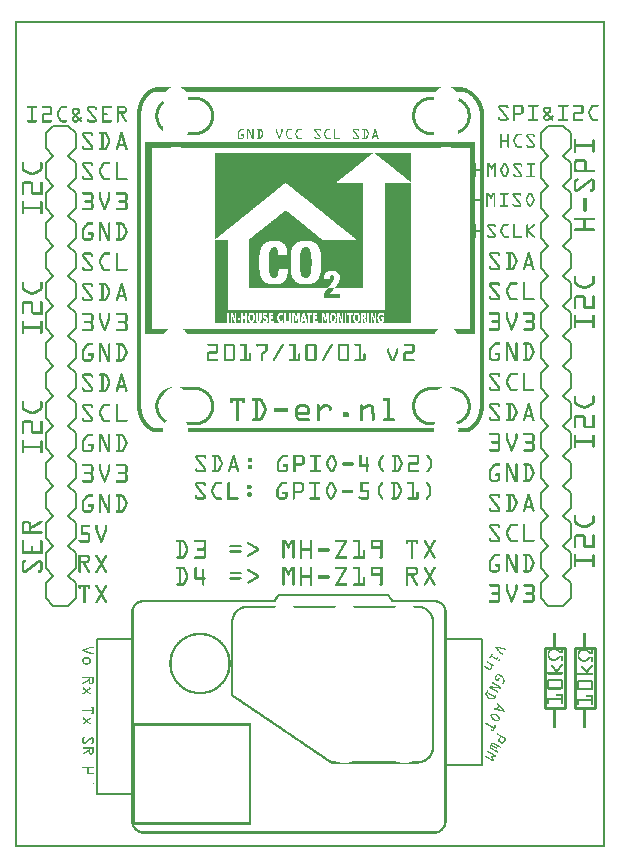
<source format=gto>
G04 MADE WITH FRITZING*
G04 WWW.FRITZING.ORG*
G04 DOUBLE SIDED*
G04 HOLES PLATED*
G04 CONTOUR ON CENTER OF CONTOUR VECTOR*
%ASAXBY*%
%FSLAX23Y23*%
%MOIN*%
%OFA0B0*%
%SFA1.0B1.0*%
%ADD10R,0.125732X0.523710X0.110084X0.508062*%
%ADD11C,0.007824*%
%ADD12R,0.129200X0.425298X0.113552X0.409650*%
%ADD13C,0.010000*%
%ADD14C,0.008000*%
%ADD15R,0.001000X0.001000*%
%LNSILK1*%
G90*
G70*
G54D11*
X274Y695D02*
X392Y695D01*
X392Y179D01*
X274Y179D01*
X274Y695D01*
D02*
X1437Y695D02*
X1558Y695D01*
X1558Y277D01*
X1437Y277D01*
X1437Y695D01*
D02*
G54D13*
X1866Y465D02*
X1866Y665D01*
D02*
X1866Y665D02*
X1932Y665D01*
D02*
X1932Y665D02*
X1932Y465D01*
D02*
X1932Y465D02*
X1866Y465D01*
D02*
X1766Y465D02*
X1766Y665D01*
D02*
X1766Y665D02*
X1832Y665D01*
D02*
X1832Y665D02*
X1832Y465D01*
D02*
X1832Y465D02*
X1766Y465D01*
G54D14*
D02*
X127Y1306D02*
X102Y1331D01*
D02*
X102Y1331D02*
X102Y1381D01*
D02*
X102Y1381D02*
X127Y1406D01*
D02*
X177Y1406D02*
X202Y1381D01*
D02*
X202Y1381D02*
X202Y1331D01*
D02*
X202Y1331D02*
X177Y1306D01*
D02*
X102Y1131D02*
X102Y1181D01*
D02*
X102Y1181D02*
X127Y1206D01*
D02*
X177Y1206D02*
X202Y1181D01*
D02*
X127Y1206D02*
X102Y1231D01*
D02*
X102Y1231D02*
X102Y1281D01*
D02*
X102Y1281D02*
X127Y1306D01*
D02*
X177Y1306D02*
X202Y1281D01*
D02*
X202Y1281D02*
X202Y1231D01*
D02*
X202Y1231D02*
X177Y1206D01*
D02*
X127Y1006D02*
X102Y1031D01*
D02*
X102Y1031D02*
X102Y1081D01*
D02*
X102Y1081D02*
X127Y1106D01*
D02*
X177Y1106D02*
X202Y1081D01*
D02*
X202Y1081D02*
X202Y1031D01*
D02*
X202Y1031D02*
X177Y1006D01*
D02*
X102Y1131D02*
X127Y1106D01*
D02*
X177Y1106D02*
X202Y1131D01*
D02*
X202Y1181D02*
X202Y1131D01*
D02*
X102Y831D02*
X102Y881D01*
D02*
X102Y881D02*
X127Y906D01*
D02*
X177Y906D02*
X202Y881D01*
D02*
X127Y906D02*
X102Y931D01*
D02*
X102Y931D02*
X102Y981D01*
D02*
X102Y981D02*
X127Y1006D01*
D02*
X177Y1006D02*
X202Y981D01*
D02*
X202Y981D02*
X202Y931D01*
D02*
X202Y931D02*
X177Y906D01*
D02*
X127Y806D02*
X177Y806D01*
D02*
X102Y831D02*
X127Y806D01*
D02*
X177Y806D02*
X202Y831D01*
D02*
X202Y881D02*
X202Y831D01*
D02*
X127Y1906D02*
X102Y1931D01*
D02*
X102Y1931D02*
X102Y1981D01*
D02*
X102Y1981D02*
X127Y2006D01*
D02*
X177Y2006D02*
X202Y1981D01*
D02*
X202Y1981D02*
X202Y1931D01*
D02*
X202Y1931D02*
X177Y1906D01*
D02*
X102Y1731D02*
X102Y1781D01*
D02*
X102Y1781D02*
X127Y1806D01*
D02*
X177Y1806D02*
X202Y1781D01*
D02*
X127Y1806D02*
X102Y1831D01*
D02*
X102Y1831D02*
X102Y1881D01*
D02*
X102Y1881D02*
X127Y1906D01*
D02*
X177Y1906D02*
X202Y1881D01*
D02*
X202Y1881D02*
X202Y1831D01*
D02*
X202Y1831D02*
X177Y1806D01*
D02*
X127Y1606D02*
X102Y1631D01*
D02*
X102Y1631D02*
X102Y1681D01*
D02*
X102Y1681D02*
X127Y1706D01*
D02*
X177Y1706D02*
X202Y1681D01*
D02*
X202Y1681D02*
X202Y1631D01*
D02*
X202Y1631D02*
X177Y1606D01*
D02*
X102Y1731D02*
X127Y1706D01*
D02*
X177Y1706D02*
X202Y1731D01*
D02*
X202Y1781D02*
X202Y1731D01*
D02*
X102Y1431D02*
X102Y1481D01*
D02*
X102Y1481D02*
X127Y1506D01*
D02*
X177Y1506D02*
X202Y1481D01*
D02*
X127Y1506D02*
X102Y1531D01*
D02*
X102Y1531D02*
X102Y1581D01*
D02*
X102Y1581D02*
X127Y1606D01*
D02*
X177Y1606D02*
X202Y1581D01*
D02*
X202Y1581D02*
X202Y1531D01*
D02*
X202Y1531D02*
X177Y1506D01*
D02*
X102Y1431D02*
X127Y1406D01*
D02*
X177Y1406D02*
X202Y1431D01*
D02*
X202Y1481D02*
X202Y1431D01*
D02*
X127Y2306D02*
X102Y2331D01*
D02*
X102Y2331D02*
X102Y2381D01*
D02*
X102Y2381D02*
X127Y2406D01*
D02*
X177Y2406D02*
X202Y2381D01*
D02*
X202Y2381D02*
X202Y2331D01*
D02*
X202Y2331D02*
X177Y2306D01*
D02*
X102Y2131D02*
X102Y2181D01*
D02*
X102Y2181D02*
X127Y2206D01*
D02*
X177Y2206D02*
X202Y2181D01*
D02*
X127Y2206D02*
X102Y2231D01*
D02*
X102Y2231D02*
X102Y2281D01*
D02*
X102Y2281D02*
X127Y2306D01*
D02*
X177Y2306D02*
X202Y2281D01*
D02*
X202Y2281D02*
X202Y2231D01*
D02*
X202Y2231D02*
X177Y2206D01*
D02*
X127Y2006D02*
X102Y2031D01*
D02*
X102Y2031D02*
X102Y2081D01*
D02*
X102Y2081D02*
X127Y2106D01*
D02*
X177Y2106D02*
X202Y2081D01*
D02*
X202Y2081D02*
X202Y2031D01*
D02*
X202Y2031D02*
X177Y2006D01*
D02*
X102Y2131D02*
X127Y2106D01*
D02*
X177Y2106D02*
X202Y2131D01*
D02*
X202Y2181D02*
X202Y2131D01*
D02*
X102Y1981D02*
X127Y2006D01*
D02*
X177Y2006D02*
X202Y1981D01*
D02*
X127Y2406D02*
X177Y2406D01*
D02*
X1778Y1306D02*
X1753Y1331D01*
D02*
X1753Y1331D02*
X1753Y1381D01*
D02*
X1753Y1381D02*
X1778Y1406D01*
D02*
X1828Y1406D02*
X1853Y1381D01*
D02*
X1853Y1381D02*
X1853Y1331D01*
D02*
X1853Y1331D02*
X1828Y1306D01*
D02*
X1753Y1131D02*
X1753Y1181D01*
D02*
X1753Y1181D02*
X1778Y1206D01*
D02*
X1828Y1206D02*
X1853Y1181D01*
D02*
X1778Y1206D02*
X1753Y1231D01*
D02*
X1753Y1231D02*
X1753Y1281D01*
D02*
X1753Y1281D02*
X1778Y1306D01*
D02*
X1828Y1306D02*
X1853Y1281D01*
D02*
X1853Y1281D02*
X1853Y1231D01*
D02*
X1853Y1231D02*
X1828Y1206D01*
D02*
X1778Y1006D02*
X1753Y1031D01*
D02*
X1753Y1031D02*
X1753Y1081D01*
D02*
X1753Y1081D02*
X1778Y1106D01*
D02*
X1828Y1106D02*
X1853Y1081D01*
D02*
X1853Y1081D02*
X1853Y1031D01*
D02*
X1853Y1031D02*
X1828Y1006D01*
D02*
X1753Y1131D02*
X1778Y1106D01*
D02*
X1828Y1106D02*
X1853Y1131D01*
D02*
X1853Y1181D02*
X1853Y1131D01*
D02*
X1753Y831D02*
X1753Y881D01*
D02*
X1753Y881D02*
X1778Y906D01*
D02*
X1828Y906D02*
X1853Y881D01*
D02*
X1778Y906D02*
X1753Y931D01*
D02*
X1753Y931D02*
X1753Y981D01*
D02*
X1753Y981D02*
X1778Y1006D01*
D02*
X1828Y1006D02*
X1853Y981D01*
D02*
X1853Y981D02*
X1853Y931D01*
D02*
X1853Y931D02*
X1828Y906D01*
D02*
X1778Y806D02*
X1828Y806D01*
D02*
X1753Y831D02*
X1778Y806D01*
D02*
X1828Y806D02*
X1853Y831D01*
D02*
X1853Y881D02*
X1853Y831D01*
D02*
X1778Y1906D02*
X1753Y1931D01*
D02*
X1753Y1931D02*
X1753Y1981D01*
D02*
X1753Y1981D02*
X1778Y2006D01*
D02*
X1828Y2006D02*
X1853Y1981D01*
D02*
X1853Y1981D02*
X1853Y1931D01*
D02*
X1853Y1931D02*
X1828Y1906D01*
D02*
X1753Y1731D02*
X1753Y1781D01*
D02*
X1753Y1781D02*
X1778Y1806D01*
D02*
X1828Y1806D02*
X1853Y1781D01*
D02*
X1778Y1806D02*
X1753Y1831D01*
D02*
X1753Y1831D02*
X1753Y1881D01*
D02*
X1753Y1881D02*
X1778Y1906D01*
D02*
X1828Y1906D02*
X1853Y1881D01*
D02*
X1853Y1881D02*
X1853Y1831D01*
D02*
X1853Y1831D02*
X1828Y1806D01*
D02*
X1778Y1606D02*
X1753Y1631D01*
D02*
X1753Y1631D02*
X1753Y1681D01*
D02*
X1753Y1681D02*
X1778Y1706D01*
D02*
X1828Y1706D02*
X1853Y1681D01*
D02*
X1853Y1681D02*
X1853Y1631D01*
D02*
X1853Y1631D02*
X1828Y1606D01*
D02*
X1753Y1731D02*
X1778Y1706D01*
D02*
X1828Y1706D02*
X1853Y1731D01*
D02*
X1853Y1781D02*
X1853Y1731D01*
D02*
X1753Y1431D02*
X1753Y1481D01*
D02*
X1753Y1481D02*
X1778Y1506D01*
D02*
X1828Y1506D02*
X1853Y1481D01*
D02*
X1778Y1506D02*
X1753Y1531D01*
D02*
X1753Y1531D02*
X1753Y1581D01*
D02*
X1753Y1581D02*
X1778Y1606D01*
D02*
X1828Y1606D02*
X1853Y1581D01*
D02*
X1853Y1581D02*
X1853Y1531D01*
D02*
X1853Y1531D02*
X1828Y1506D01*
D02*
X1753Y1431D02*
X1778Y1406D01*
D02*
X1828Y1406D02*
X1853Y1431D01*
D02*
X1853Y1481D02*
X1853Y1431D01*
D02*
X1778Y2306D02*
X1753Y2331D01*
D02*
X1753Y2331D02*
X1753Y2381D01*
D02*
X1753Y2381D02*
X1778Y2406D01*
D02*
X1828Y2406D02*
X1853Y2381D01*
D02*
X1853Y2381D02*
X1853Y2331D01*
D02*
X1853Y2331D02*
X1828Y2306D01*
D02*
X1753Y2131D02*
X1753Y2181D01*
D02*
X1753Y2181D02*
X1778Y2206D01*
D02*
X1828Y2206D02*
X1853Y2181D01*
D02*
X1778Y2206D02*
X1753Y2231D01*
D02*
X1753Y2231D02*
X1753Y2281D01*
D02*
X1753Y2281D02*
X1778Y2306D01*
D02*
X1828Y2306D02*
X1853Y2281D01*
D02*
X1853Y2281D02*
X1853Y2231D01*
D02*
X1853Y2231D02*
X1828Y2206D01*
D02*
X1778Y2006D02*
X1753Y2031D01*
D02*
X1753Y2031D02*
X1753Y2081D01*
D02*
X1753Y2081D02*
X1778Y2106D01*
D02*
X1828Y2106D02*
X1853Y2081D01*
D02*
X1853Y2081D02*
X1853Y2031D01*
D02*
X1853Y2031D02*
X1828Y2006D01*
D02*
X1753Y2131D02*
X1778Y2106D01*
D02*
X1828Y2106D02*
X1853Y2131D01*
D02*
X1853Y2181D02*
X1853Y2131D01*
D02*
X1753Y1981D02*
X1778Y2006D01*
D02*
X1828Y2006D02*
X1853Y1981D01*
D02*
X1778Y2406D02*
X1828Y2406D01*
G36*
X1197Y2317D02*
X1197Y2316D01*
X1198Y2316D01*
X1198Y2316D01*
X1199Y2316D01*
X1199Y2315D01*
X1200Y2315D01*
X1200Y2315D01*
X1201Y2315D01*
X1201Y2314D01*
X1201Y2314D01*
X1201Y2313D01*
X1203Y2313D01*
X1203Y2313D01*
X1203Y2313D01*
X1203Y2312D01*
X1204Y2312D01*
X1204Y2311D01*
X1204Y2311D01*
X1204Y2311D01*
X1205Y2311D01*
X1205Y2310D01*
X1206Y2310D01*
X1206Y2309D01*
X1207Y2309D01*
X1207Y2309D01*
X1208Y2309D01*
X1208Y2308D01*
X1208Y2308D01*
X1208Y2307D01*
X1210Y2307D01*
X1210Y2307D01*
X1210Y2307D01*
X1210Y2306D01*
X1211Y2306D01*
X1211Y2305D01*
X1212Y2305D01*
X1212Y2305D01*
X1213Y2305D01*
X1213Y2304D01*
X1214Y2304D01*
X1214Y2303D01*
X1214Y2303D01*
X1214Y2303D01*
X1215Y2303D01*
X1215Y2302D01*
X1216Y2302D01*
X1216Y2301D01*
X1217Y2301D01*
X1217Y2301D01*
X1218Y2301D01*
X1218Y2300D01*
X1218Y2300D01*
X1218Y2300D01*
X1219Y2300D01*
X1219Y2299D01*
X1220Y2299D01*
X1220Y2298D01*
X1221Y2298D01*
X1221Y2298D01*
X1221Y2298D01*
X1221Y2297D01*
X1223Y2297D01*
X1223Y2296D01*
X1223Y2296D01*
X1223Y2296D01*
X1224Y2296D01*
X1224Y2295D01*
X1225Y2295D01*
X1225Y2294D01*
X1226Y2294D01*
X1226Y2294D01*
X1227Y2294D01*
X1227Y2293D01*
X1227Y2293D01*
X1227Y2292D01*
X1228Y2292D01*
X1228Y2292D01*
X1229Y2292D01*
X1229Y2291D01*
X1230Y2291D01*
X1230Y2290D01*
X1231Y2290D01*
X1231Y2290D01*
X1231Y2290D01*
X1231Y2289D01*
X1233Y2289D01*
X1233Y2288D01*
X1233Y2288D01*
X1233Y2288D01*
X1234Y2288D01*
X1234Y2287D01*
X1234Y2287D01*
X1234Y2286D01*
X1235Y2286D01*
X1235Y2286D01*
X1236Y2286D01*
X1236Y2285D01*
X1237Y2285D01*
X1237Y2285D01*
X1238Y2285D01*
X1238Y2284D01*
X1238Y2284D01*
X1238Y2283D01*
X1240Y2283D01*
X1240Y2283D01*
X1240Y2283D01*
X1240Y2282D01*
X1241Y2282D01*
X1241Y2281D01*
X1242Y2281D01*
X1242Y2281D01*
X1243Y2281D01*
X1243Y2280D01*
X1244Y2280D01*
X1244Y2279D01*
X1244Y2279D01*
X1244Y2279D01*
X1245Y2279D01*
X1245Y2278D01*
X1246Y2278D01*
X1246Y2277D01*
X1247Y2277D01*
X1247Y2277D01*
X1248Y2277D01*
X1248Y2276D01*
X1248Y2276D01*
X1248Y2275D01*
X1249Y2275D01*
X1249Y2275D01*
X1250Y2275D01*
X1250Y2274D01*
X1251Y2274D01*
X1251Y2273D01*
X1251Y2273D01*
X1251Y2273D01*
X1253Y2273D01*
X1253Y2272D01*
X1253Y2272D01*
X1253Y2271D01*
X1254Y2271D01*
X1254Y2271D01*
X1255Y2271D01*
X1255Y2270D01*
X1256Y2270D01*
X1256Y2270D01*
X1257Y2270D01*
X1257Y2269D01*
X1257Y2269D01*
X1257Y2268D01*
X1258Y2268D01*
X1258Y2268D01*
X1259Y2268D01*
X1259Y2267D01*
X1260Y2267D01*
X1260Y2266D01*
X1261Y2266D01*
X1261Y2266D01*
X1261Y2266D01*
X1261Y2265D01*
X1263Y2265D01*
X1263Y2264D01*
X1263Y2264D01*
X1263Y2264D01*
X1264Y2264D01*
X1264Y2263D01*
X1264Y2263D01*
X1264Y2262D01*
X1265Y2262D01*
X1265Y2262D01*
X1266Y2262D01*
X1266Y2261D01*
X1267Y2261D01*
X1267Y2260D01*
X1268Y2260D01*
X1268Y2260D01*
X1268Y2260D01*
X1268Y2259D01*
X1270Y2259D01*
X1270Y2258D01*
X1270Y2258D01*
X1270Y2258D01*
X1271Y2258D01*
X1271Y2257D01*
X1272Y2257D01*
X1272Y2256D01*
X1273Y2256D01*
X1273Y2256D01*
X1274Y2256D01*
X1274Y2255D01*
X1274Y2255D01*
X1274Y2255D01*
X1275Y2255D01*
X1275Y2254D01*
X1276Y2254D01*
X1276Y2253D01*
X1277Y2253D01*
X1277Y2253D01*
X1278Y2253D01*
X1278Y2252D01*
X1278Y2252D01*
X1278Y2251D01*
X1279Y2251D01*
X1279Y2251D01*
X1280Y2251D01*
X1280Y2250D01*
X1281Y2250D01*
X1281Y2249D01*
X1281Y2249D01*
X1281Y2249D01*
X1283Y2249D01*
X1283Y2248D01*
X1283Y2248D01*
X1283Y2247D01*
X1284Y2247D01*
X1284Y2247D01*
X1285Y2247D01*
X1285Y2246D01*
X1286Y2246D01*
X1286Y2245D01*
X1287Y2245D01*
X1287Y2245D01*
X1287Y2245D01*
X1287Y2244D01*
X1288Y2244D01*
X1288Y2243D01*
X1289Y2243D01*
X1289Y2243D01*
X1290Y2243D01*
X1290Y2242D01*
X1291Y2242D01*
X1291Y2241D01*
X1291Y2241D01*
X1291Y2241D01*
X1293Y2241D01*
X1293Y2240D01*
X1293Y2240D01*
X1293Y2240D01*
X1294Y2240D01*
X1294Y2239D01*
X1294Y2239D01*
X1294Y2238D01*
X1295Y2238D01*
X1295Y2238D01*
X1296Y2238D01*
X1296Y2237D01*
X1297Y2237D01*
X1297Y2236D01*
X1298Y2236D01*
X1298Y2236D01*
X1298Y2236D01*
X1298Y2235D01*
X1300Y2235D01*
X1300Y2234D01*
X1300Y2234D01*
X1300Y2234D01*
X1301Y2234D01*
X1301Y2233D01*
X1302Y2233D01*
X1302Y2232D01*
X1303Y2232D01*
X1303Y2232D01*
X1304Y2232D01*
X1304Y2231D01*
X1304Y2231D01*
X1304Y2230D01*
X1305Y2230D01*
X1305Y2230D01*
X1306Y2230D01*
X1306Y2229D01*
X1307Y2229D01*
X1307Y2228D01*
X1308Y2228D01*
X1308Y2228D01*
X1308Y2228D01*
X1308Y2227D01*
X1309Y2227D01*
X1309Y2226D01*
X1310Y2226D01*
X1310Y2226D01*
X1311Y2226D01*
X1311Y2225D01*
X1311Y2225D01*
X1311Y2225D01*
X1313Y2225D01*
X1313Y2224D01*
X1313Y2224D01*
X1313Y2223D01*
X1314Y2223D01*
X1314Y2223D01*
X1315Y2223D01*
X1315Y2222D01*
X1316Y2222D01*
X1316Y2221D01*
X1317Y2221D01*
X1317Y2221D01*
X1317Y2221D01*
X1317Y2220D01*
X1318Y2220D01*
X1318Y2219D01*
X1319Y2219D01*
X1319Y2219D01*
X1320Y2219D01*
X1320Y2317D01*
X1197Y2317D01*
G37*
D02*
G36*
X668Y2317D02*
X668Y2216D01*
X904Y2216D01*
X904Y2215D01*
X905Y2215D01*
X905Y2215D01*
X905Y2215D01*
X905Y2214D01*
X906Y2214D01*
X906Y2213D01*
X907Y2213D01*
X907Y2213D01*
X908Y2213D01*
X908Y2212D01*
X908Y2212D01*
X908Y2211D01*
X909Y2211D01*
X909Y2211D01*
X910Y2211D01*
X910Y2210D01*
X911Y2210D01*
X911Y2210D01*
X912Y2210D01*
X912Y2209D01*
X912Y2209D01*
X912Y2208D01*
X914Y2208D01*
X914Y2208D01*
X914Y2208D01*
X914Y2207D01*
X915Y2207D01*
X915Y2206D01*
X916Y2206D01*
X916Y2206D01*
X916Y2206D01*
X916Y2205D01*
X918Y2205D01*
X918Y2204D01*
X918Y2204D01*
X918Y2204D01*
X919Y2204D01*
X919Y2203D01*
X920Y2203D01*
X920Y2202D01*
X921Y2202D01*
X921Y2202D01*
X921Y2202D01*
X921Y2201D01*
X922Y2201D01*
X922Y2200D01*
X923Y2200D01*
X923Y2200D01*
X924Y2200D01*
X924Y2199D01*
X925Y2199D01*
X925Y2198D01*
X925Y2198D01*
X925Y2198D01*
X926Y2198D01*
X926Y2197D01*
X927Y2197D01*
X927Y2196D01*
X928Y2196D01*
X928Y2196D01*
X929Y2196D01*
X929Y2195D01*
X929Y2195D01*
X929Y2195D01*
X931Y2195D01*
X931Y2194D01*
X931Y2194D01*
X931Y2193D01*
X932Y2193D01*
X932Y2193D01*
X933Y2193D01*
X933Y2192D01*
X934Y2192D01*
X934Y2191D01*
X935Y2191D01*
X935Y2191D01*
X935Y2191D01*
X935Y2190D01*
X936Y2190D01*
X936Y2189D01*
X937Y2189D01*
X937Y2189D01*
X938Y2189D01*
X938Y2188D01*
X938Y2188D01*
X938Y2187D01*
X939Y2187D01*
X939Y2187D01*
X940Y2187D01*
X940Y2186D01*
X941Y2186D01*
X941Y2185D01*
X942Y2185D01*
X942Y2185D01*
X942Y2185D01*
X942Y2184D01*
X944Y2184D01*
X944Y2183D01*
X944Y2183D01*
X944Y2183D01*
X945Y2183D01*
X945Y2182D01*
X946Y2182D01*
X946Y2181D01*
X946Y2181D01*
X946Y2181D01*
X948Y2181D01*
X948Y2180D01*
X948Y2180D01*
X948Y2180D01*
X949Y2180D01*
X949Y2179D01*
X950Y2179D01*
X950Y2178D01*
X951Y2178D01*
X951Y2178D01*
X951Y2178D01*
X951Y2177D01*
X952Y2177D01*
X952Y2176D01*
X953Y2176D01*
X953Y2176D01*
X954Y2176D01*
X954Y2175D01*
X955Y2175D01*
X955Y2174D01*
X955Y2174D01*
X955Y2174D01*
X956Y2174D01*
X956Y2173D01*
X957Y2173D01*
X957Y2172D01*
X958Y2172D01*
X958Y2172D01*
X959Y2172D01*
X959Y2171D01*
X959Y2171D01*
X959Y2170D01*
X961Y2170D01*
X961Y2170D01*
X961Y2170D01*
X961Y2169D01*
X962Y2169D01*
X962Y2168D01*
X963Y2168D01*
X963Y2168D01*
X964Y2168D01*
X964Y2167D01*
X965Y2167D01*
X965Y2166D01*
X965Y2166D01*
X965Y2166D01*
X966Y2166D01*
X966Y2165D01*
X967Y2165D01*
X967Y2165D01*
X968Y2165D01*
X968Y2164D01*
X968Y2164D01*
X968Y2163D01*
X969Y2163D01*
X969Y2163D01*
X970Y2163D01*
X970Y2162D01*
X971Y2162D01*
X971Y2161D01*
X972Y2161D01*
X972Y2161D01*
X972Y2161D01*
X972Y2160D01*
X974Y2160D01*
X974Y2159D01*
X974Y2159D01*
X974Y2159D01*
X975Y2159D01*
X975Y2158D01*
X976Y2158D01*
X976Y2157D01*
X976Y2157D01*
X976Y2157D01*
X978Y2157D01*
X978Y2156D01*
X978Y2156D01*
X978Y2155D01*
X979Y2155D01*
X979Y2155D01*
X980Y2155D01*
X980Y2154D01*
X981Y2154D01*
X981Y2153D01*
X981Y2153D01*
X981Y2153D01*
X982Y2153D01*
X982Y2152D01*
X983Y2152D01*
X983Y2151D01*
X984Y2151D01*
X984Y2151D01*
X985Y2151D01*
X985Y2150D01*
X985Y2150D01*
X985Y2150D01*
X986Y2150D01*
X986Y2149D01*
X987Y2149D01*
X987Y2148D01*
X988Y2148D01*
X988Y2148D01*
X989Y2148D01*
X989Y2147D01*
X989Y2147D01*
X989Y2146D01*
X991Y2146D01*
X991Y2146D01*
X991Y2146D01*
X991Y2145D01*
X992Y2145D01*
X992Y2144D01*
X993Y2144D01*
X993Y2144D01*
X994Y2144D01*
X994Y2143D01*
X995Y2143D01*
X995Y2142D01*
X995Y2142D01*
X995Y2142D01*
X996Y2142D01*
X996Y2141D01*
X997Y2141D01*
X997Y2140D01*
X998Y2140D01*
X998Y2140D01*
X998Y2140D01*
X998Y2139D01*
X999Y2139D01*
X999Y2138D01*
X1000Y2138D01*
X1000Y2138D01*
X1001Y2138D01*
X1001Y2137D01*
X1002Y2137D01*
X1002Y2136D01*
X1002Y2136D01*
X1002Y2136D01*
X1004Y2136D01*
X1004Y2135D01*
X1004Y2135D01*
X1004Y2135D01*
X1005Y2135D01*
X1005Y2134D01*
X1006Y2134D01*
X1006Y2133D01*
X1006Y2133D01*
X1006Y2133D01*
X1008Y2133D01*
X1008Y2132D01*
X1008Y2132D01*
X1008Y2131D01*
X1009Y2131D01*
X1009Y2131D01*
X1010Y2131D01*
X1010Y2130D01*
X1011Y2130D01*
X1011Y2129D01*
X1011Y2129D01*
X1011Y2129D01*
X1012Y2129D01*
X1012Y2128D01*
X1013Y2128D01*
X1013Y2127D01*
X1014Y2127D01*
X1014Y2127D01*
X1015Y2127D01*
X1015Y2126D01*
X1015Y2126D01*
X1015Y2125D01*
X1016Y2125D01*
X1016Y2125D01*
X1017Y2125D01*
X1017Y2124D01*
X1018Y2124D01*
X1018Y2123D01*
X1019Y2123D01*
X1019Y2123D01*
X1019Y2123D01*
X1019Y2122D01*
X1021Y2122D01*
X1021Y2121D01*
X1021Y2121D01*
X1021Y2121D01*
X1022Y2121D01*
X1022Y2120D01*
X1023Y2120D01*
X1023Y2120D01*
X1024Y2120D01*
X1024Y2119D01*
X1025Y2119D01*
X1025Y2118D01*
X1025Y2118D01*
X1025Y2118D01*
X1026Y2118D01*
X1026Y2117D01*
X1027Y2117D01*
X1027Y2116D01*
X1028Y2116D01*
X1028Y2116D01*
X1028Y2116D01*
X1028Y2115D01*
X1029Y2115D01*
X1029Y2114D01*
X1030Y2114D01*
X1030Y2114D01*
X1031Y2114D01*
X1031Y2113D01*
X1032Y2113D01*
X1032Y2112D01*
X1032Y2112D01*
X1032Y2112D01*
X1034Y2112D01*
X1034Y2111D01*
X1034Y2111D01*
X1034Y2110D01*
X1035Y2110D01*
X1035Y2110D01*
X1036Y2110D01*
X1036Y2109D01*
X1036Y2109D01*
X1036Y2108D01*
X1038Y2108D01*
X1038Y2108D01*
X1038Y2108D01*
X1038Y2107D01*
X1039Y2107D01*
X1039Y2106D01*
X1040Y2106D01*
X1040Y2106D01*
X1041Y2106D01*
X1041Y2105D01*
X1041Y2105D01*
X1041Y2105D01*
X1042Y2105D01*
X1042Y2104D01*
X1043Y2104D01*
X1043Y2103D01*
X1044Y2103D01*
X1044Y2103D01*
X1045Y2103D01*
X1045Y2102D01*
X1045Y2102D01*
X1045Y2101D01*
X1046Y2101D01*
X1046Y2101D01*
X1047Y2101D01*
X1047Y2100D01*
X1048Y2100D01*
X1048Y2099D01*
X1049Y2099D01*
X1049Y2099D01*
X1049Y2099D01*
X1049Y2098D01*
X1051Y2098D01*
X1051Y2097D01*
X1051Y2097D01*
X1051Y2097D01*
X1052Y2097D01*
X1052Y2096D01*
X1053Y2096D01*
X1053Y2095D01*
X1054Y2095D01*
X1054Y2095D01*
X1055Y2095D01*
X1055Y2094D01*
X1055Y2094D01*
X1055Y2093D01*
X1056Y2093D01*
X1056Y2093D01*
X1057Y2093D01*
X1057Y2092D01*
X1058Y2092D01*
X1058Y2091D01*
X1058Y2091D01*
X1058Y2091D01*
X1059Y2091D01*
X1059Y2090D01*
X1060Y2090D01*
X1060Y2090D01*
X1061Y2090D01*
X1061Y2089D01*
X1062Y2089D01*
X1062Y2088D01*
X1062Y2088D01*
X1062Y2088D01*
X1064Y2088D01*
X1064Y2087D01*
X1064Y2087D01*
X1064Y2086D01*
X1065Y2086D01*
X1065Y2086D01*
X1066Y2086D01*
X1066Y2085D01*
X1066Y2085D01*
X1066Y2084D01*
X1068Y2084D01*
X1068Y2084D01*
X1068Y2084D01*
X1068Y2083D01*
X1069Y2083D01*
X1069Y2082D01*
X1070Y2082D01*
X1070Y2082D01*
X1071Y2082D01*
X1071Y2081D01*
X1071Y2081D01*
X1071Y2080D01*
X1072Y2080D01*
X1072Y2080D01*
X1073Y2080D01*
X1073Y2079D01*
X1074Y2079D01*
X1074Y2078D01*
X1075Y2078D01*
X1075Y2078D01*
X1075Y2078D01*
X1075Y2077D01*
X1076Y2077D01*
X1076Y2076D01*
X1077Y2076D01*
X1077Y2076D01*
X1078Y2076D01*
X1078Y2075D01*
X1079Y2075D01*
X1079Y2075D01*
X1079Y2075D01*
X1079Y2074D01*
X1081Y2074D01*
X1081Y2073D01*
X1081Y2073D01*
X1081Y2073D01*
X1082Y2073D01*
X1082Y2072D01*
X1083Y2072D01*
X1083Y2071D01*
X1084Y2071D01*
X1084Y2071D01*
X1085Y2071D01*
X1085Y2070D01*
X1085Y2070D01*
X1085Y2069D01*
X1086Y2069D01*
X1086Y2069D01*
X1087Y2069D01*
X1087Y2068D01*
X1088Y2068D01*
X1088Y2067D01*
X1088Y2067D01*
X1088Y2067D01*
X1089Y2067D01*
X1089Y2066D01*
X1090Y2066D01*
X1090Y2065D01*
X1091Y2065D01*
X1091Y2065D01*
X1092Y2065D01*
X1092Y2064D01*
X1092Y2064D01*
X1092Y2063D01*
X1094Y2063D01*
X1094Y2063D01*
X1094Y2063D01*
X1094Y2062D01*
X1095Y2062D01*
X1095Y2061D01*
X1096Y2061D01*
X1096Y2061D01*
X1096Y2061D01*
X1096Y2060D01*
X1098Y2060D01*
X1098Y2060D01*
X1098Y2060D01*
X1098Y2059D01*
X1099Y2059D01*
X1099Y2058D01*
X1100Y2058D01*
X1100Y2058D01*
X1101Y2058D01*
X1101Y2057D01*
X1101Y2057D01*
X1101Y2056D01*
X1102Y2056D01*
X1102Y2056D01*
X1103Y2056D01*
X1103Y2055D01*
X1104Y2055D01*
X1104Y2054D01*
X1105Y2054D01*
X1105Y2054D01*
X1105Y2054D01*
X1105Y2053D01*
X1106Y2053D01*
X1106Y2052D01*
X1107Y2052D01*
X1107Y2052D01*
X1108Y2052D01*
X1108Y2051D01*
X1109Y2051D01*
X1109Y2050D01*
X1109Y2050D01*
X1109Y2050D01*
X1111Y2050D01*
X1111Y2049D01*
X1111Y2049D01*
X1111Y2048D01*
X1112Y2048D01*
X1112Y2048D01*
X1113Y2048D01*
X1113Y2047D01*
X1114Y2047D01*
X1114Y2046D01*
X1115Y2046D01*
X1115Y2046D01*
X1115Y2046D01*
X1115Y2045D01*
X1116Y2045D01*
X1116Y2045D01*
X1117Y2045D01*
X1117Y2044D01*
X1118Y2044D01*
X1118Y2043D01*
X1118Y2043D01*
X1118Y2043D01*
X1119Y2043D01*
X1119Y2042D01*
X1120Y2042D01*
X1120Y2041D01*
X1121Y2041D01*
X1121Y2041D01*
X1122Y2041D01*
X1122Y2040D01*
X1122Y2040D01*
X1122Y2039D01*
X1124Y2039D01*
X1124Y2039D01*
X1124Y2039D01*
X1124Y2038D01*
X1125Y2038D01*
X1125Y2037D01*
X1126Y2037D01*
X1126Y2037D01*
X1126Y2037D01*
X1126Y2036D01*
X1128Y2036D01*
X1128Y2035D01*
X1128Y2035D01*
X1128Y2035D01*
X1129Y2035D01*
X1129Y2034D01*
X1130Y2034D01*
X1130Y2033D01*
X1131Y2033D01*
X1131Y2033D01*
X1131Y2033D01*
X1131Y2032D01*
X1132Y2032D01*
X1132Y2031D01*
X1133Y2031D01*
X1133Y2031D01*
X1134Y2031D01*
X1134Y2030D01*
X1135Y2030D01*
X1135Y2030D01*
X1135Y2030D01*
X1135Y2029D01*
X1136Y2029D01*
X1136Y2028D01*
X1137Y2028D01*
X1137Y2027D01*
X1161Y2027D01*
X1161Y2217D01*
X1072Y2217D01*
X1072Y2218D01*
X1073Y2218D01*
X1073Y2219D01*
X1073Y2219D01*
X1073Y2219D01*
X1074Y2219D01*
X1074Y2220D01*
X1075Y2220D01*
X1075Y2221D01*
X1076Y2221D01*
X1076Y2221D01*
X1077Y2221D01*
X1077Y2222D01*
X1077Y2222D01*
X1077Y2223D01*
X1079Y2223D01*
X1079Y2223D01*
X1079Y2223D01*
X1079Y2224D01*
X1080Y2224D01*
X1080Y2225D01*
X1081Y2225D01*
X1081Y2225D01*
X1082Y2225D01*
X1082Y2226D01*
X1083Y2226D01*
X1083Y2226D01*
X1083Y2226D01*
X1083Y2227D01*
X1084Y2227D01*
X1084Y2228D01*
X1085Y2228D01*
X1085Y2228D01*
X1086Y2228D01*
X1086Y2229D01*
X1086Y2229D01*
X1086Y2230D01*
X1087Y2230D01*
X1087Y2230D01*
X1088Y2230D01*
X1088Y2231D01*
X1089Y2231D01*
X1089Y2232D01*
X1090Y2232D01*
X1090Y2232D01*
X1090Y2232D01*
X1090Y2233D01*
X1092Y2233D01*
X1092Y2234D01*
X1092Y2234D01*
X1092Y2234D01*
X1093Y2234D01*
X1093Y2235D01*
X1094Y2235D01*
X1094Y2236D01*
X1095Y2236D01*
X1095Y2236D01*
X1096Y2236D01*
X1096Y2237D01*
X1096Y2237D01*
X1096Y2238D01*
X1097Y2238D01*
X1097Y2238D01*
X1098Y2238D01*
X1098Y2239D01*
X1099Y2239D01*
X1099Y2240D01*
X1100Y2240D01*
X1100Y2240D01*
X1100Y2240D01*
X1100Y2241D01*
X1101Y2241D01*
X1101Y2241D01*
X1102Y2241D01*
X1102Y2242D01*
X1103Y2242D01*
X1103Y2243D01*
X1103Y2243D01*
X1103Y2243D01*
X1104Y2243D01*
X1104Y2244D01*
X1105Y2244D01*
X1105Y2245D01*
X1106Y2245D01*
X1106Y2245D01*
X1107Y2245D01*
X1107Y2246D01*
X1107Y2246D01*
X1107Y2247D01*
X1109Y2247D01*
X1109Y2247D01*
X1109Y2247D01*
X1109Y2248D01*
X1110Y2248D01*
X1110Y2249D01*
X1111Y2249D01*
X1111Y2249D01*
X1112Y2249D01*
X1112Y2250D01*
X1113Y2250D01*
X1113Y2251D01*
X1113Y2251D01*
X1113Y2251D01*
X1114Y2251D01*
X1114Y2252D01*
X1115Y2252D01*
X1115Y2253D01*
X1116Y2253D01*
X1116Y2253D01*
X1116Y2253D01*
X1116Y2254D01*
X1117Y2254D01*
X1117Y2255D01*
X1118Y2255D01*
X1118Y2255D01*
X1119Y2255D01*
X1119Y2256D01*
X1120Y2256D01*
X1120Y2256D01*
X1120Y2256D01*
X1120Y2257D01*
X1122Y2257D01*
X1122Y2258D01*
X1122Y2258D01*
X1122Y2258D01*
X1123Y2258D01*
X1123Y2259D01*
X1124Y2259D01*
X1124Y2260D01*
X1125Y2260D01*
X1125Y2260D01*
X1126Y2260D01*
X1126Y2261D01*
X1126Y2261D01*
X1126Y2262D01*
X1127Y2262D01*
X1127Y2262D01*
X1128Y2262D01*
X1128Y2263D01*
X1129Y2263D01*
X1129Y2264D01*
X1130Y2264D01*
X1130Y2264D01*
X1130Y2264D01*
X1130Y2265D01*
X1131Y2265D01*
X1131Y2266D01*
X1132Y2266D01*
X1132Y2266D01*
X1133Y2266D01*
X1133Y2267D01*
X1133Y2267D01*
X1133Y2268D01*
X1134Y2268D01*
X1134Y2268D01*
X1135Y2268D01*
X1135Y2269D01*
X1136Y2269D01*
X1136Y2270D01*
X1137Y2270D01*
X1137Y2270D01*
X1137Y2270D01*
X1137Y2271D01*
X1139Y2271D01*
X1139Y2271D01*
X1139Y2271D01*
X1139Y2272D01*
X1140Y2272D01*
X1140Y2273D01*
X1141Y2273D01*
X1141Y2273D01*
X1142Y2273D01*
X1142Y2274D01*
X1143Y2274D01*
X1143Y2275D01*
X1143Y2275D01*
X1143Y2275D01*
X1144Y2275D01*
X1144Y2276D01*
X1145Y2276D01*
X1145Y2277D01*
X1146Y2277D01*
X1146Y2277D01*
X1146Y2277D01*
X1146Y2278D01*
X1147Y2278D01*
X1147Y2279D01*
X1148Y2279D01*
X1148Y2279D01*
X1149Y2279D01*
X1149Y2280D01*
X1150Y2280D01*
X1150Y2281D01*
X1150Y2281D01*
X1150Y2281D01*
X1152Y2281D01*
X1152Y2282D01*
X1152Y2282D01*
X1152Y2283D01*
X1153Y2283D01*
X1153Y2283D01*
X1154Y2283D01*
X1154Y2284D01*
X1155Y2284D01*
X1155Y2285D01*
X1156Y2285D01*
X1156Y2285D01*
X1156Y2285D01*
X1156Y2286D01*
X1157Y2286D01*
X1157Y2286D01*
X1158Y2286D01*
X1158Y2287D01*
X1159Y2287D01*
X1159Y2288D01*
X1160Y2288D01*
X1160Y2288D01*
X1160Y2288D01*
X1160Y2289D01*
X1161Y2289D01*
X1161Y2290D01*
X1162Y2290D01*
X1162Y2290D01*
X1163Y2290D01*
X1163Y2291D01*
X1163Y2291D01*
X1163Y2292D01*
X1164Y2292D01*
X1164Y2292D01*
X1165Y2292D01*
X1165Y2293D01*
X1166Y2293D01*
X1166Y2294D01*
X1167Y2294D01*
X1167Y2294D01*
X1167Y2294D01*
X1167Y2295D01*
X1169Y2295D01*
X1169Y2296D01*
X1169Y2296D01*
X1169Y2296D01*
X1170Y2296D01*
X1170Y2297D01*
X1171Y2297D01*
X1171Y2298D01*
X1172Y2298D01*
X1172Y2298D01*
X1173Y2298D01*
X1173Y2299D01*
X1173Y2299D01*
X1173Y2300D01*
X1174Y2300D01*
X1174Y2300D01*
X1175Y2300D01*
X1175Y2301D01*
X1176Y2301D01*
X1176Y2301D01*
X1176Y2301D01*
X1176Y2302D01*
X1177Y2302D01*
X1177Y2303D01*
X1178Y2303D01*
X1178Y2303D01*
X1179Y2303D01*
X1179Y2304D01*
X1180Y2304D01*
X1180Y2305D01*
X1180Y2305D01*
X1180Y2305D01*
X1182Y2305D01*
X1182Y2306D01*
X1182Y2306D01*
X1182Y2307D01*
X1183Y2307D01*
X1183Y2307D01*
X1184Y2307D01*
X1184Y2308D01*
X1185Y2308D01*
X1185Y2309D01*
X1186Y2309D01*
X1186Y2309D01*
X1186Y2309D01*
X1186Y2310D01*
X1187Y2310D01*
X1187Y2311D01*
X1188Y2311D01*
X1188Y2311D01*
X1189Y2311D01*
X1189Y2312D01*
X1189Y2312D01*
X1189Y2313D01*
X1190Y2313D01*
X1190Y2313D01*
X1191Y2313D01*
X1191Y2314D01*
X1192Y2314D01*
X1192Y2315D01*
X1193Y2315D01*
X1193Y2315D01*
X1193Y2315D01*
X1193Y2316D01*
X1194Y2316D01*
X1194Y2316D01*
X1195Y2316D01*
X1195Y2317D01*
X668Y2317D01*
G37*
D02*
G36*
X668Y2216D02*
X668Y2028D01*
X668Y2028D01*
X668Y2029D01*
X670Y2029D01*
X670Y2030D01*
X670Y2030D01*
X670Y2030D01*
X671Y2030D01*
X671Y2031D01*
X672Y2031D01*
X672Y2031D01*
X673Y2031D01*
X673Y2032D01*
X674Y2032D01*
X674Y2033D01*
X674Y2033D01*
X674Y2033D01*
X675Y2033D01*
X675Y2034D01*
X676Y2034D01*
X676Y2035D01*
X677Y2035D01*
X677Y2035D01*
X678Y2035D01*
X678Y2036D01*
X678Y2036D01*
X678Y2037D01*
X680Y2037D01*
X680Y2037D01*
X680Y2037D01*
X680Y2038D01*
X681Y2038D01*
X681Y2039D01*
X682Y2039D01*
X682Y2039D01*
X683Y2039D01*
X683Y2040D01*
X683Y2040D01*
X683Y2041D01*
X684Y2041D01*
X684Y2041D01*
X685Y2041D01*
X685Y2042D01*
X686Y2042D01*
X686Y2043D01*
X687Y2043D01*
X687Y2043D01*
X687Y2043D01*
X687Y2044D01*
X688Y2044D01*
X688Y2045D01*
X689Y2045D01*
X689Y2045D01*
X690Y2045D01*
X690Y2046D01*
X691Y2046D01*
X691Y2046D01*
X691Y2046D01*
X691Y2047D01*
X693Y2047D01*
X693Y2048D01*
X693Y2048D01*
X693Y2048D01*
X694Y2048D01*
X694Y2049D01*
X695Y2049D01*
X695Y2050D01*
X696Y2050D01*
X696Y2050D01*
X697Y2050D01*
X697Y2051D01*
X697Y2051D01*
X697Y2052D01*
X698Y2052D01*
X698Y2052D01*
X698Y2052D01*
X698Y2053D01*
X700Y2053D01*
X700Y2054D01*
X700Y2054D01*
X700Y2054D01*
X701Y2054D01*
X701Y2055D01*
X702Y2055D01*
X702Y2056D01*
X703Y2056D01*
X703Y2056D01*
X704Y2056D01*
X704Y2057D01*
X704Y2057D01*
X704Y2058D01*
X705Y2058D01*
X705Y2058D01*
X706Y2058D01*
X706Y2059D01*
X707Y2059D01*
X707Y2060D01*
X708Y2060D01*
X708Y2060D01*
X708Y2060D01*
X708Y2061D01*
X710Y2061D01*
X710Y2061D01*
X710Y2061D01*
X710Y2062D01*
X711Y2062D01*
X711Y2063D01*
X712Y2063D01*
X712Y2063D01*
X713Y2063D01*
X713Y2064D01*
X713Y2064D01*
X713Y2065D01*
X714Y2065D01*
X714Y2065D01*
X715Y2065D01*
X715Y2066D01*
X716Y2066D01*
X716Y2067D01*
X717Y2067D01*
X717Y2067D01*
X717Y2067D01*
X717Y2068D01*
X718Y2068D01*
X718Y2069D01*
X719Y2069D01*
X719Y2069D01*
X720Y2069D01*
X720Y2070D01*
X721Y2070D01*
X721Y2071D01*
X721Y2071D01*
X721Y2071D01*
X723Y2071D01*
X723Y2072D01*
X723Y2072D01*
X723Y2073D01*
X724Y2073D01*
X724Y2073D01*
X725Y2073D01*
X725Y2074D01*
X726Y2074D01*
X726Y2075D01*
X727Y2075D01*
X727Y2075D01*
X727Y2075D01*
X727Y2076D01*
X728Y2076D01*
X728Y2076D01*
X728Y2076D01*
X728Y2077D01*
X730Y2077D01*
X730Y2078D01*
X730Y2078D01*
X730Y2078D01*
X731Y2078D01*
X731Y2079D01*
X732Y2079D01*
X732Y2080D01*
X733Y2080D01*
X733Y2080D01*
X734Y2080D01*
X734Y2081D01*
X734Y2081D01*
X734Y2082D01*
X735Y2082D01*
X735Y2082D01*
X736Y2082D01*
X736Y2083D01*
X737Y2083D01*
X737Y2084D01*
X738Y2084D01*
X738Y2084D01*
X738Y2084D01*
X738Y2085D01*
X740Y2085D01*
X740Y2086D01*
X740Y2086D01*
X740Y2086D01*
X741Y2086D01*
X741Y2087D01*
X742Y2087D01*
X742Y2088D01*
X743Y2088D01*
X743Y2088D01*
X743Y2088D01*
X743Y2089D01*
X744Y2089D01*
X744Y2090D01*
X745Y2090D01*
X745Y2090D01*
X746Y2090D01*
X746Y2091D01*
X747Y2091D01*
X747Y2091D01*
X747Y2091D01*
X747Y2092D01*
X748Y2092D01*
X748Y2093D01*
X749Y2093D01*
X749Y2093D01*
X750Y2093D01*
X750Y2094D01*
X751Y2094D01*
X751Y2095D01*
X751Y2095D01*
X751Y2095D01*
X753Y2095D01*
X753Y2096D01*
X753Y2096D01*
X753Y2097D01*
X754Y2097D01*
X754Y2097D01*
X755Y2097D01*
X755Y2098D01*
X756Y2098D01*
X756Y2099D01*
X756Y2099D01*
X756Y2099D01*
X757Y2099D01*
X757Y2100D01*
X758Y2100D01*
X758Y2101D01*
X758Y2101D01*
X758Y2101D01*
X760Y2101D01*
X760Y2102D01*
X760Y2102D01*
X760Y2103D01*
X761Y2103D01*
X761Y2103D01*
X762Y2103D01*
X762Y2104D01*
X763Y2104D01*
X763Y2105D01*
X764Y2105D01*
X764Y2105D01*
X764Y2105D01*
X764Y2106D01*
X765Y2106D01*
X765Y2106D01*
X766Y2106D01*
X766Y2107D01*
X767Y2107D01*
X767Y2108D01*
X768Y2108D01*
X768Y2108D01*
X768Y2108D01*
X768Y2109D01*
X770Y2109D01*
X770Y2110D01*
X770Y2110D01*
X770Y2110D01*
X771Y2110D01*
X771Y2111D01*
X771Y2111D01*
X771Y2112D01*
X773Y2112D01*
X773Y2112D01*
X773Y2112D01*
X773Y2113D01*
X774Y2113D01*
X774Y2114D01*
X775Y2114D01*
X775Y2114D01*
X776Y2114D01*
X776Y2115D01*
X777Y2115D01*
X777Y2116D01*
X777Y2116D01*
X777Y2116D01*
X778Y2116D01*
X778Y2117D01*
X779Y2117D01*
X779Y2118D01*
X780Y2118D01*
X780Y2118D01*
X781Y2118D01*
X781Y2119D01*
X781Y2119D01*
X781Y2120D01*
X783Y2120D01*
X783Y2120D01*
X783Y2120D01*
X783Y2121D01*
X784Y2121D01*
X784Y2121D01*
X785Y2121D01*
X785Y2122D01*
X786Y2122D01*
X786Y2123D01*
X786Y2123D01*
X786Y2123D01*
X787Y2123D01*
X787Y2124D01*
X788Y2124D01*
X788Y2125D01*
X788Y2125D01*
X788Y2125D01*
X790Y2125D01*
X790Y2126D01*
X790Y2126D01*
X790Y2127D01*
X791Y2127D01*
X791Y2127D01*
X792Y2127D01*
X792Y2128D01*
X793Y2128D01*
X793Y2129D01*
X794Y2129D01*
X794Y2129D01*
X794Y2129D01*
X794Y2130D01*
X795Y2130D01*
X795Y2131D01*
X796Y2131D01*
X796Y2131D01*
X797Y2131D01*
X797Y2132D01*
X798Y2132D01*
X798Y2133D01*
X798Y2133D01*
X798Y2133D01*
X800Y2133D01*
X800Y2134D01*
X800Y2134D01*
X800Y2135D01*
X801Y2135D01*
X801Y2135D01*
X801Y2135D01*
X801Y2136D01*
X803Y2136D01*
X803Y2136D01*
X803Y2136D01*
X803Y2137D01*
X804Y2137D01*
X804Y2138D01*
X805Y2138D01*
X805Y2138D01*
X806Y2138D01*
X806Y2139D01*
X807Y2139D01*
X807Y2140D01*
X807Y2140D01*
X807Y2140D01*
X808Y2140D01*
X808Y2141D01*
X809Y2141D01*
X809Y2142D01*
X810Y2142D01*
X810Y2142D01*
X811Y2142D01*
X811Y2143D01*
X811Y2143D01*
X811Y2144D01*
X813Y2144D01*
X813Y2144D01*
X813Y2144D01*
X813Y2145D01*
X814Y2145D01*
X814Y2146D01*
X815Y2146D01*
X815Y2146D01*
X816Y2146D01*
X816Y2147D01*
X816Y2147D01*
X816Y2148D01*
X817Y2148D01*
X817Y2148D01*
X818Y2148D01*
X818Y2149D01*
X818Y2149D01*
X818Y2150D01*
X820Y2150D01*
X820Y2150D01*
X820Y2150D01*
X820Y2151D01*
X821Y2151D01*
X821Y2151D01*
X822Y2151D01*
X822Y2152D01*
X823Y2152D01*
X823Y2153D01*
X824Y2153D01*
X824Y2153D01*
X824Y2153D01*
X824Y2154D01*
X825Y2154D01*
X825Y2155D01*
X826Y2155D01*
X826Y2155D01*
X827Y2155D01*
X827Y2156D01*
X828Y2156D01*
X828Y2157D01*
X828Y2157D01*
X828Y2157D01*
X830Y2157D01*
X830Y2158D01*
X830Y2158D01*
X830Y2159D01*
X831Y2159D01*
X831Y2159D01*
X831Y2159D01*
X831Y2160D01*
X833Y2160D01*
X833Y2161D01*
X833Y2161D01*
X833Y2161D01*
X834Y2161D01*
X834Y2162D01*
X835Y2162D01*
X835Y2163D01*
X836Y2163D01*
X836Y2163D01*
X837Y2163D01*
X837Y2164D01*
X837Y2164D01*
X837Y2165D01*
X838Y2165D01*
X838Y2165D01*
X839Y2165D01*
X839Y2166D01*
X840Y2166D01*
X840Y2166D01*
X841Y2166D01*
X841Y2167D01*
X841Y2167D01*
X841Y2168D01*
X843Y2168D01*
X843Y2168D01*
X843Y2168D01*
X843Y2169D01*
X844Y2169D01*
X844Y2170D01*
X845Y2170D01*
X845Y2170D01*
X846Y2170D01*
X846Y2171D01*
X846Y2171D01*
X846Y2172D01*
X847Y2172D01*
X847Y2172D01*
X848Y2172D01*
X848Y2173D01*
X848Y2173D01*
X848Y2174D01*
X850Y2174D01*
X850Y2174D01*
X850Y2174D01*
X850Y2175D01*
X851Y2175D01*
X851Y2176D01*
X852Y2176D01*
X852Y2176D01*
X853Y2176D01*
X853Y2177D01*
X854Y2177D01*
X854Y2178D01*
X854Y2178D01*
X854Y2178D01*
X855Y2178D01*
X855Y2179D01*
X856Y2179D01*
X856Y2180D01*
X857Y2180D01*
X857Y2180D01*
X858Y2180D01*
X858Y2181D01*
X858Y2181D01*
X858Y2181D01*
X860Y2181D01*
X860Y2182D01*
X860Y2182D01*
X860Y2183D01*
X861Y2183D01*
X861Y2183D01*
X861Y2183D01*
X861Y2184D01*
X863Y2184D01*
X863Y2185D01*
X863Y2185D01*
X863Y2185D01*
X864Y2185D01*
X864Y2186D01*
X865Y2186D01*
X865Y2187D01*
X866Y2187D01*
X866Y2187D01*
X867Y2187D01*
X867Y2188D01*
X867Y2188D01*
X867Y2189D01*
X868Y2189D01*
X868Y2189D01*
X869Y2189D01*
X869Y2190D01*
X870Y2190D01*
X870Y2191D01*
X871Y2191D01*
X871Y2191D01*
X871Y2191D01*
X871Y2192D01*
X873Y2192D01*
X873Y2193D01*
X873Y2193D01*
X873Y2193D01*
X874Y2193D01*
X874Y2194D01*
X875Y2194D01*
X875Y2195D01*
X876Y2195D01*
X876Y2195D01*
X876Y2195D01*
X876Y2196D01*
X877Y2196D01*
X877Y2196D01*
X878Y2196D01*
X878Y2197D01*
X878Y2197D01*
X878Y2198D01*
X880Y2198D01*
X880Y2198D01*
X880Y2198D01*
X880Y2199D01*
X881Y2199D01*
X881Y2200D01*
X882Y2200D01*
X882Y2200D01*
X883Y2200D01*
X883Y2201D01*
X884Y2201D01*
X884Y2202D01*
X884Y2202D01*
X884Y2202D01*
X885Y2202D01*
X885Y2203D01*
X886Y2203D01*
X886Y2204D01*
X887Y2204D01*
X887Y2204D01*
X888Y2204D01*
X888Y2205D01*
X888Y2205D01*
X888Y2206D01*
X890Y2206D01*
X890Y2206D01*
X890Y2206D01*
X890Y2207D01*
X891Y2207D01*
X891Y2208D01*
X891Y2208D01*
X891Y2208D01*
X893Y2208D01*
X893Y2209D01*
X893Y2209D01*
X893Y2210D01*
X894Y2210D01*
X894Y2210D01*
X895Y2210D01*
X895Y2211D01*
X896Y2211D01*
X896Y2211D01*
X897Y2211D01*
X897Y2212D01*
X897Y2212D01*
X897Y2213D01*
X898Y2213D01*
X898Y2213D01*
X899Y2213D01*
X899Y2214D01*
X900Y2214D01*
X900Y2215D01*
X901Y2215D01*
X901Y2215D01*
X901Y2215D01*
X901Y2216D01*
X668Y2216D01*
G37*
D02*
G36*
X902Y2125D02*
X902Y2124D01*
X901Y2124D01*
X901Y2123D01*
X900Y2123D01*
X900Y2123D01*
X899Y2123D01*
X899Y2122D01*
X899Y2122D01*
X899Y2121D01*
X898Y2121D01*
X898Y2121D01*
X897Y2121D01*
X897Y2120D01*
X896Y2120D01*
X896Y2120D01*
X895Y2120D01*
X895Y2119D01*
X895Y2119D01*
X895Y2118D01*
X893Y2118D01*
X893Y2118D01*
X893Y2118D01*
X893Y2117D01*
X892Y2117D01*
X892Y2116D01*
X891Y2116D01*
X891Y2116D01*
X890Y2116D01*
X890Y2115D01*
X890Y2115D01*
X890Y2114D01*
X889Y2114D01*
X889Y2114D01*
X888Y2114D01*
X888Y2113D01*
X887Y2113D01*
X887Y2112D01*
X886Y2112D01*
X886Y2112D01*
X886Y2112D01*
X886Y2111D01*
X885Y2111D01*
X885Y2110D01*
X884Y2110D01*
X884Y2110D01*
X883Y2110D01*
X883Y2109D01*
X882Y2109D01*
X882Y2108D01*
X882Y2108D01*
X882Y2108D01*
X880Y2108D01*
X880Y2107D01*
X880Y2107D01*
X880Y2106D01*
X879Y2106D01*
X879Y2106D01*
X878Y2106D01*
X878Y2105D01*
X877Y2105D01*
X877Y2105D01*
X876Y2105D01*
X876Y2104D01*
X876Y2104D01*
X876Y2103D01*
X875Y2103D01*
X875Y2103D01*
X874Y2103D01*
X874Y2102D01*
X873Y2102D01*
X873Y2101D01*
X873Y2101D01*
X873Y2101D01*
X872Y2101D01*
X872Y2100D01*
X871Y2100D01*
X871Y2099D01*
X870Y2099D01*
X870Y2099D01*
X869Y2099D01*
X869Y2098D01*
X869Y2098D01*
X869Y2097D01*
X867Y2097D01*
X867Y2097D01*
X867Y2097D01*
X867Y2096D01*
X866Y2096D01*
X866Y2095D01*
X865Y2095D01*
X865Y2095D01*
X864Y2095D01*
X864Y2094D01*
X863Y2094D01*
X863Y2093D01*
X863Y2093D01*
X863Y2093D01*
X861Y2093D01*
X861Y2092D01*
X861Y2092D01*
X861Y2091D01*
X860Y2091D01*
X860Y2091D01*
X860Y2091D01*
X860Y2090D01*
X858Y2090D01*
X858Y2090D01*
X858Y2090D01*
X858Y2089D01*
X857Y2089D01*
X857Y2088D01*
X856Y2088D01*
X856Y2088D01*
X855Y2088D01*
X855Y2087D01*
X854Y2087D01*
X854Y2086D01*
X854Y2086D01*
X854Y2086D01*
X853Y2086D01*
X853Y2085D01*
X852Y2085D01*
X852Y2084D01*
X851Y2084D01*
X851Y2084D01*
X850Y2084D01*
X850Y2083D01*
X850Y2083D01*
X850Y2082D01*
X848Y2082D01*
X848Y2082D01*
X848Y2082D01*
X848Y2081D01*
X847Y2081D01*
X847Y2080D01*
X846Y2080D01*
X846Y2080D01*
X845Y2080D01*
X845Y2079D01*
X845Y2079D01*
X845Y2078D01*
X844Y2078D01*
X844Y2078D01*
X843Y2078D01*
X843Y2077D01*
X842Y2077D01*
X842Y2076D01*
X841Y2076D01*
X841Y2076D01*
X841Y2076D01*
X841Y2075D01*
X840Y2075D01*
X840Y2075D01*
X839Y2075D01*
X839Y2074D01*
X838Y2074D01*
X838Y2073D01*
X837Y2073D01*
X837Y2073D01*
X837Y2073D01*
X837Y2072D01*
X835Y2072D01*
X835Y2071D01*
X835Y2071D01*
X835Y2071D01*
X834Y2071D01*
X834Y2070D01*
X833Y2070D01*
X833Y2069D01*
X832Y2069D01*
X832Y2069D01*
X831Y2069D01*
X831Y2068D01*
X831Y2068D01*
X831Y2067D01*
X830Y2067D01*
X830Y2067D01*
X829Y2067D01*
X829Y2066D01*
X828Y2066D01*
X828Y2065D01*
X828Y2065D01*
X828Y2065D01*
X827Y2065D01*
X827Y2064D01*
X826Y2064D01*
X826Y2063D01*
X825Y2063D01*
X825Y2063D01*
X824Y2063D01*
X824Y2062D01*
X824Y2062D01*
X824Y2061D01*
X822Y2061D01*
X822Y2061D01*
X822Y2061D01*
X822Y2060D01*
X821Y2060D01*
X821Y2060D01*
X820Y2060D01*
X820Y2059D01*
X819Y2059D01*
X819Y2058D01*
X818Y2058D01*
X818Y2058D01*
X818Y2058D01*
X818Y2057D01*
X817Y2057D01*
X817Y2056D01*
X816Y2056D01*
X816Y2056D01*
X815Y2056D01*
X815Y2055D01*
X815Y2055D01*
X815Y2054D01*
X814Y2054D01*
X814Y2054D01*
X813Y2054D01*
X813Y2053D01*
X812Y2053D01*
X812Y2052D01*
X811Y2052D01*
X811Y2052D01*
X811Y2052D01*
X811Y2051D01*
X809Y2051D01*
X809Y2050D01*
X809Y2050D01*
X809Y2050D01*
X808Y2050D01*
X808Y2049D01*
X807Y2049D01*
X807Y2048D01*
X806Y2048D01*
X806Y2048D01*
X805Y2048D01*
X805Y2047D01*
X805Y2047D01*
X805Y2046D01*
X804Y2046D01*
X804Y2046D01*
X803Y2046D01*
X803Y2045D01*
X802Y2045D01*
X802Y2045D01*
X801Y2045D01*
X801Y2044D01*
X801Y2044D01*
X801Y2043D01*
X800Y2043D01*
X800Y2043D01*
X799Y2043D01*
X799Y2042D01*
X798Y2042D01*
X798Y2041D01*
X798Y2041D01*
X798Y2041D01*
X796Y2041D01*
X796Y2040D01*
X796Y2040D01*
X796Y2039D01*
X795Y2039D01*
X795Y2039D01*
X794Y2039D01*
X794Y2038D01*
X793Y2038D01*
X793Y2037D01*
X792Y2037D01*
X792Y2037D01*
X792Y2037D01*
X792Y2036D01*
X791Y2036D01*
X791Y2035D01*
X790Y2035D01*
X790Y2035D01*
X789Y2035D01*
X789Y2034D01*
X788Y2034D01*
X788Y2033D01*
X788Y2033D01*
X788Y2033D01*
X786Y2033D01*
X786Y2032D01*
X786Y2032D01*
X786Y2031D01*
X785Y2031D01*
X785Y2031D01*
X785Y2031D01*
X785Y2030D01*
X783Y2030D01*
X783Y2030D01*
X783Y2030D01*
X783Y2029D01*
X782Y2029D01*
X782Y2028D01*
X781Y2028D01*
X781Y2028D01*
X780Y2028D01*
X780Y2027D01*
X1024Y2027D01*
X1024Y2028D01*
X1023Y2028D01*
X1023Y2028D01*
X1023Y2028D01*
X1023Y2029D01*
X1022Y2029D01*
X1022Y2030D01*
X1021Y2030D01*
X1021Y2030D01*
X1020Y2030D01*
X1020Y2031D01*
X1019Y2031D01*
X1019Y2031D01*
X1019Y2031D01*
X1019Y2032D01*
X1017Y2032D01*
X1017Y2033D01*
X1017Y2033D01*
X1017Y2033D01*
X1016Y2033D01*
X1016Y2034D01*
X1015Y2034D01*
X1015Y2035D01*
X1014Y2035D01*
X1014Y2035D01*
X1013Y2035D01*
X1013Y2036D01*
X1013Y2036D01*
X1013Y2037D01*
X1012Y2037D01*
X1012Y2037D01*
X1011Y2037D01*
X1011Y2038D01*
X1010Y2038D01*
X1010Y2039D01*
X1010Y2039D01*
X1010Y2039D01*
X1009Y2039D01*
X1009Y2040D01*
X1008Y2040D01*
X1008Y2041D01*
X1007Y2041D01*
X1007Y2041D01*
X1006Y2041D01*
X1006Y2042D01*
X1006Y2042D01*
X1006Y2043D01*
X1004Y2043D01*
X1004Y2043D01*
X1004Y2043D01*
X1004Y2044D01*
X1003Y2044D01*
X1003Y2045D01*
X1002Y2045D01*
X1002Y2045D01*
X1001Y2045D01*
X1001Y2046D01*
X1000Y2046D01*
X1000Y2046D01*
X1000Y2046D01*
X1000Y2047D01*
X999Y2047D01*
X999Y2048D01*
X998Y2048D01*
X998Y2048D01*
X997Y2048D01*
X997Y2049D01*
X996Y2049D01*
X996Y2050D01*
X996Y2050D01*
X996Y2050D01*
X995Y2050D01*
X995Y2051D01*
X994Y2051D01*
X994Y2052D01*
X993Y2052D01*
X993Y2052D01*
X993Y2052D01*
X993Y2053D01*
X992Y2053D01*
X992Y2054D01*
X991Y2054D01*
X991Y2054D01*
X990Y2054D01*
X990Y2055D01*
X989Y2055D01*
X989Y2056D01*
X989Y2056D01*
X989Y2056D01*
X987Y2056D01*
X987Y2057D01*
X987Y2057D01*
X987Y2058D01*
X986Y2058D01*
X986Y2058D01*
X985Y2058D01*
X985Y2059D01*
X984Y2059D01*
X984Y2060D01*
X983Y2060D01*
X983Y2060D01*
X983Y2060D01*
X983Y2061D01*
X982Y2061D01*
X982Y2061D01*
X981Y2061D01*
X981Y2062D01*
X980Y2062D01*
X980Y2063D01*
X980Y2063D01*
X980Y2063D01*
X979Y2063D01*
X979Y2064D01*
X978Y2064D01*
X978Y2065D01*
X977Y2065D01*
X977Y2065D01*
X976Y2065D01*
X976Y2066D01*
X976Y2066D01*
X976Y2067D01*
X974Y2067D01*
X974Y2067D01*
X974Y2067D01*
X974Y2068D01*
X973Y2068D01*
X973Y2069D01*
X972Y2069D01*
X972Y2069D01*
X971Y2069D01*
X971Y2070D01*
X970Y2070D01*
X970Y2071D01*
X970Y2071D01*
X970Y2071D01*
X969Y2071D01*
X969Y2072D01*
X968Y2072D01*
X968Y2073D01*
X967Y2073D01*
X967Y2073D01*
X966Y2073D01*
X966Y2074D01*
X966Y2074D01*
X966Y2075D01*
X965Y2075D01*
X965Y2075D01*
X964Y2075D01*
X964Y2076D01*
X963Y2076D01*
X963Y2076D01*
X963Y2076D01*
X963Y2077D01*
X962Y2077D01*
X962Y2078D01*
X961Y2078D01*
X961Y2078D01*
X960Y2078D01*
X960Y2079D01*
X959Y2079D01*
X959Y2080D01*
X959Y2080D01*
X959Y2080D01*
X957Y2080D01*
X957Y2081D01*
X957Y2081D01*
X957Y2082D01*
X956Y2082D01*
X956Y2082D01*
X955Y2082D01*
X955Y2083D01*
X954Y2083D01*
X954Y2084D01*
X953Y2084D01*
X953Y2084D01*
X953Y2084D01*
X953Y2085D01*
X952Y2085D01*
X952Y2086D01*
X951Y2086D01*
X951Y2086D01*
X950Y2086D01*
X950Y2087D01*
X950Y2087D01*
X950Y2088D01*
X949Y2088D01*
X949Y2088D01*
X948Y2088D01*
X948Y2089D01*
X947Y2089D01*
X947Y2090D01*
X946Y2090D01*
X946Y2090D01*
X946Y2090D01*
X946Y2091D01*
X944Y2091D01*
X944Y2091D01*
X944Y2091D01*
X944Y2092D01*
X943Y2092D01*
X943Y2093D01*
X942Y2093D01*
X942Y2093D01*
X941Y2093D01*
X941Y2094D01*
X940Y2094D01*
X940Y2095D01*
X940Y2095D01*
X940Y2095D01*
X939Y2095D01*
X939Y2096D01*
X938Y2096D01*
X938Y2097D01*
X937Y2097D01*
X937Y2097D01*
X936Y2097D01*
X936Y2098D01*
X936Y2098D01*
X936Y2099D01*
X935Y2099D01*
X935Y2099D01*
X934Y2099D01*
X934Y2100D01*
X933Y2100D01*
X933Y2101D01*
X933Y2101D01*
X933Y2101D01*
X932Y2101D01*
X932Y2102D01*
X931Y2102D01*
X931Y2103D01*
X930Y2103D01*
X930Y2103D01*
X929Y2103D01*
X929Y2104D01*
X929Y2104D01*
X929Y2105D01*
X927Y2105D01*
X927Y2105D01*
X927Y2105D01*
X927Y2106D01*
X926Y2106D01*
X926Y2106D01*
X925Y2106D01*
X925Y2107D01*
X924Y2107D01*
X924Y2108D01*
X923Y2108D01*
X923Y2108D01*
X923Y2108D01*
X923Y2109D01*
X922Y2109D01*
X922Y2110D01*
X921Y2110D01*
X921Y2110D01*
X920Y2110D01*
X920Y2111D01*
X920Y2111D01*
X920Y2112D01*
X919Y2112D01*
X919Y2112D01*
X918Y2112D01*
X918Y2113D01*
X917Y2113D01*
X917Y2114D01*
X916Y2114D01*
X916Y2114D01*
X916Y2114D01*
X916Y2115D01*
X914Y2115D01*
X914Y2116D01*
X914Y2116D01*
X914Y2116D01*
X913Y2116D01*
X913Y2117D01*
X912Y2117D01*
X912Y2118D01*
X911Y2118D01*
X911Y2118D01*
X910Y2118D01*
X910Y2119D01*
X910Y2119D01*
X910Y2120D01*
X909Y2120D01*
X909Y2120D01*
X908Y2120D01*
X908Y2121D01*
X907Y2121D01*
X907Y2121D01*
X906Y2121D01*
X906Y2122D01*
X906Y2122D01*
X906Y2123D01*
X905Y2123D01*
X905Y2123D01*
X904Y2123D01*
X904Y2124D01*
X903Y2124D01*
X903Y2125D01*
X902Y2125D01*
G37*
D02*
G36*
X780Y2027D02*
X780Y2026D01*
X1161Y2026D01*
X1161Y2027D01*
X780Y2027D01*
G37*
D02*
G36*
X780Y2027D02*
X780Y2026D01*
X1161Y2026D01*
X1161Y2027D01*
X780Y2027D01*
G37*
D02*
G36*
X780Y2026D02*
X780Y2023D01*
X976Y2023D01*
X976Y2022D01*
X983Y2022D01*
X983Y2022D01*
X986Y2022D01*
X986Y2021D01*
X989Y2021D01*
X989Y2020D01*
X991Y2020D01*
X991Y2020D01*
X993Y2020D01*
X993Y2019D01*
X995Y2019D01*
X995Y2018D01*
X996Y2018D01*
X996Y2018D01*
X998Y2018D01*
X998Y2017D01*
X999Y2017D01*
X999Y2016D01*
X1000Y2016D01*
X1000Y2016D01*
X1001Y2016D01*
X1001Y2015D01*
X1002Y2015D01*
X1002Y2015D01*
X1003Y2015D01*
X1003Y2014D01*
X1004Y2014D01*
X1004Y2013D01*
X1004Y2013D01*
X1004Y2013D01*
X1005Y2013D01*
X1005Y2012D01*
X1006Y2012D01*
X1006Y2011D01*
X1007Y2011D01*
X1007Y2010D01*
X1008Y2010D01*
X1008Y2009D01*
X1008Y2009D01*
X1008Y2009D01*
X1009Y2009D01*
X1009Y2008D01*
X1010Y2008D01*
X1010Y2007D01*
X1010Y2007D01*
X1010Y2006D01*
X1011Y2006D01*
X1011Y2005D01*
X1011Y2005D01*
X1011Y2004D01*
X1012Y2004D01*
X1012Y2003D01*
X1013Y2003D01*
X1013Y2001D01*
X1013Y2001D01*
X1013Y2000D01*
X1014Y2000D01*
X1014Y1999D01*
X1015Y1999D01*
X1015Y1998D01*
X1015Y1998D01*
X1015Y1996D01*
X1016Y1996D01*
X1016Y1993D01*
X1017Y1993D01*
X1017Y1991D01*
X1017Y1991D01*
X1017Y1988D01*
X1018Y1988D01*
X1018Y1985D01*
X1019Y1985D01*
X1019Y1979D01*
X1019Y1979D01*
X1019Y1971D01*
X1020Y1971D01*
X1020Y1930D01*
X1019Y1930D01*
X1019Y1923D01*
X1060Y1923D01*
X1060Y1922D01*
X1065Y1922D01*
X1065Y1921D01*
X1068Y1921D01*
X1068Y1921D01*
X1070Y1921D01*
X1070Y1920D01*
X1071Y1920D01*
X1071Y1919D01*
X1073Y1919D01*
X1073Y1919D01*
X1073Y1919D01*
X1073Y1918D01*
X1075Y1918D01*
X1075Y1917D01*
X1075Y1917D01*
X1075Y1917D01*
X1076Y1917D01*
X1076Y1916D01*
X1077Y1916D01*
X1077Y1915D01*
X1078Y1915D01*
X1078Y1914D01*
X1079Y1914D01*
X1079Y1913D01*
X1079Y1913D01*
X1079Y1913D01*
X1080Y1913D01*
X1080Y1912D01*
X1081Y1912D01*
X1081Y1910D01*
X1081Y1910D01*
X1081Y1908D01*
X1082Y1908D01*
X1082Y1906D01*
X1083Y1906D01*
X1083Y1900D01*
X1083Y1900D01*
X1083Y1898D01*
X1083Y1898D01*
X1083Y1893D01*
X1082Y1893D01*
X1082Y1891D01*
X1081Y1891D01*
X1081Y1889D01*
X1081Y1889D01*
X1081Y1887D01*
X1080Y1887D01*
X1080Y1885D01*
X1079Y1885D01*
X1079Y1883D01*
X1079Y1883D01*
X1079Y1882D01*
X1078Y1882D01*
X1078Y1881D01*
X1077Y1881D01*
X1077Y1880D01*
X1077Y1880D01*
X1077Y1879D01*
X1076Y1879D01*
X1076Y1878D01*
X1075Y1878D01*
X1075Y1877D01*
X1075Y1877D01*
X1075Y1876D01*
X1074Y1876D01*
X1074Y1875D01*
X1073Y1875D01*
X1073Y1874D01*
X1073Y1874D01*
X1073Y1873D01*
X1072Y1873D01*
X1072Y1872D01*
X1071Y1872D01*
X1071Y1871D01*
X1071Y1871D01*
X1071Y1870D01*
X1070Y1870D01*
X1070Y1869D01*
X1070Y1869D01*
X1070Y1868D01*
X1069Y1868D01*
X1069Y1868D01*
X1068Y1868D01*
X1068Y1867D01*
X1068Y1867D01*
X1068Y1866D01*
X1067Y1866D01*
X1067Y1865D01*
X1161Y1865D01*
X1161Y2026D01*
X780Y2026D01*
G37*
D02*
G36*
X780Y2023D02*
X780Y1878D01*
X859Y1878D01*
X859Y1878D01*
X852Y1878D01*
X852Y1879D01*
X849Y1879D01*
X849Y1880D01*
X846Y1880D01*
X846Y1880D01*
X844Y1880D01*
X844Y1881D01*
X842Y1881D01*
X842Y1882D01*
X841Y1882D01*
X841Y1882D01*
X839Y1882D01*
X839Y1883D01*
X837Y1883D01*
X837Y1883D01*
X836Y1883D01*
X836Y1884D01*
X835Y1884D01*
X835Y1885D01*
X834Y1885D01*
X834Y1885D01*
X833Y1885D01*
X833Y1886D01*
X832Y1886D01*
X832Y1887D01*
X831Y1887D01*
X831Y1887D01*
X830Y1887D01*
X830Y1888D01*
X830Y1888D01*
X830Y1889D01*
X829Y1889D01*
X829Y1889D01*
X828Y1889D01*
X828Y1890D01*
X828Y1890D01*
X828Y1891D01*
X827Y1891D01*
X827Y1891D01*
X826Y1891D01*
X826Y1893D01*
X826Y1893D01*
X826Y1893D01*
X825Y1893D01*
X825Y1894D01*
X824Y1894D01*
X824Y1895D01*
X824Y1895D01*
X824Y1896D01*
X823Y1896D01*
X823Y1897D01*
X822Y1897D01*
X822Y1898D01*
X822Y1898D01*
X822Y1900D01*
X821Y1900D01*
X821Y1901D01*
X820Y1901D01*
X820Y1902D01*
X820Y1902D01*
X820Y1904D01*
X819Y1904D01*
X819Y1906D01*
X818Y1906D01*
X818Y1909D01*
X818Y1909D01*
X818Y1912D01*
X817Y1912D01*
X817Y1915D01*
X816Y1915D01*
X816Y1919D01*
X816Y1919D01*
X816Y1925D01*
X815Y1925D01*
X815Y1975D01*
X816Y1975D01*
X816Y1982D01*
X816Y1982D01*
X816Y1986D01*
X817Y1986D01*
X817Y1990D01*
X818Y1990D01*
X818Y1992D01*
X818Y1992D01*
X818Y1994D01*
X819Y1994D01*
X819Y1996D01*
X820Y1996D01*
X820Y1998D01*
X820Y1998D01*
X820Y2000D01*
X821Y2000D01*
X821Y2001D01*
X822Y2001D01*
X822Y2002D01*
X822Y2002D01*
X822Y2003D01*
X823Y2003D01*
X823Y2005D01*
X824Y2005D01*
X824Y2006D01*
X824Y2006D01*
X824Y2007D01*
X825Y2007D01*
X825Y2007D01*
X826Y2007D01*
X826Y2009D01*
X826Y2009D01*
X826Y2009D01*
X827Y2009D01*
X827Y2010D01*
X828Y2010D01*
X828Y2011D01*
X828Y2011D01*
X828Y2011D01*
X829Y2011D01*
X829Y2012D01*
X830Y2012D01*
X830Y2013D01*
X830Y2013D01*
X830Y2013D01*
X831Y2013D01*
X831Y2014D01*
X832Y2014D01*
X832Y2015D01*
X833Y2015D01*
X833Y2015D01*
X834Y2015D01*
X834Y2016D01*
X835Y2016D01*
X835Y2016D01*
X836Y2016D01*
X836Y2017D01*
X837Y2017D01*
X837Y2018D01*
X839Y2018D01*
X839Y2018D01*
X840Y2018D01*
X840Y2019D01*
X842Y2019D01*
X842Y2020D01*
X844Y2020D01*
X844Y2020D01*
X846Y2020D01*
X846Y2021D01*
X848Y2021D01*
X848Y2022D01*
X852Y2022D01*
X852Y2022D01*
X858Y2022D01*
X858Y2023D01*
X780Y2023D01*
G37*
D02*
G36*
X872Y2023D02*
X872Y2022D01*
X877Y2022D01*
X877Y2022D01*
X880Y2022D01*
X880Y2021D01*
X883Y2021D01*
X883Y2020D01*
X885Y2020D01*
X885Y2020D01*
X887Y2020D01*
X887Y2019D01*
X888Y2019D01*
X888Y2018D01*
X890Y2018D01*
X890Y2018D01*
X891Y2018D01*
X891Y2017D01*
X892Y2017D01*
X892Y2016D01*
X893Y2016D01*
X893Y2016D01*
X894Y2016D01*
X894Y2015D01*
X895Y2015D01*
X895Y2015D01*
X895Y2015D01*
X895Y2014D01*
X897Y2014D01*
X897Y2013D01*
X897Y2013D01*
X897Y2013D01*
X898Y2013D01*
X898Y2012D01*
X899Y2012D01*
X899Y2011D01*
X899Y2011D01*
X899Y2010D01*
X900Y2010D01*
X900Y2009D01*
X901Y2009D01*
X901Y2009D01*
X901Y2009D01*
X901Y2007D01*
X902Y2007D01*
X902Y2007D01*
X903Y2007D01*
X903Y2005D01*
X903Y2005D01*
X903Y2004D01*
X904Y2004D01*
X904Y2003D01*
X905Y2003D01*
X905Y2001D01*
X905Y2001D01*
X905Y1999D01*
X906Y1999D01*
X906Y1997D01*
X906Y1997D01*
X906Y1994D01*
X907Y1994D01*
X907Y1990D01*
X908Y1990D01*
X908Y1982D01*
X908Y1982D01*
X908Y1980D01*
X908Y1980D01*
X908Y1976D01*
X920Y1976D01*
X920Y1979D01*
X920Y1979D01*
X920Y1985D01*
X921Y1985D01*
X921Y1988D01*
X921Y1988D01*
X921Y1991D01*
X922Y1991D01*
X922Y1993D01*
X923Y1993D01*
X923Y1996D01*
X923Y1996D01*
X923Y1997D01*
X924Y1997D01*
X924Y1999D01*
X925Y1999D01*
X925Y2000D01*
X925Y2000D01*
X925Y2001D01*
X926Y2001D01*
X926Y2003D01*
X927Y2003D01*
X927Y2004D01*
X927Y2004D01*
X927Y2005D01*
X928Y2005D01*
X928Y2006D01*
X929Y2006D01*
X929Y2007D01*
X929Y2007D01*
X929Y2008D01*
X930Y2008D01*
X930Y2009D01*
X931Y2009D01*
X931Y2009D01*
X931Y2009D01*
X931Y2010D01*
X932Y2010D01*
X932Y2011D01*
X933Y2011D01*
X933Y2012D01*
X934Y2012D01*
X934Y2013D01*
X935Y2013D01*
X935Y2013D01*
X935Y2013D01*
X935Y2014D01*
X936Y2014D01*
X936Y2015D01*
X937Y2015D01*
X937Y2015D01*
X938Y2015D01*
X938Y2016D01*
X939Y2016D01*
X939Y2016D01*
X940Y2016D01*
X940Y2017D01*
X941Y2017D01*
X941Y2018D01*
X942Y2018D01*
X942Y2018D01*
X944Y2018D01*
X944Y2019D01*
X946Y2019D01*
X946Y2020D01*
X948Y2020D01*
X948Y2020D01*
X950Y2020D01*
X950Y2021D01*
X953Y2021D01*
X953Y2022D01*
X956Y2022D01*
X956Y2022D01*
X963Y2022D01*
X963Y2023D01*
X872Y2023D01*
G37*
D02*
G36*
X862Y2001D02*
X862Y2001D01*
X860Y2001D01*
X860Y2000D01*
X858Y2000D01*
X858Y2000D01*
X857Y2000D01*
X857Y1999D01*
X856Y1999D01*
X856Y1998D01*
X855Y1998D01*
X855Y1998D01*
X854Y1998D01*
X854Y1997D01*
X854Y1997D01*
X854Y1996D01*
X853Y1996D01*
X853Y1996D01*
X852Y1996D01*
X852Y1994D01*
X852Y1994D01*
X852Y1994D01*
X851Y1994D01*
X851Y1992D01*
X850Y1992D01*
X850Y1990D01*
X850Y1990D01*
X850Y1988D01*
X849Y1988D01*
X849Y1986D01*
X848Y1986D01*
X848Y1983D01*
X848Y1983D01*
X848Y1979D01*
X847Y1979D01*
X847Y1976D01*
X878Y1976D01*
X878Y1981D01*
X877Y1981D01*
X877Y1988D01*
X876Y1988D01*
X876Y1992D01*
X876Y1992D01*
X876Y1994D01*
X875Y1994D01*
X875Y1996D01*
X875Y1996D01*
X875Y1996D01*
X874Y1996D01*
X874Y1998D01*
X873Y1998D01*
X873Y1998D01*
X873Y1998D01*
X873Y1999D01*
X872Y1999D01*
X872Y2000D01*
X871Y2000D01*
X871Y2000D01*
X870Y2000D01*
X870Y2001D01*
X867Y2001D01*
X867Y2001D01*
X862Y2001D01*
G37*
D02*
G36*
X847Y1976D02*
X847Y1975D01*
X920Y1975D01*
X920Y1976D01*
X847Y1976D01*
G37*
D02*
G36*
X847Y1976D02*
X847Y1975D01*
X920Y1975D01*
X920Y1976D01*
X847Y1976D01*
G37*
D02*
G36*
X847Y1975D02*
X847Y1970D01*
X846Y1970D01*
X846Y1930D01*
X847Y1930D01*
X847Y1928D01*
X910Y1928D01*
X910Y1919D01*
X909Y1919D01*
X909Y1913D01*
X908Y1913D01*
X908Y1909D01*
X908Y1909D01*
X908Y1906D01*
X907Y1906D01*
X907Y1904D01*
X906Y1904D01*
X906Y1902D01*
X906Y1902D01*
X906Y1900D01*
X905Y1900D01*
X905Y1898D01*
X905Y1898D01*
X905Y1897D01*
X904Y1897D01*
X904Y1896D01*
X903Y1896D01*
X903Y1895D01*
X903Y1895D01*
X903Y1893D01*
X902Y1893D01*
X902Y1893D01*
X901Y1893D01*
X901Y1891D01*
X901Y1891D01*
X901Y1891D01*
X900Y1891D01*
X900Y1890D01*
X899Y1890D01*
X899Y1889D01*
X899Y1889D01*
X899Y1889D01*
X898Y1889D01*
X898Y1888D01*
X897Y1888D01*
X897Y1887D01*
X897Y1887D01*
X897Y1887D01*
X896Y1887D01*
X896Y1886D01*
X895Y1886D01*
X895Y1885D01*
X895Y1885D01*
X895Y1885D01*
X893Y1885D01*
X893Y1884D01*
X893Y1884D01*
X893Y1883D01*
X891Y1883D01*
X891Y1883D01*
X890Y1883D01*
X890Y1882D01*
X889Y1882D01*
X889Y1882D01*
X888Y1882D01*
X888Y1881D01*
X886Y1881D01*
X886Y1880D01*
X884Y1880D01*
X884Y1880D01*
X881Y1880D01*
X881Y1879D01*
X878Y1879D01*
X878Y1878D01*
X872Y1878D01*
X872Y1878D01*
X963Y1878D01*
X963Y1878D01*
X957Y1878D01*
X957Y1879D01*
X953Y1879D01*
X953Y1880D01*
X950Y1880D01*
X950Y1880D01*
X948Y1880D01*
X948Y1881D01*
X946Y1881D01*
X946Y1882D01*
X944Y1882D01*
X944Y1882D01*
X943Y1882D01*
X943Y1883D01*
X942Y1883D01*
X942Y1883D01*
X940Y1883D01*
X940Y1884D01*
X939Y1884D01*
X939Y1885D01*
X938Y1885D01*
X938Y1885D01*
X937Y1885D01*
X937Y1886D01*
X936Y1886D01*
X936Y1887D01*
X935Y1887D01*
X935Y1887D01*
X935Y1887D01*
X935Y1888D01*
X934Y1888D01*
X934Y1889D01*
X933Y1889D01*
X933Y1889D01*
X933Y1889D01*
X933Y1890D01*
X932Y1890D01*
X932Y1891D01*
X931Y1891D01*
X931Y1891D01*
X931Y1891D01*
X931Y1892D01*
X930Y1892D01*
X930Y1893D01*
X929Y1893D01*
X929Y1894D01*
X929Y1894D01*
X929Y1895D01*
X928Y1895D01*
X928Y1896D01*
X927Y1896D01*
X927Y1897D01*
X927Y1897D01*
X927Y1898D01*
X926Y1898D01*
X926Y1899D01*
X925Y1899D01*
X925Y1900D01*
X925Y1900D01*
X925Y1902D01*
X924Y1902D01*
X924Y1904D01*
X923Y1904D01*
X923Y1906D01*
X923Y1906D01*
X923Y1908D01*
X922Y1908D01*
X922Y1910D01*
X921Y1910D01*
X921Y1913D01*
X921Y1913D01*
X921Y1917D01*
X920Y1917D01*
X920Y1922D01*
X920Y1922D01*
X920Y1930D01*
X919Y1930D01*
X919Y1970D01*
X920Y1970D01*
X920Y1975D01*
X847Y1975D01*
G37*
D02*
G36*
X847Y1928D02*
X847Y1922D01*
X848Y1922D01*
X848Y1918D01*
X848Y1918D01*
X848Y1915D01*
X849Y1915D01*
X849Y1912D01*
X850Y1912D01*
X850Y1910D01*
X850Y1910D01*
X850Y1908D01*
X851Y1908D01*
X851Y1907D01*
X852Y1907D01*
X852Y1906D01*
X852Y1906D01*
X852Y1905D01*
X853Y1905D01*
X853Y1904D01*
X854Y1904D01*
X854Y1904D01*
X854Y1904D01*
X854Y1903D01*
X855Y1903D01*
X855Y1902D01*
X856Y1902D01*
X856Y1902D01*
X857Y1902D01*
X857Y1901D01*
X858Y1901D01*
X858Y1900D01*
X860Y1900D01*
X860Y1900D01*
X863Y1900D01*
X863Y1899D01*
X867Y1899D01*
X867Y1900D01*
X870Y1900D01*
X870Y1900D01*
X871Y1900D01*
X871Y1901D01*
X873Y1901D01*
X873Y1902D01*
X873Y1902D01*
X873Y1902D01*
X874Y1902D01*
X874Y1903D01*
X875Y1903D01*
X875Y1904D01*
X875Y1904D01*
X875Y1905D01*
X876Y1905D01*
X876Y1906D01*
X876Y1906D01*
X876Y1908D01*
X877Y1908D01*
X877Y1910D01*
X878Y1910D01*
X878Y1913D01*
X878Y1913D01*
X878Y1921D01*
X879Y1921D01*
X879Y1928D01*
X847Y1928D01*
G37*
D02*
G36*
X1019Y1923D02*
X1019Y1922D01*
X1019Y1922D01*
X1019Y1917D01*
X1018Y1917D01*
X1018Y1913D01*
X1017Y1913D01*
X1017Y1910D01*
X1017Y1910D01*
X1017Y1908D01*
X1016Y1908D01*
X1016Y1906D01*
X1015Y1906D01*
X1015Y1904D01*
X1015Y1904D01*
X1015Y1902D01*
X1014Y1902D01*
X1014Y1900D01*
X1013Y1900D01*
X1013Y1899D01*
X1013Y1899D01*
X1013Y1898D01*
X1012Y1898D01*
X1012Y1897D01*
X1011Y1897D01*
X1011Y1896D01*
X1030Y1896D01*
X1030Y1903D01*
X1030Y1903D01*
X1030Y1906D01*
X1031Y1906D01*
X1031Y1909D01*
X1032Y1909D01*
X1032Y1910D01*
X1032Y1910D01*
X1032Y1912D01*
X1033Y1912D01*
X1033Y1913D01*
X1034Y1913D01*
X1034Y1913D01*
X1034Y1913D01*
X1034Y1914D01*
X1035Y1914D01*
X1035Y1915D01*
X1036Y1915D01*
X1036Y1916D01*
X1036Y1916D01*
X1036Y1917D01*
X1038Y1917D01*
X1038Y1917D01*
X1038Y1917D01*
X1038Y1918D01*
X1039Y1918D01*
X1039Y1919D01*
X1040Y1919D01*
X1040Y1919D01*
X1041Y1919D01*
X1041Y1920D01*
X1043Y1920D01*
X1043Y1921D01*
X1045Y1921D01*
X1045Y1921D01*
X1047Y1921D01*
X1047Y1922D01*
X1052Y1922D01*
X1052Y1923D01*
X1019Y1923D01*
G37*
D02*
G36*
X1055Y1909D02*
X1055Y1908D01*
X1053Y1908D01*
X1053Y1908D01*
X1053Y1908D01*
X1053Y1907D01*
X1052Y1907D01*
X1052Y1906D01*
X1051Y1906D01*
X1051Y1906D01*
X1051Y1906D01*
X1051Y1904D01*
X1050Y1904D01*
X1050Y1902D01*
X1049Y1902D01*
X1049Y1896D01*
X1063Y1896D01*
X1063Y1897D01*
X1064Y1897D01*
X1064Y1904D01*
X1063Y1904D01*
X1063Y1905D01*
X1062Y1905D01*
X1062Y1906D01*
X1062Y1906D01*
X1062Y1907D01*
X1061Y1907D01*
X1061Y1908D01*
X1060Y1908D01*
X1060Y1908D01*
X1059Y1908D01*
X1059Y1909D01*
X1055Y1909D01*
G37*
D02*
G36*
X1011Y1896D02*
X1011Y1895D01*
X1063Y1895D01*
X1063Y1896D01*
X1011Y1896D01*
G37*
D02*
G36*
X1011Y1896D02*
X1011Y1895D01*
X1063Y1895D01*
X1063Y1896D01*
X1011Y1896D01*
G37*
D02*
G36*
X1011Y1895D02*
X1011Y1895D01*
X1010Y1895D01*
X1010Y1894D01*
X1010Y1894D01*
X1010Y1893D01*
X1009Y1893D01*
X1009Y1892D01*
X1008Y1892D01*
X1008Y1891D01*
X1008Y1891D01*
X1008Y1891D01*
X1007Y1891D01*
X1007Y1890D01*
X1006Y1890D01*
X1006Y1889D01*
X1006Y1889D01*
X1006Y1889D01*
X1005Y1889D01*
X1005Y1888D01*
X1004Y1888D01*
X1004Y1887D01*
X1004Y1887D01*
X1004Y1887D01*
X1003Y1887D01*
X1003Y1886D01*
X1002Y1886D01*
X1002Y1885D01*
X1001Y1885D01*
X1001Y1885D01*
X1000Y1885D01*
X1000Y1884D01*
X998Y1884D01*
X998Y1883D01*
X997Y1883D01*
X997Y1883D01*
X996Y1883D01*
X996Y1882D01*
X995Y1882D01*
X995Y1882D01*
X993Y1882D01*
X993Y1881D01*
X991Y1881D01*
X991Y1880D01*
X989Y1880D01*
X989Y1880D01*
X986Y1880D01*
X986Y1879D01*
X982Y1879D01*
X982Y1878D01*
X976Y1878D01*
X976Y1878D01*
X1052Y1878D01*
X1052Y1878D01*
X1053Y1878D01*
X1053Y1879D01*
X1053Y1879D01*
X1053Y1880D01*
X1054Y1880D01*
X1054Y1881D01*
X1055Y1881D01*
X1055Y1882D01*
X1055Y1882D01*
X1055Y1882D01*
X1056Y1882D01*
X1056Y1883D01*
X1056Y1883D01*
X1056Y1884D01*
X1057Y1884D01*
X1057Y1885D01*
X1058Y1885D01*
X1058Y1886D01*
X1058Y1886D01*
X1058Y1887D01*
X1059Y1887D01*
X1059Y1888D01*
X1060Y1888D01*
X1060Y1889D01*
X1060Y1889D01*
X1060Y1890D01*
X1061Y1890D01*
X1061Y1891D01*
X1062Y1891D01*
X1062Y1893D01*
X1062Y1893D01*
X1062Y1895D01*
X1063Y1895D01*
X1063Y1895D01*
X1011Y1895D01*
G37*
D02*
G36*
X780Y1878D02*
X780Y1877D01*
X1052Y1877D01*
X1052Y1878D01*
X780Y1878D01*
G37*
D02*
G36*
X780Y1878D02*
X780Y1877D01*
X1052Y1877D01*
X1052Y1878D01*
X780Y1878D01*
G37*
D02*
G36*
X780Y1878D02*
X780Y1877D01*
X1052Y1877D01*
X1052Y1878D01*
X780Y1878D01*
G37*
D02*
G36*
X780Y1877D02*
X780Y1865D01*
X1042Y1865D01*
X1042Y1866D01*
X1043Y1866D01*
X1043Y1867D01*
X1043Y1867D01*
X1043Y1867D01*
X1044Y1867D01*
X1044Y1868D01*
X1045Y1868D01*
X1045Y1869D01*
X1045Y1869D01*
X1045Y1870D01*
X1046Y1870D01*
X1046Y1870D01*
X1047Y1870D01*
X1047Y1872D01*
X1047Y1872D01*
X1047Y1872D01*
X1048Y1872D01*
X1048Y1873D01*
X1049Y1873D01*
X1049Y1874D01*
X1049Y1874D01*
X1049Y1875D01*
X1050Y1875D01*
X1050Y1876D01*
X1051Y1876D01*
X1051Y1876D01*
X1051Y1876D01*
X1051Y1877D01*
X780Y1877D01*
G37*
D02*
G36*
X966Y2001D02*
X966Y2001D01*
X963Y2001D01*
X963Y2000D01*
X962Y2000D01*
X962Y2000D01*
X961Y2000D01*
X961Y1999D01*
X960Y1999D01*
X960Y1998D01*
X959Y1998D01*
X959Y1998D01*
X958Y1998D01*
X958Y1997D01*
X957Y1997D01*
X957Y1996D01*
X957Y1996D01*
X957Y1995D01*
X956Y1995D01*
X956Y1994D01*
X955Y1994D01*
X955Y1993D01*
X955Y1993D01*
X955Y1991D01*
X954Y1991D01*
X954Y1990D01*
X953Y1990D01*
X953Y1987D01*
X953Y1987D01*
X953Y1985D01*
X952Y1985D01*
X952Y1981D01*
X951Y1981D01*
X951Y1975D01*
X951Y1975D01*
X951Y1962D01*
X950Y1962D01*
X950Y1939D01*
X951Y1939D01*
X951Y1926D01*
X951Y1926D01*
X951Y1920D01*
X952Y1920D01*
X952Y1916D01*
X953Y1916D01*
X953Y1913D01*
X953Y1913D01*
X953Y1911D01*
X954Y1911D01*
X954Y1910D01*
X955Y1910D01*
X955Y1908D01*
X955Y1908D01*
X955Y1907D01*
X956Y1907D01*
X956Y1906D01*
X957Y1906D01*
X957Y1905D01*
X957Y1905D01*
X957Y1904D01*
X958Y1904D01*
X958Y1903D01*
X959Y1903D01*
X959Y1902D01*
X960Y1902D01*
X960Y1902D01*
X961Y1902D01*
X961Y1901D01*
X962Y1901D01*
X962Y1900D01*
X964Y1900D01*
X964Y1900D01*
X966Y1900D01*
X966Y1899D01*
X972Y1899D01*
X972Y1900D01*
X975Y1900D01*
X975Y1900D01*
X977Y1900D01*
X977Y1901D01*
X978Y1901D01*
X978Y1902D01*
X979Y1902D01*
X979Y1902D01*
X980Y1902D01*
X980Y1903D01*
X981Y1903D01*
X981Y1904D01*
X981Y1904D01*
X981Y1905D01*
X982Y1905D01*
X982Y1906D01*
X983Y1906D01*
X983Y1907D01*
X983Y1907D01*
X983Y1908D01*
X984Y1908D01*
X984Y1910D01*
X985Y1910D01*
X985Y1911D01*
X985Y1911D01*
X985Y1913D01*
X986Y1913D01*
X986Y1916D01*
X987Y1916D01*
X987Y1920D01*
X987Y1920D01*
X987Y1926D01*
X988Y1926D01*
X988Y1938D01*
X989Y1938D01*
X989Y1962D01*
X988Y1962D01*
X988Y1975D01*
X987Y1975D01*
X987Y1981D01*
X987Y1981D01*
X987Y1985D01*
X986Y1985D01*
X986Y1987D01*
X985Y1987D01*
X985Y1990D01*
X985Y1990D01*
X985Y1991D01*
X984Y1991D01*
X984Y1993D01*
X983Y1993D01*
X983Y1994D01*
X983Y1994D01*
X983Y1995D01*
X982Y1995D01*
X982Y1996D01*
X981Y1996D01*
X981Y1997D01*
X981Y1997D01*
X981Y1998D01*
X980Y1998D01*
X980Y1998D01*
X979Y1998D01*
X979Y1999D01*
X978Y1999D01*
X978Y2000D01*
X977Y2000D01*
X977Y2000D01*
X976Y2000D01*
X976Y2001D01*
X972Y2001D01*
X972Y2001D01*
X966Y2001D01*
G37*
D02*
G36*
X1042Y1865D02*
X1042Y1864D01*
X1041Y1864D01*
X1041Y1863D01*
X1041Y1863D01*
X1041Y1862D01*
X1040Y1862D01*
X1040Y1861D01*
X1040Y1861D01*
X1040Y1860D01*
X1039Y1860D01*
X1039Y1859D01*
X1038Y1859D01*
X1038Y1859D01*
X1038Y1859D01*
X1038Y1858D01*
X1037Y1858D01*
X1037Y1857D01*
X1036Y1857D01*
X1036Y1856D01*
X1036Y1856D01*
X1036Y1855D01*
X1035Y1855D01*
X1035Y1855D01*
X1034Y1855D01*
X1034Y1853D01*
X1034Y1853D01*
X1034Y1853D01*
X1033Y1853D01*
X1033Y1852D01*
X1032Y1852D01*
X1032Y1852D01*
X1032Y1852D01*
X1032Y1850D01*
X1031Y1850D01*
X1031Y1850D01*
X1030Y1850D01*
X1030Y1849D01*
X1030Y1849D01*
X1030Y1848D01*
X1029Y1848D01*
X1029Y1833D01*
X1083Y1833D01*
X1083Y1846D01*
X1048Y1846D01*
X1048Y1846D01*
X1049Y1846D01*
X1049Y1847D01*
X1049Y1847D01*
X1049Y1848D01*
X1050Y1848D01*
X1050Y1849D01*
X1051Y1849D01*
X1051Y1850D01*
X1051Y1850D01*
X1051Y1850D01*
X1052Y1850D01*
X1052Y1851D01*
X1053Y1851D01*
X1053Y1852D01*
X1053Y1852D01*
X1053Y1852D01*
X1054Y1852D01*
X1054Y1853D01*
X1055Y1853D01*
X1055Y1853D01*
X1055Y1853D01*
X1055Y1854D01*
X1056Y1854D01*
X1056Y1855D01*
X1056Y1855D01*
X1056Y1855D01*
X1057Y1855D01*
X1057Y1856D01*
X1058Y1856D01*
X1058Y1857D01*
X1058Y1857D01*
X1058Y1857D01*
X1059Y1857D01*
X1059Y1858D01*
X1060Y1858D01*
X1060Y1859D01*
X1060Y1859D01*
X1060Y1860D01*
X1061Y1860D01*
X1061Y1861D01*
X1062Y1861D01*
X1062Y1861D01*
X1062Y1861D01*
X1062Y1862D01*
X1063Y1862D01*
X1063Y1863D01*
X1064Y1863D01*
X1064Y1863D01*
X1064Y1863D01*
X1064Y1864D01*
X1065Y1864D01*
X1065Y1865D01*
X1042Y1865D01*
G37*
D02*
G36*
X787Y1777D02*
X787Y1777D01*
X786Y1777D01*
X786Y1776D01*
X786Y1776D01*
X786Y1775D01*
X785Y1775D01*
X785Y1774D01*
X785Y1774D01*
X785Y1771D01*
X784Y1771D01*
X784Y1762D01*
X785Y1762D01*
X785Y1759D01*
X785Y1759D01*
X785Y1758D01*
X786Y1758D01*
X786Y1757D01*
X786Y1757D01*
X786Y1756D01*
X788Y1756D01*
X788Y1756D01*
X790Y1756D01*
X790Y1756D01*
X790Y1756D01*
X790Y1757D01*
X791Y1757D01*
X791Y1758D01*
X792Y1758D01*
X792Y1758D01*
X792Y1758D01*
X792Y1760D01*
X793Y1760D01*
X793Y1765D01*
X794Y1765D01*
X794Y1768D01*
X793Y1768D01*
X793Y1773D01*
X792Y1773D01*
X792Y1775D01*
X792Y1775D01*
X792Y1775D01*
X791Y1775D01*
X791Y1777D01*
X790Y1777D01*
X790Y1777D01*
X787Y1777D01*
G37*
D02*
G36*
X1060Y1777D02*
X1060Y1777D01*
X1058Y1777D01*
X1058Y1776D01*
X1058Y1776D01*
X1058Y1775D01*
X1057Y1775D01*
X1057Y1773D01*
X1056Y1773D01*
X1056Y1769D01*
X1056Y1769D01*
X1056Y1764D01*
X1056Y1764D01*
X1056Y1760D01*
X1057Y1760D01*
X1057Y1758D01*
X1058Y1758D01*
X1058Y1758D01*
X1058Y1758D01*
X1058Y1757D01*
X1059Y1757D01*
X1059Y1756D01*
X1060Y1756D01*
X1060Y1756D01*
X1062Y1756D01*
X1062Y1756D01*
X1063Y1756D01*
X1063Y1757D01*
X1064Y1757D01*
X1064Y1758D01*
X1064Y1758D01*
X1064Y1760D01*
X1065Y1760D01*
X1065Y1762D01*
X1066Y1762D01*
X1066Y1771D01*
X1065Y1771D01*
X1065Y1774D01*
X1064Y1774D01*
X1064Y1775D01*
X1064Y1775D01*
X1064Y1776D01*
X1063Y1776D01*
X1063Y1777D01*
X1062Y1777D01*
X1062Y1777D01*
X1060Y1777D01*
G37*
D02*
G36*
X1138Y1777D02*
X1138Y1777D01*
X1137Y1777D01*
X1137Y1776D01*
X1136Y1776D01*
X1136Y1775D01*
X1135Y1775D01*
X1135Y1773D01*
X1135Y1773D01*
X1135Y1770D01*
X1134Y1770D01*
X1134Y1763D01*
X1135Y1763D01*
X1135Y1760D01*
X1135Y1760D01*
X1135Y1758D01*
X1136Y1758D01*
X1136Y1757D01*
X1137Y1757D01*
X1137Y1756D01*
X1138Y1756D01*
X1138Y1756D01*
X1140Y1756D01*
X1140Y1756D01*
X1141Y1756D01*
X1141Y1757D01*
X1142Y1757D01*
X1142Y1758D01*
X1143Y1758D01*
X1143Y1760D01*
X1143Y1760D01*
X1143Y1763D01*
X1144Y1763D01*
X1144Y1770D01*
X1143Y1770D01*
X1143Y1773D01*
X1143Y1773D01*
X1143Y1775D01*
X1142Y1775D01*
X1142Y1776D01*
X1141Y1776D01*
X1141Y1777D01*
X1140Y1777D01*
X1140Y1777D01*
X1138Y1777D01*
G37*
D02*
G36*
X1232Y2217D02*
X1232Y1794D01*
X1320Y1794D01*
X1320Y2217D01*
X1232Y2217D01*
G37*
D02*
G36*
X668Y2027D02*
X668Y1794D01*
X709Y1794D01*
X709Y2027D01*
X668Y2027D01*
G37*
D02*
G36*
X668Y1794D02*
X668Y1793D01*
X1320Y1793D01*
X1320Y1794D01*
X668Y1794D01*
G37*
D02*
G36*
X668Y1794D02*
X668Y1793D01*
X1320Y1793D01*
X1320Y1794D01*
X668Y1794D01*
G37*
D02*
G36*
X668Y1793D02*
X668Y1784D01*
X1221Y1784D01*
X1221Y1784D01*
X1225Y1784D01*
X1225Y1783D01*
X1227Y1783D01*
X1227Y1782D01*
X1227Y1782D01*
X1227Y1782D01*
X1229Y1782D01*
X1229Y1774D01*
X1320Y1774D01*
X1320Y1793D01*
X668Y1793D01*
G37*
D02*
G36*
X668Y1784D02*
X668Y1784D01*
X774Y1784D01*
X774Y1750D01*
X784Y1750D01*
X784Y1750D01*
X783Y1750D01*
X783Y1751D01*
X782Y1751D01*
X782Y1752D01*
X781Y1752D01*
X781Y1752D01*
X781Y1752D01*
X781Y1754D01*
X780Y1754D01*
X780Y1755D01*
X779Y1755D01*
X779Y1756D01*
X779Y1756D01*
X779Y1759D01*
X778Y1759D01*
X778Y1763D01*
X777Y1763D01*
X777Y1769D01*
X778Y1769D01*
X778Y1774D01*
X779Y1774D01*
X779Y1777D01*
X779Y1777D01*
X779Y1778D01*
X780Y1778D01*
X780Y1779D01*
X781Y1779D01*
X781Y1780D01*
X781Y1780D01*
X781Y1781D01*
X782Y1781D01*
X782Y1782D01*
X783Y1782D01*
X783Y1782D01*
X783Y1782D01*
X783Y1783D01*
X785Y1783D01*
X785Y1784D01*
X787Y1784D01*
X787Y1784D01*
X668Y1784D01*
G37*
D02*
G36*
X790Y1784D02*
X790Y1784D01*
X822Y1784D01*
X822Y1760D01*
X821Y1760D01*
X821Y1759D01*
X827Y1759D01*
X827Y1758D01*
X828Y1758D01*
X828Y1758D01*
X829Y1758D01*
X829Y1757D01*
X830Y1757D01*
X830Y1756D01*
X831Y1756D01*
X831Y1756D01*
X835Y1756D01*
X835Y1756D01*
X836Y1756D01*
X836Y1758D01*
X837Y1758D01*
X837Y1761D01*
X836Y1761D01*
X836Y1762D01*
X835Y1762D01*
X835Y1762D01*
X834Y1762D01*
X834Y1763D01*
X832Y1763D01*
X832Y1763D01*
X830Y1763D01*
X830Y1764D01*
X830Y1764D01*
X830Y1765D01*
X828Y1765D01*
X828Y1765D01*
X828Y1765D01*
X828Y1767D01*
X827Y1767D01*
X827Y1767D01*
X826Y1767D01*
X826Y1769D01*
X826Y1769D01*
X826Y1778D01*
X826Y1778D01*
X826Y1780D01*
X827Y1780D01*
X827Y1781D01*
X828Y1781D01*
X828Y1782D01*
X828Y1782D01*
X828Y1782D01*
X829Y1782D01*
X829Y1783D01*
X830Y1783D01*
X830Y1784D01*
X833Y1784D01*
X833Y1784D01*
X790Y1784D01*
G37*
D02*
G36*
X835Y1784D02*
X835Y1784D01*
X861Y1784D01*
X861Y1777D01*
X852Y1777D01*
X852Y1771D01*
X861Y1771D01*
X861Y1763D01*
X852Y1763D01*
X852Y1756D01*
X862Y1756D01*
X862Y1750D01*
X881Y1750D01*
X881Y1750D01*
X880Y1750D01*
X880Y1751D01*
X880Y1751D01*
X880Y1752D01*
X879Y1752D01*
X879Y1752D01*
X878Y1752D01*
X878Y1753D01*
X878Y1753D01*
X878Y1754D01*
X877Y1754D01*
X877Y1756D01*
X876Y1756D01*
X876Y1757D01*
X876Y1757D01*
X876Y1760D01*
X875Y1760D01*
X875Y1765D01*
X875Y1765D01*
X875Y1768D01*
X875Y1768D01*
X875Y1773D01*
X876Y1773D01*
X876Y1776D01*
X876Y1776D01*
X876Y1777D01*
X877Y1777D01*
X877Y1778D01*
X878Y1778D01*
X878Y1780D01*
X878Y1780D01*
X878Y1780D01*
X879Y1780D01*
X879Y1781D01*
X880Y1781D01*
X880Y1782D01*
X880Y1782D01*
X880Y1782D01*
X881Y1782D01*
X881Y1783D01*
X882Y1783D01*
X882Y1784D01*
X885Y1784D01*
X885Y1784D01*
X835Y1784D01*
G37*
D02*
G36*
X887Y1784D02*
X887Y1784D01*
X1047Y1784D01*
X1047Y1750D01*
X1056Y1750D01*
X1056Y1750D01*
X1055Y1750D01*
X1055Y1751D01*
X1055Y1751D01*
X1055Y1752D01*
X1054Y1752D01*
X1054Y1752D01*
X1053Y1752D01*
X1053Y1753D01*
X1053Y1753D01*
X1053Y1754D01*
X1052Y1754D01*
X1052Y1756D01*
X1051Y1756D01*
X1051Y1758D01*
X1051Y1758D01*
X1051Y1760D01*
X1050Y1760D01*
X1050Y1773D01*
X1051Y1773D01*
X1051Y1775D01*
X1051Y1775D01*
X1051Y1777D01*
X1052Y1777D01*
X1052Y1778D01*
X1053Y1778D01*
X1053Y1780D01*
X1053Y1780D01*
X1053Y1780D01*
X1054Y1780D01*
X1054Y1781D01*
X1055Y1781D01*
X1055Y1782D01*
X1055Y1782D01*
X1055Y1782D01*
X1056Y1782D01*
X1056Y1783D01*
X1057Y1783D01*
X1057Y1784D01*
X1060Y1784D01*
X1060Y1784D01*
X887Y1784D01*
G37*
D02*
G36*
X1062Y1784D02*
X1062Y1784D01*
X1127Y1784D01*
X1127Y1777D01*
X1120Y1777D01*
X1120Y1750D01*
X1134Y1750D01*
X1134Y1750D01*
X1133Y1750D01*
X1133Y1751D01*
X1132Y1751D01*
X1132Y1752D01*
X1131Y1752D01*
X1131Y1753D01*
X1131Y1753D01*
X1131Y1754D01*
X1130Y1754D01*
X1130Y1756D01*
X1130Y1756D01*
X1130Y1757D01*
X1129Y1757D01*
X1129Y1760D01*
X1128Y1760D01*
X1128Y1773D01*
X1129Y1773D01*
X1129Y1776D01*
X1130Y1776D01*
X1130Y1778D01*
X1130Y1778D01*
X1130Y1779D01*
X1131Y1779D01*
X1131Y1780D01*
X1131Y1780D01*
X1131Y1781D01*
X1132Y1781D01*
X1132Y1782D01*
X1133Y1782D01*
X1133Y1782D01*
X1134Y1782D01*
X1134Y1783D01*
X1135Y1783D01*
X1135Y1784D01*
X1138Y1784D01*
X1138Y1784D01*
X1062Y1784D01*
G37*
D02*
G36*
X1140Y1784D02*
X1140Y1784D01*
X1205Y1784D01*
X1205Y1750D01*
X1215Y1750D01*
X1215Y1750D01*
X1214Y1750D01*
X1214Y1751D01*
X1214Y1751D01*
X1214Y1752D01*
X1213Y1752D01*
X1213Y1752D01*
X1212Y1752D01*
X1212Y1753D01*
X1212Y1753D01*
X1212Y1754D01*
X1211Y1754D01*
X1211Y1755D01*
X1210Y1755D01*
X1210Y1757D01*
X1210Y1757D01*
X1210Y1759D01*
X1209Y1759D01*
X1209Y1763D01*
X1208Y1763D01*
X1208Y1770D01*
X1209Y1770D01*
X1209Y1774D01*
X1210Y1774D01*
X1210Y1776D01*
X1210Y1776D01*
X1210Y1778D01*
X1211Y1778D01*
X1211Y1779D01*
X1212Y1779D01*
X1212Y1780D01*
X1212Y1780D01*
X1212Y1780D01*
X1213Y1780D01*
X1213Y1781D01*
X1214Y1781D01*
X1214Y1782D01*
X1214Y1782D01*
X1214Y1782D01*
X1215Y1782D01*
X1215Y1783D01*
X1216Y1783D01*
X1216Y1784D01*
X1219Y1784D01*
X1219Y1784D01*
X1140Y1784D01*
G37*
D02*
G36*
X668Y1784D02*
X668Y1750D01*
X708Y1750D01*
X708Y1784D01*
X668Y1784D01*
G37*
D02*
G36*
X715Y1784D02*
X715Y1750D01*
X719Y1750D01*
X719Y1784D01*
X715Y1784D01*
G37*
D02*
G36*
X726Y1784D02*
X726Y1782D01*
X727Y1782D01*
X727Y1780D01*
X727Y1780D01*
X727Y1778D01*
X728Y1778D01*
X728Y1777D01*
X728Y1777D01*
X728Y1775D01*
X729Y1775D01*
X729Y1773D01*
X730Y1773D01*
X730Y1771D01*
X730Y1771D01*
X730Y1769D01*
X731Y1769D01*
X731Y1767D01*
X732Y1767D01*
X732Y1765D01*
X732Y1765D01*
X732Y1763D01*
X733Y1763D01*
X733Y1784D01*
X726Y1784D01*
G37*
D02*
G36*
X738Y1784D02*
X738Y1767D01*
X751Y1767D01*
X751Y1760D01*
X755Y1760D01*
X755Y1784D01*
X738Y1784D01*
G37*
D02*
G36*
X761Y1784D02*
X761Y1771D01*
X768Y1771D01*
X768Y1784D01*
X761Y1784D01*
G37*
D02*
G36*
X792Y1784D02*
X792Y1783D01*
X794Y1783D01*
X794Y1782D01*
X794Y1782D01*
X794Y1782D01*
X795Y1782D01*
X795Y1781D01*
X796Y1781D01*
X796Y1780D01*
X796Y1780D01*
X796Y1780D01*
X797Y1780D01*
X797Y1778D01*
X798Y1778D01*
X798Y1777D01*
X798Y1777D01*
X798Y1775D01*
X799Y1775D01*
X799Y1772D01*
X800Y1772D01*
X800Y1761D01*
X799Y1761D01*
X799Y1758D01*
X798Y1758D01*
X798Y1756D01*
X798Y1756D01*
X798Y1754D01*
X797Y1754D01*
X797Y1753D01*
X796Y1753D01*
X796Y1752D01*
X796Y1752D01*
X796Y1752D01*
X795Y1752D01*
X795Y1751D01*
X794Y1751D01*
X794Y1750D01*
X794Y1750D01*
X794Y1750D01*
X792Y1750D01*
X792Y1749D01*
X809Y1749D01*
X809Y1750D01*
X807Y1750D01*
X807Y1750D01*
X807Y1750D01*
X807Y1751D01*
X806Y1751D01*
X806Y1752D01*
X805Y1752D01*
X805Y1752D01*
X805Y1752D01*
X805Y1754D01*
X804Y1754D01*
X804Y1756D01*
X803Y1756D01*
X803Y1760D01*
X803Y1760D01*
X803Y1784D01*
X792Y1784D01*
G37*
D02*
G36*
X809Y1784D02*
X809Y1762D01*
X809Y1762D01*
X809Y1758D01*
X810Y1758D01*
X810Y1757D01*
X811Y1757D01*
X811Y1756D01*
X811Y1756D01*
X811Y1756D01*
X813Y1756D01*
X813Y1756D01*
X814Y1756D01*
X814Y1757D01*
X815Y1757D01*
X815Y1758D01*
X815Y1758D01*
X815Y1784D01*
X809Y1784D01*
G37*
D02*
G36*
X839Y1784D02*
X839Y1783D01*
X841Y1783D01*
X841Y1782D01*
X841Y1782D01*
X841Y1775D01*
X846Y1775D01*
X846Y1784D01*
X839Y1784D01*
G37*
D02*
G36*
X890Y1784D02*
X890Y1783D01*
X891Y1783D01*
X891Y1782D01*
X892Y1782D01*
X892Y1782D01*
X893Y1782D01*
X893Y1774D01*
X897Y1774D01*
X897Y1784D01*
X890Y1784D01*
G37*
D02*
G36*
X903Y1784D02*
X903Y1756D01*
X912Y1756D01*
X912Y1750D01*
X915Y1750D01*
X915Y1784D01*
X903Y1784D01*
G37*
D02*
G36*
X921Y1784D02*
X921Y1750D01*
X925Y1750D01*
X925Y1784D01*
X921Y1784D01*
G37*
D02*
G36*
X933Y1784D02*
X933Y1782D01*
X934Y1782D01*
X934Y1780D01*
X935Y1780D01*
X935Y1777D01*
X935Y1777D01*
X935Y1775D01*
X936Y1775D01*
X936Y1772D01*
X936Y1772D01*
X936Y1769D01*
X937Y1769D01*
X937Y1767D01*
X938Y1767D01*
X938Y1769D01*
X938Y1769D01*
X938Y1771D01*
X939Y1771D01*
X939Y1774D01*
X940Y1774D01*
X940Y1776D01*
X940Y1776D01*
X940Y1778D01*
X941Y1778D01*
X941Y1781D01*
X942Y1781D01*
X942Y1784D01*
X933Y1784D01*
G37*
D02*
G36*
X950Y1784D02*
X950Y1750D01*
X951Y1750D01*
X951Y1751D01*
X952Y1751D01*
X952Y1754D01*
X953Y1754D01*
X953Y1756D01*
X953Y1756D01*
X953Y1760D01*
X954Y1760D01*
X954Y1762D01*
X955Y1762D01*
X955Y1765D01*
X955Y1765D01*
X955Y1768D01*
X956Y1768D01*
X956Y1771D01*
X957Y1771D01*
X957Y1774D01*
X957Y1774D01*
X957Y1777D01*
X958Y1777D01*
X958Y1779D01*
X959Y1779D01*
X959Y1782D01*
X959Y1782D01*
X959Y1784D01*
X950Y1784D01*
G37*
D02*
G36*
X966Y1784D02*
X966Y1781D01*
X967Y1781D01*
X967Y1778D01*
X968Y1778D01*
X968Y1776D01*
X968Y1776D01*
X968Y1773D01*
X969Y1773D01*
X969Y1770D01*
X970Y1770D01*
X970Y1767D01*
X970Y1767D01*
X970Y1764D01*
X971Y1764D01*
X971Y1762D01*
X972Y1762D01*
X972Y1759D01*
X972Y1759D01*
X972Y1756D01*
X973Y1756D01*
X973Y1753D01*
X974Y1753D01*
X974Y1750D01*
X974Y1750D01*
X974Y1750D01*
X978Y1750D01*
X978Y1777D01*
X972Y1777D01*
X972Y1784D01*
X966Y1784D01*
G37*
D02*
G36*
X991Y1784D02*
X991Y1777D01*
X984Y1777D01*
X984Y1750D01*
X993Y1750D01*
X993Y1784D01*
X991Y1784D01*
G37*
D02*
G36*
X1008Y1784D02*
X1008Y1777D01*
X999Y1777D01*
X999Y1771D01*
X1008Y1771D01*
X1008Y1763D01*
X999Y1763D01*
X999Y1756D01*
X1009Y1756D01*
X1009Y1750D01*
X1023Y1750D01*
X1023Y1784D01*
X1008Y1784D01*
G37*
D02*
G36*
X1030Y1784D02*
X1030Y1781D01*
X1031Y1781D01*
X1031Y1778D01*
X1032Y1778D01*
X1032Y1777D01*
X1032Y1777D01*
X1032Y1774D01*
X1033Y1774D01*
X1033Y1771D01*
X1034Y1771D01*
X1034Y1769D01*
X1034Y1769D01*
X1034Y1767D01*
X1035Y1767D01*
X1035Y1769D01*
X1036Y1769D01*
X1036Y1772D01*
X1036Y1772D01*
X1036Y1775D01*
X1037Y1775D01*
X1037Y1777D01*
X1038Y1777D01*
X1038Y1779D01*
X1038Y1779D01*
X1038Y1782D01*
X1039Y1782D01*
X1039Y1784D01*
X1030Y1784D01*
G37*
D02*
G36*
X1065Y1784D02*
X1065Y1783D01*
X1066Y1783D01*
X1066Y1782D01*
X1067Y1782D01*
X1067Y1782D01*
X1068Y1782D01*
X1068Y1781D01*
X1068Y1781D01*
X1068Y1780D01*
X1069Y1780D01*
X1069Y1779D01*
X1070Y1779D01*
X1070Y1778D01*
X1070Y1778D01*
X1070Y1777D01*
X1071Y1777D01*
X1071Y1774D01*
X1071Y1774D01*
X1071Y1768D01*
X1072Y1768D01*
X1072Y1765D01*
X1071Y1765D01*
X1071Y1759D01*
X1071Y1759D01*
X1071Y1757D01*
X1070Y1757D01*
X1070Y1755D01*
X1070Y1755D01*
X1070Y1754D01*
X1069Y1754D01*
X1069Y1753D01*
X1068Y1753D01*
X1068Y1752D01*
X1068Y1752D01*
X1068Y1751D01*
X1067Y1751D01*
X1067Y1750D01*
X1066Y1750D01*
X1066Y1750D01*
X1075Y1750D01*
X1075Y1784D01*
X1065Y1784D01*
G37*
D02*
G36*
X1082Y1784D02*
X1082Y1782D01*
X1083Y1782D01*
X1083Y1780D01*
X1083Y1780D01*
X1083Y1778D01*
X1084Y1778D01*
X1084Y1777D01*
X1085Y1777D01*
X1085Y1775D01*
X1085Y1775D01*
X1085Y1773D01*
X1086Y1773D01*
X1086Y1771D01*
X1086Y1771D01*
X1086Y1769D01*
X1087Y1769D01*
X1087Y1767D01*
X1088Y1767D01*
X1088Y1765D01*
X1088Y1765D01*
X1088Y1763D01*
X1089Y1763D01*
X1089Y1784D01*
X1082Y1784D01*
G37*
D02*
G36*
X1094Y1784D02*
X1094Y1750D01*
X1099Y1750D01*
X1099Y1784D01*
X1094Y1784D01*
G37*
D02*
G36*
X1105Y1784D02*
X1105Y1750D01*
X1114Y1750D01*
X1114Y1777D01*
X1107Y1777D01*
X1107Y1784D01*
X1105Y1784D01*
G37*
D02*
G36*
X1143Y1784D02*
X1143Y1783D01*
X1144Y1783D01*
X1144Y1782D01*
X1145Y1782D01*
X1145Y1782D01*
X1146Y1782D01*
X1146Y1781D01*
X1146Y1781D01*
X1146Y1780D01*
X1147Y1780D01*
X1147Y1779D01*
X1148Y1779D01*
X1148Y1778D01*
X1148Y1778D01*
X1148Y1776D01*
X1149Y1776D01*
X1149Y1773D01*
X1150Y1773D01*
X1150Y1760D01*
X1149Y1760D01*
X1149Y1757D01*
X1148Y1757D01*
X1148Y1756D01*
X1148Y1756D01*
X1148Y1754D01*
X1147Y1754D01*
X1147Y1753D01*
X1146Y1753D01*
X1146Y1752D01*
X1146Y1752D01*
X1146Y1751D01*
X1145Y1751D01*
X1145Y1750D01*
X1144Y1750D01*
X1144Y1750D01*
X1154Y1750D01*
X1154Y1784D01*
X1143Y1784D01*
G37*
D02*
G36*
X1163Y1784D02*
X1163Y1783D01*
X1166Y1783D01*
X1166Y1782D01*
X1167Y1782D01*
X1167Y1782D01*
X1168Y1782D01*
X1168Y1781D01*
X1169Y1781D01*
X1169Y1780D01*
X1169Y1780D01*
X1169Y1778D01*
X1170Y1778D01*
X1170Y1770D01*
X1169Y1770D01*
X1169Y1768D01*
X1169Y1768D01*
X1169Y1767D01*
X1168Y1767D01*
X1168Y1766D01*
X1167Y1766D01*
X1167Y1764D01*
X1168Y1764D01*
X1168Y1763D01*
X1169Y1763D01*
X1169Y1762D01*
X1169Y1762D01*
X1169Y1760D01*
X1170Y1760D01*
X1170Y1758D01*
X1171Y1758D01*
X1171Y1756D01*
X1171Y1756D01*
X1171Y1754D01*
X1172Y1754D01*
X1172Y1752D01*
X1173Y1752D01*
X1173Y1750D01*
X1175Y1750D01*
X1175Y1784D01*
X1163Y1784D01*
G37*
D02*
G36*
X1181Y1784D02*
X1181Y1750D01*
X1186Y1750D01*
X1186Y1784D01*
X1181Y1784D01*
G37*
D02*
G36*
X1193Y1784D02*
X1193Y1782D01*
X1193Y1782D01*
X1193Y1780D01*
X1194Y1780D01*
X1194Y1778D01*
X1195Y1778D01*
X1195Y1776D01*
X1195Y1776D01*
X1195Y1774D01*
X1196Y1774D01*
X1196Y1772D01*
X1197Y1772D01*
X1197Y1770D01*
X1197Y1770D01*
X1197Y1768D01*
X1198Y1768D01*
X1198Y1766D01*
X1199Y1766D01*
X1199Y1764D01*
X1199Y1764D01*
X1199Y1784D01*
X1193Y1784D01*
G37*
D02*
G36*
X833Y1777D02*
X833Y1777D01*
X831Y1777D01*
X831Y1775D01*
X831Y1775D01*
X831Y1775D01*
X841Y1775D01*
X841Y1775D01*
X839Y1775D01*
X839Y1776D01*
X838Y1776D01*
X838Y1777D01*
X837Y1777D01*
X837Y1777D01*
X833Y1777D01*
G37*
D02*
G36*
X885Y1777D02*
X885Y1777D01*
X884Y1777D01*
X884Y1776D01*
X884Y1776D01*
X884Y1775D01*
X883Y1775D01*
X883Y1775D01*
X882Y1775D01*
X882Y1774D01*
X892Y1774D01*
X892Y1775D01*
X891Y1775D01*
X891Y1775D01*
X891Y1775D01*
X891Y1776D01*
X890Y1776D01*
X890Y1777D01*
X889Y1777D01*
X889Y1777D01*
X885Y1777D01*
G37*
D02*
G36*
X1219Y1777D02*
X1219Y1777D01*
X1218Y1777D01*
X1218Y1776D01*
X1218Y1776D01*
X1218Y1775D01*
X1217Y1775D01*
X1217Y1775D01*
X1216Y1775D01*
X1216Y1774D01*
X1227Y1774D01*
X1227Y1775D01*
X1227Y1775D01*
X1227Y1775D01*
X1226Y1775D01*
X1226Y1776D01*
X1225Y1776D01*
X1225Y1777D01*
X1223Y1777D01*
X1223Y1777D01*
X1219Y1777D01*
G37*
D02*
G36*
X831Y1775D02*
X831Y1774D01*
X846Y1774D01*
X846Y1775D01*
X831Y1775D01*
G37*
D02*
G36*
X831Y1775D02*
X831Y1774D01*
X846Y1774D01*
X846Y1775D01*
X831Y1775D01*
G37*
D02*
G36*
X831Y1774D02*
X831Y1773D01*
X831Y1773D01*
X831Y1772D01*
X832Y1772D01*
X832Y1771D01*
X834Y1771D01*
X834Y1771D01*
X836Y1771D01*
X836Y1770D01*
X837Y1770D01*
X837Y1769D01*
X839Y1769D01*
X839Y1769D01*
X840Y1769D01*
X840Y1768D01*
X841Y1768D01*
X841Y1767D01*
X841Y1767D01*
X841Y1766D01*
X842Y1766D01*
X842Y1763D01*
X843Y1763D01*
X843Y1756D01*
X842Y1756D01*
X842Y1754D01*
X841Y1754D01*
X841Y1752D01*
X841Y1752D01*
X841Y1751D01*
X840Y1751D01*
X840Y1750D01*
X839Y1750D01*
X839Y1750D01*
X846Y1750D01*
X846Y1774D01*
X831Y1774D01*
G37*
D02*
G36*
X882Y1774D02*
X882Y1773D01*
X897Y1773D01*
X897Y1774D01*
X882Y1774D01*
G37*
D02*
G36*
X882Y1774D02*
X882Y1773D01*
X897Y1773D01*
X897Y1774D01*
X882Y1774D01*
G37*
D02*
G36*
X1216Y1774D02*
X1216Y1773D01*
X1320Y1773D01*
X1320Y1774D01*
X1216Y1774D01*
G37*
D02*
G36*
X1216Y1774D02*
X1216Y1773D01*
X1320Y1773D01*
X1320Y1774D01*
X1216Y1774D01*
G37*
D02*
G36*
X882Y1773D02*
X882Y1771D01*
X881Y1771D01*
X881Y1762D01*
X882Y1762D01*
X882Y1760D01*
X882Y1760D01*
X882Y1759D01*
X893Y1759D01*
X893Y1751D01*
X892Y1751D01*
X892Y1750D01*
X891Y1750D01*
X891Y1750D01*
X897Y1750D01*
X897Y1773D01*
X882Y1773D01*
G37*
D02*
G36*
X1216Y1773D02*
X1216Y1771D01*
X1215Y1771D01*
X1215Y1769D01*
X1229Y1769D01*
X1229Y1752D01*
X1228Y1752D01*
X1228Y1751D01*
X1227Y1751D01*
X1227Y1750D01*
X1226Y1750D01*
X1226Y1750D01*
X1225Y1750D01*
X1225Y1749D01*
X1320Y1749D01*
X1320Y1773D01*
X1216Y1773D01*
G37*
D02*
G36*
X931Y1771D02*
X931Y1756D01*
X936Y1756D01*
X936Y1756D01*
X935Y1756D01*
X935Y1759D01*
X935Y1759D01*
X935Y1761D01*
X934Y1761D01*
X934Y1763D01*
X933Y1763D01*
X933Y1766D01*
X933Y1766D01*
X933Y1769D01*
X932Y1769D01*
X932Y1771D01*
X931Y1771D01*
G37*
D02*
G36*
X1040Y1771D02*
X1040Y1768D01*
X1040Y1768D01*
X1040Y1766D01*
X1039Y1766D01*
X1039Y1763D01*
X1038Y1763D01*
X1038Y1761D01*
X1038Y1761D01*
X1038Y1758D01*
X1037Y1758D01*
X1037Y1756D01*
X1036Y1756D01*
X1036Y1756D01*
X1041Y1756D01*
X1041Y1771D01*
X1040Y1771D01*
G37*
D02*
G36*
X943Y1770D02*
X943Y1767D01*
X942Y1767D01*
X942Y1765D01*
X942Y1765D01*
X942Y1763D01*
X941Y1763D01*
X941Y1760D01*
X940Y1760D01*
X940Y1758D01*
X940Y1758D01*
X940Y1756D01*
X944Y1756D01*
X944Y1770D01*
X943Y1770D01*
G37*
D02*
G36*
X1028Y1770D02*
X1028Y1756D01*
X1032Y1756D01*
X1032Y1758D01*
X1032Y1758D01*
X1032Y1760D01*
X1031Y1760D01*
X1031Y1763D01*
X1030Y1763D01*
X1030Y1765D01*
X1030Y1765D01*
X1030Y1767D01*
X1029Y1767D01*
X1029Y1770D01*
X1028Y1770D01*
G37*
D02*
G36*
X1191Y1770D02*
X1191Y1750D01*
X1199Y1750D01*
X1199Y1750D01*
X1198Y1750D01*
X1198Y1752D01*
X1197Y1752D01*
X1197Y1754D01*
X1197Y1754D01*
X1197Y1756D01*
X1196Y1756D01*
X1196Y1758D01*
X1195Y1758D01*
X1195Y1760D01*
X1195Y1760D01*
X1195Y1762D01*
X1194Y1762D01*
X1194Y1764D01*
X1193Y1764D01*
X1193Y1766D01*
X1193Y1766D01*
X1193Y1768D01*
X1192Y1768D01*
X1192Y1770D01*
X1191Y1770D01*
G37*
D02*
G36*
X725Y1769D02*
X725Y1750D01*
X732Y1750D01*
X732Y1751D01*
X731Y1751D01*
X731Y1753D01*
X730Y1753D01*
X730Y1755D01*
X730Y1755D01*
X730Y1757D01*
X729Y1757D01*
X729Y1759D01*
X728Y1759D01*
X728Y1761D01*
X728Y1761D01*
X728Y1763D01*
X727Y1763D01*
X727Y1765D01*
X727Y1765D01*
X727Y1767D01*
X726Y1767D01*
X726Y1769D01*
X725Y1769D01*
G37*
D02*
G36*
X1081Y1769D02*
X1081Y1750D01*
X1088Y1750D01*
X1088Y1751D01*
X1087Y1751D01*
X1087Y1753D01*
X1086Y1753D01*
X1086Y1755D01*
X1086Y1755D01*
X1086Y1757D01*
X1085Y1757D01*
X1085Y1759D01*
X1085Y1759D01*
X1085Y1761D01*
X1084Y1761D01*
X1084Y1763D01*
X1083Y1763D01*
X1083Y1765D01*
X1083Y1765D01*
X1083Y1767D01*
X1082Y1767D01*
X1082Y1769D01*
X1081Y1769D01*
G37*
D02*
G36*
X1215Y1769D02*
X1215Y1762D01*
X1216Y1762D01*
X1216Y1760D01*
X1216Y1760D01*
X1216Y1758D01*
X1217Y1758D01*
X1217Y1758D01*
X1218Y1758D01*
X1218Y1757D01*
X1218Y1757D01*
X1218Y1756D01*
X1219Y1756D01*
X1219Y1756D01*
X1223Y1756D01*
X1223Y1756D01*
X1223Y1756D01*
X1223Y1762D01*
X1220Y1762D01*
X1220Y1769D01*
X1215Y1769D01*
G37*
D02*
G36*
X738Y1767D02*
X738Y1760D01*
X742Y1760D01*
X742Y1767D01*
X738Y1767D01*
G37*
D02*
G36*
X761Y1763D02*
X761Y1750D01*
X768Y1750D01*
X768Y1763D01*
X761Y1763D01*
G37*
D02*
G36*
X1160Y1762D02*
X1160Y1750D01*
X1166Y1750D01*
X1166Y1752D01*
X1165Y1752D01*
X1165Y1754D01*
X1165Y1754D01*
X1165Y1756D01*
X1164Y1756D01*
X1164Y1758D01*
X1163Y1758D01*
X1163Y1760D01*
X1163Y1760D01*
X1163Y1761D01*
X1162Y1761D01*
X1162Y1762D01*
X1161Y1762D01*
X1161Y1762D01*
X1160Y1762D01*
G37*
D02*
G36*
X738Y1760D02*
X738Y1759D01*
X755Y1759D01*
X755Y1760D01*
X738Y1760D01*
G37*
D02*
G36*
X738Y1760D02*
X738Y1759D01*
X755Y1759D01*
X755Y1760D01*
X738Y1760D01*
G37*
D02*
G36*
X738Y1759D02*
X738Y1750D01*
X755Y1750D01*
X755Y1759D01*
X738Y1759D01*
G37*
D02*
G36*
X821Y1759D02*
X821Y1756D01*
X820Y1756D01*
X820Y1754D01*
X820Y1754D01*
X820Y1752D01*
X819Y1752D01*
X819Y1752D01*
X818Y1752D01*
X818Y1751D01*
X818Y1751D01*
X818Y1750D01*
X817Y1750D01*
X817Y1750D01*
X816Y1750D01*
X816Y1749D01*
X830Y1749D01*
X830Y1750D01*
X828Y1750D01*
X828Y1750D01*
X827Y1750D01*
X827Y1751D01*
X826Y1751D01*
X826Y1759D01*
X821Y1759D01*
G37*
D02*
G36*
X882Y1759D02*
X882Y1758D01*
X883Y1758D01*
X883Y1758D01*
X884Y1758D01*
X884Y1757D01*
X884Y1757D01*
X884Y1756D01*
X886Y1756D01*
X886Y1756D01*
X888Y1756D01*
X888Y1756D01*
X890Y1756D01*
X890Y1757D01*
X891Y1757D01*
X891Y1758D01*
X891Y1758D01*
X891Y1758D01*
X892Y1758D01*
X892Y1759D01*
X882Y1759D01*
G37*
D02*
G36*
X931Y1756D02*
X931Y1755D01*
X944Y1755D01*
X944Y1756D01*
X931Y1756D01*
G37*
D02*
G36*
X931Y1756D02*
X931Y1755D01*
X944Y1755D01*
X944Y1756D01*
X931Y1756D01*
G37*
D02*
G36*
X959Y1756D02*
X959Y1753D01*
X958Y1753D01*
X958Y1750D01*
X968Y1750D01*
X968Y1752D01*
X967Y1752D01*
X967Y1755D01*
X966Y1755D01*
X966Y1756D01*
X959Y1756D01*
G37*
D02*
G36*
X1028Y1756D02*
X1028Y1755D01*
X1041Y1755D01*
X1041Y1756D01*
X1028Y1756D01*
G37*
D02*
G36*
X1028Y1756D02*
X1028Y1755D01*
X1041Y1755D01*
X1041Y1756D01*
X1028Y1756D01*
G37*
D02*
G36*
X931Y1755D02*
X931Y1750D01*
X944Y1750D01*
X944Y1755D01*
X931Y1755D01*
G37*
D02*
G36*
X1028Y1755D02*
X1028Y1750D01*
X1041Y1750D01*
X1041Y1755D01*
X1028Y1755D01*
G37*
D02*
G36*
X668Y1750D02*
X668Y1749D01*
X785Y1749D01*
X785Y1750D01*
X668Y1750D01*
G37*
D02*
G36*
X668Y1750D02*
X668Y1749D01*
X785Y1749D01*
X785Y1750D01*
X668Y1750D01*
G37*
D02*
G36*
X668Y1750D02*
X668Y1749D01*
X785Y1749D01*
X785Y1750D01*
X668Y1750D01*
G37*
D02*
G36*
X668Y1750D02*
X668Y1749D01*
X785Y1749D01*
X785Y1750D01*
X668Y1750D01*
G37*
D02*
G36*
X668Y1750D02*
X668Y1749D01*
X785Y1749D01*
X785Y1750D01*
X668Y1750D01*
G37*
D02*
G36*
X668Y1750D02*
X668Y1749D01*
X785Y1749D01*
X785Y1750D01*
X668Y1750D01*
G37*
D02*
G36*
X838Y1750D02*
X838Y1749D01*
X882Y1749D01*
X882Y1750D01*
X838Y1750D01*
G37*
D02*
G36*
X838Y1750D02*
X838Y1749D01*
X882Y1749D01*
X882Y1750D01*
X838Y1750D01*
G37*
D02*
G36*
X890Y1750D02*
X890Y1749D01*
X1057Y1749D01*
X1057Y1750D01*
X890Y1750D01*
G37*
D02*
G36*
X890Y1750D02*
X890Y1749D01*
X1057Y1749D01*
X1057Y1750D01*
X890Y1750D01*
G37*
D02*
G36*
X890Y1750D02*
X890Y1749D01*
X1057Y1749D01*
X1057Y1750D01*
X890Y1750D01*
G37*
D02*
G36*
X890Y1750D02*
X890Y1749D01*
X1057Y1749D01*
X1057Y1750D01*
X890Y1750D01*
G37*
D02*
G36*
X890Y1750D02*
X890Y1749D01*
X1057Y1749D01*
X1057Y1750D01*
X890Y1750D01*
G37*
D02*
G36*
X890Y1750D02*
X890Y1749D01*
X1057Y1749D01*
X1057Y1750D01*
X890Y1750D01*
G37*
D02*
G36*
X890Y1750D02*
X890Y1749D01*
X1057Y1749D01*
X1057Y1750D01*
X890Y1750D01*
G37*
D02*
G36*
X890Y1750D02*
X890Y1749D01*
X1057Y1749D01*
X1057Y1750D01*
X890Y1750D01*
G37*
D02*
G36*
X890Y1750D02*
X890Y1749D01*
X1057Y1749D01*
X1057Y1750D01*
X890Y1750D01*
G37*
D02*
G36*
X890Y1750D02*
X890Y1749D01*
X1057Y1749D01*
X1057Y1750D01*
X890Y1750D01*
G37*
D02*
G36*
X890Y1750D02*
X890Y1749D01*
X1057Y1749D01*
X1057Y1750D01*
X890Y1750D01*
G37*
D02*
G36*
X1064Y1750D02*
X1064Y1749D01*
X1135Y1749D01*
X1135Y1750D01*
X1064Y1750D01*
G37*
D02*
G36*
X1064Y1750D02*
X1064Y1749D01*
X1135Y1749D01*
X1135Y1750D01*
X1064Y1750D01*
G37*
D02*
G36*
X1064Y1750D02*
X1064Y1749D01*
X1135Y1749D01*
X1135Y1750D01*
X1064Y1750D01*
G37*
D02*
G36*
X1064Y1750D02*
X1064Y1749D01*
X1135Y1749D01*
X1135Y1750D01*
X1064Y1750D01*
G37*
D02*
G36*
X1064Y1750D02*
X1064Y1749D01*
X1135Y1749D01*
X1135Y1750D01*
X1064Y1750D01*
G37*
D02*
G36*
X1143Y1750D02*
X1143Y1749D01*
X1216Y1749D01*
X1216Y1750D01*
X1143Y1750D01*
G37*
D02*
G36*
X1143Y1750D02*
X1143Y1749D01*
X1216Y1749D01*
X1216Y1750D01*
X1143Y1750D01*
G37*
D02*
G36*
X1143Y1750D02*
X1143Y1749D01*
X1216Y1749D01*
X1216Y1750D01*
X1143Y1750D01*
G37*
D02*
G36*
X1143Y1750D02*
X1143Y1749D01*
X1216Y1749D01*
X1216Y1750D01*
X1143Y1750D01*
G37*
D02*
G36*
X1143Y1750D02*
X1143Y1749D01*
X1216Y1749D01*
X1216Y1750D01*
X1143Y1750D01*
G37*
D02*
G36*
X1143Y1750D02*
X1143Y1749D01*
X1216Y1749D01*
X1216Y1750D01*
X1143Y1750D01*
G37*
D02*
G36*
X1160Y1777D02*
X1160Y1769D01*
X1163Y1769D01*
X1163Y1769D01*
X1163Y1769D01*
X1163Y1771D01*
X1164Y1771D01*
X1164Y1775D01*
X1163Y1775D01*
X1163Y1776D01*
X1163Y1776D01*
X1163Y1777D01*
X1160Y1777D01*
G37*
D02*
G36*
X963Y1773D02*
X963Y1771D01*
X962Y1771D01*
X962Y1768D01*
X961Y1768D01*
X961Y1765D01*
X961Y1765D01*
X961Y1762D01*
X965Y1762D01*
X965Y1764D01*
X965Y1764D01*
X965Y1767D01*
X964Y1767D01*
X964Y1770D01*
X963Y1770D01*
X963Y1773D01*
X963Y1773D01*
G37*
D02*
G54D15*
X0Y2756D02*
X1967Y2756D01*
X0Y2755D02*
X1967Y2755D01*
X0Y2754D02*
X1967Y2754D01*
X0Y2753D02*
X1967Y2753D01*
X0Y2752D02*
X1967Y2752D01*
X0Y2751D02*
X1967Y2751D01*
X0Y2750D02*
X1967Y2750D01*
X0Y2749D02*
X1967Y2749D01*
X0Y2748D02*
X7Y2748D01*
X1960Y2748D02*
X1967Y2748D01*
X0Y2747D02*
X7Y2747D01*
X1960Y2747D02*
X1967Y2747D01*
X0Y2746D02*
X7Y2746D01*
X1960Y2746D02*
X1967Y2746D01*
X0Y2745D02*
X7Y2745D01*
X1960Y2745D02*
X1967Y2745D01*
X0Y2744D02*
X7Y2744D01*
X1960Y2744D02*
X1967Y2744D01*
X0Y2743D02*
X7Y2743D01*
X1960Y2743D02*
X1967Y2743D01*
X0Y2742D02*
X7Y2742D01*
X1960Y2742D02*
X1967Y2742D01*
X0Y2741D02*
X7Y2741D01*
X1960Y2741D02*
X1967Y2741D01*
X0Y2740D02*
X7Y2740D01*
X1960Y2740D02*
X1967Y2740D01*
X0Y2739D02*
X7Y2739D01*
X1960Y2739D02*
X1967Y2739D01*
X0Y2738D02*
X7Y2738D01*
X1960Y2738D02*
X1967Y2738D01*
X0Y2737D02*
X7Y2737D01*
X1960Y2737D02*
X1967Y2737D01*
X0Y2736D02*
X7Y2736D01*
X1960Y2736D02*
X1967Y2736D01*
X0Y2735D02*
X7Y2735D01*
X1960Y2735D02*
X1967Y2735D01*
X0Y2734D02*
X7Y2734D01*
X1960Y2734D02*
X1967Y2734D01*
X0Y2733D02*
X7Y2733D01*
X1960Y2733D02*
X1967Y2733D01*
X0Y2732D02*
X7Y2732D01*
X1960Y2732D02*
X1967Y2732D01*
X0Y2731D02*
X7Y2731D01*
X1960Y2731D02*
X1967Y2731D01*
X0Y2730D02*
X7Y2730D01*
X1960Y2730D02*
X1967Y2730D01*
X0Y2729D02*
X7Y2729D01*
X1960Y2729D02*
X1967Y2729D01*
X0Y2728D02*
X7Y2728D01*
X1960Y2728D02*
X1967Y2728D01*
X0Y2727D02*
X7Y2727D01*
X1960Y2727D02*
X1967Y2727D01*
X0Y2726D02*
X7Y2726D01*
X1960Y2726D02*
X1967Y2726D01*
X0Y2725D02*
X7Y2725D01*
X1960Y2725D02*
X1967Y2725D01*
X0Y2724D02*
X7Y2724D01*
X1960Y2724D02*
X1967Y2724D01*
X0Y2723D02*
X7Y2723D01*
X1960Y2723D02*
X1967Y2723D01*
X0Y2722D02*
X7Y2722D01*
X1960Y2722D02*
X1967Y2722D01*
X0Y2721D02*
X7Y2721D01*
X1960Y2721D02*
X1967Y2721D01*
X0Y2720D02*
X7Y2720D01*
X1960Y2720D02*
X1967Y2720D01*
X0Y2719D02*
X7Y2719D01*
X1960Y2719D02*
X1967Y2719D01*
X0Y2718D02*
X7Y2718D01*
X1960Y2718D02*
X1967Y2718D01*
X0Y2717D02*
X7Y2717D01*
X1960Y2717D02*
X1967Y2717D01*
X0Y2716D02*
X7Y2716D01*
X1960Y2716D02*
X1967Y2716D01*
X0Y2715D02*
X7Y2715D01*
X1960Y2715D02*
X1967Y2715D01*
X0Y2714D02*
X7Y2714D01*
X1960Y2714D02*
X1967Y2714D01*
X0Y2713D02*
X7Y2713D01*
X1960Y2713D02*
X1967Y2713D01*
X0Y2712D02*
X7Y2712D01*
X1960Y2712D02*
X1967Y2712D01*
X0Y2711D02*
X7Y2711D01*
X1960Y2711D02*
X1967Y2711D01*
X0Y2710D02*
X7Y2710D01*
X1960Y2710D02*
X1967Y2710D01*
X0Y2709D02*
X7Y2709D01*
X1960Y2709D02*
X1967Y2709D01*
X0Y2708D02*
X7Y2708D01*
X1960Y2708D02*
X1967Y2708D01*
X0Y2707D02*
X7Y2707D01*
X1960Y2707D02*
X1967Y2707D01*
X0Y2706D02*
X7Y2706D01*
X1960Y2706D02*
X1967Y2706D01*
X0Y2705D02*
X7Y2705D01*
X1960Y2705D02*
X1967Y2705D01*
X0Y2704D02*
X7Y2704D01*
X1960Y2704D02*
X1967Y2704D01*
X0Y2703D02*
X7Y2703D01*
X1960Y2703D02*
X1967Y2703D01*
X0Y2702D02*
X7Y2702D01*
X1960Y2702D02*
X1967Y2702D01*
X0Y2701D02*
X7Y2701D01*
X1960Y2701D02*
X1967Y2701D01*
X0Y2700D02*
X7Y2700D01*
X1960Y2700D02*
X1967Y2700D01*
X0Y2699D02*
X7Y2699D01*
X1960Y2699D02*
X1967Y2699D01*
X0Y2698D02*
X7Y2698D01*
X1960Y2698D02*
X1967Y2698D01*
X0Y2697D02*
X7Y2697D01*
X1960Y2697D02*
X1967Y2697D01*
X0Y2696D02*
X7Y2696D01*
X1960Y2696D02*
X1967Y2696D01*
X0Y2695D02*
X7Y2695D01*
X1960Y2695D02*
X1967Y2695D01*
X0Y2694D02*
X7Y2694D01*
X1960Y2694D02*
X1967Y2694D01*
X0Y2693D02*
X7Y2693D01*
X1960Y2693D02*
X1967Y2693D01*
X0Y2692D02*
X7Y2692D01*
X1960Y2692D02*
X1967Y2692D01*
X0Y2691D02*
X7Y2691D01*
X1960Y2691D02*
X1967Y2691D01*
X0Y2690D02*
X7Y2690D01*
X1960Y2690D02*
X1967Y2690D01*
X0Y2689D02*
X7Y2689D01*
X1960Y2689D02*
X1967Y2689D01*
X0Y2688D02*
X7Y2688D01*
X1960Y2688D02*
X1967Y2688D01*
X0Y2687D02*
X7Y2687D01*
X1960Y2687D02*
X1967Y2687D01*
X0Y2686D02*
X7Y2686D01*
X1960Y2686D02*
X1967Y2686D01*
X0Y2685D02*
X7Y2685D01*
X1960Y2685D02*
X1967Y2685D01*
X0Y2684D02*
X7Y2684D01*
X1960Y2684D02*
X1967Y2684D01*
X0Y2683D02*
X7Y2683D01*
X1960Y2683D02*
X1967Y2683D01*
X0Y2682D02*
X7Y2682D01*
X1960Y2682D02*
X1967Y2682D01*
X0Y2681D02*
X7Y2681D01*
X1960Y2681D02*
X1967Y2681D01*
X0Y2680D02*
X7Y2680D01*
X1960Y2680D02*
X1967Y2680D01*
X0Y2679D02*
X7Y2679D01*
X1960Y2679D02*
X1967Y2679D01*
X0Y2678D02*
X7Y2678D01*
X1960Y2678D02*
X1967Y2678D01*
X0Y2677D02*
X7Y2677D01*
X1960Y2677D02*
X1967Y2677D01*
X0Y2676D02*
X7Y2676D01*
X1960Y2676D02*
X1967Y2676D01*
X0Y2675D02*
X7Y2675D01*
X1960Y2675D02*
X1967Y2675D01*
X0Y2674D02*
X7Y2674D01*
X1960Y2674D02*
X1967Y2674D01*
X0Y2673D02*
X7Y2673D01*
X1960Y2673D02*
X1967Y2673D01*
X0Y2672D02*
X7Y2672D01*
X1960Y2672D02*
X1967Y2672D01*
X0Y2671D02*
X7Y2671D01*
X1960Y2671D02*
X1967Y2671D01*
X0Y2670D02*
X7Y2670D01*
X1960Y2670D02*
X1967Y2670D01*
X0Y2669D02*
X7Y2669D01*
X1960Y2669D02*
X1967Y2669D01*
X0Y2668D02*
X7Y2668D01*
X1960Y2668D02*
X1967Y2668D01*
X0Y2667D02*
X7Y2667D01*
X1960Y2667D02*
X1967Y2667D01*
X0Y2666D02*
X7Y2666D01*
X1960Y2666D02*
X1967Y2666D01*
X0Y2665D02*
X7Y2665D01*
X1960Y2665D02*
X1967Y2665D01*
X0Y2664D02*
X7Y2664D01*
X1960Y2664D02*
X1967Y2664D01*
X0Y2663D02*
X7Y2663D01*
X1960Y2663D02*
X1967Y2663D01*
X0Y2662D02*
X7Y2662D01*
X1960Y2662D02*
X1967Y2662D01*
X0Y2661D02*
X7Y2661D01*
X1960Y2661D02*
X1967Y2661D01*
X0Y2660D02*
X7Y2660D01*
X1960Y2660D02*
X1967Y2660D01*
X0Y2659D02*
X7Y2659D01*
X1960Y2659D02*
X1967Y2659D01*
X0Y2658D02*
X7Y2658D01*
X1960Y2658D02*
X1967Y2658D01*
X0Y2657D02*
X7Y2657D01*
X1960Y2657D02*
X1967Y2657D01*
X0Y2656D02*
X7Y2656D01*
X1960Y2656D02*
X1967Y2656D01*
X0Y2655D02*
X7Y2655D01*
X1960Y2655D02*
X1967Y2655D01*
X0Y2654D02*
X7Y2654D01*
X1960Y2654D02*
X1967Y2654D01*
X0Y2653D02*
X7Y2653D01*
X1960Y2653D02*
X1967Y2653D01*
X0Y2652D02*
X7Y2652D01*
X1960Y2652D02*
X1967Y2652D01*
X0Y2651D02*
X7Y2651D01*
X1960Y2651D02*
X1967Y2651D01*
X0Y2650D02*
X7Y2650D01*
X1960Y2650D02*
X1967Y2650D01*
X0Y2649D02*
X7Y2649D01*
X1960Y2649D02*
X1967Y2649D01*
X0Y2648D02*
X7Y2648D01*
X1960Y2648D02*
X1967Y2648D01*
X0Y2647D02*
X7Y2647D01*
X1960Y2647D02*
X1967Y2647D01*
X0Y2646D02*
X7Y2646D01*
X1960Y2646D02*
X1967Y2646D01*
X0Y2645D02*
X7Y2645D01*
X1960Y2645D02*
X1967Y2645D01*
X0Y2644D02*
X7Y2644D01*
X1960Y2644D02*
X1967Y2644D01*
X0Y2643D02*
X7Y2643D01*
X1960Y2643D02*
X1967Y2643D01*
X0Y2642D02*
X7Y2642D01*
X1960Y2642D02*
X1967Y2642D01*
X0Y2641D02*
X7Y2641D01*
X1960Y2641D02*
X1967Y2641D01*
X0Y2640D02*
X7Y2640D01*
X1960Y2640D02*
X1967Y2640D01*
X0Y2639D02*
X7Y2639D01*
X1960Y2639D02*
X1967Y2639D01*
X0Y2638D02*
X7Y2638D01*
X1960Y2638D02*
X1967Y2638D01*
X0Y2637D02*
X7Y2637D01*
X1960Y2637D02*
X1967Y2637D01*
X0Y2636D02*
X7Y2636D01*
X1960Y2636D02*
X1967Y2636D01*
X0Y2635D02*
X7Y2635D01*
X1960Y2635D02*
X1967Y2635D01*
X0Y2634D02*
X7Y2634D01*
X1960Y2634D02*
X1967Y2634D01*
X0Y2633D02*
X7Y2633D01*
X1960Y2633D02*
X1967Y2633D01*
X0Y2632D02*
X7Y2632D01*
X1960Y2632D02*
X1967Y2632D01*
X0Y2631D02*
X7Y2631D01*
X1960Y2631D02*
X1967Y2631D01*
X0Y2630D02*
X7Y2630D01*
X1960Y2630D02*
X1967Y2630D01*
X0Y2629D02*
X7Y2629D01*
X1960Y2629D02*
X1967Y2629D01*
X0Y2628D02*
X7Y2628D01*
X1960Y2628D02*
X1967Y2628D01*
X0Y2627D02*
X7Y2627D01*
X1960Y2627D02*
X1967Y2627D01*
X0Y2626D02*
X7Y2626D01*
X1960Y2626D02*
X1967Y2626D01*
X0Y2625D02*
X7Y2625D01*
X1960Y2625D02*
X1967Y2625D01*
X0Y2624D02*
X7Y2624D01*
X1960Y2624D02*
X1967Y2624D01*
X0Y2623D02*
X7Y2623D01*
X1960Y2623D02*
X1967Y2623D01*
X0Y2622D02*
X7Y2622D01*
X1960Y2622D02*
X1967Y2622D01*
X0Y2621D02*
X7Y2621D01*
X1960Y2621D02*
X1967Y2621D01*
X0Y2620D02*
X7Y2620D01*
X1960Y2620D02*
X1967Y2620D01*
X0Y2619D02*
X7Y2619D01*
X1960Y2619D02*
X1967Y2619D01*
X0Y2618D02*
X7Y2618D01*
X1960Y2618D02*
X1967Y2618D01*
X0Y2617D02*
X7Y2617D01*
X1960Y2617D02*
X1967Y2617D01*
X0Y2616D02*
X7Y2616D01*
X1960Y2616D02*
X1967Y2616D01*
X0Y2615D02*
X7Y2615D01*
X1960Y2615D02*
X1967Y2615D01*
X0Y2614D02*
X7Y2614D01*
X1960Y2614D02*
X1967Y2614D01*
X0Y2613D02*
X7Y2613D01*
X1960Y2613D02*
X1967Y2613D01*
X0Y2612D02*
X7Y2612D01*
X1960Y2612D02*
X1967Y2612D01*
X0Y2611D02*
X7Y2611D01*
X1960Y2611D02*
X1967Y2611D01*
X0Y2610D02*
X7Y2610D01*
X1960Y2610D02*
X1967Y2610D01*
X0Y2609D02*
X7Y2609D01*
X1960Y2609D02*
X1967Y2609D01*
X0Y2608D02*
X7Y2608D01*
X1960Y2608D02*
X1967Y2608D01*
X0Y2607D02*
X7Y2607D01*
X1960Y2607D02*
X1967Y2607D01*
X0Y2606D02*
X7Y2606D01*
X1960Y2606D02*
X1967Y2606D01*
X0Y2605D02*
X7Y2605D01*
X1960Y2605D02*
X1967Y2605D01*
X0Y2604D02*
X7Y2604D01*
X1960Y2604D02*
X1967Y2604D01*
X0Y2603D02*
X7Y2603D01*
X1960Y2603D02*
X1967Y2603D01*
X0Y2602D02*
X7Y2602D01*
X1960Y2602D02*
X1967Y2602D01*
X0Y2601D02*
X7Y2601D01*
X1960Y2601D02*
X1967Y2601D01*
X0Y2600D02*
X7Y2600D01*
X1960Y2600D02*
X1967Y2600D01*
X0Y2599D02*
X7Y2599D01*
X1960Y2599D02*
X1967Y2599D01*
X0Y2598D02*
X7Y2598D01*
X1960Y2598D02*
X1967Y2598D01*
X0Y2597D02*
X7Y2597D01*
X1960Y2597D02*
X1967Y2597D01*
X0Y2596D02*
X7Y2596D01*
X1960Y2596D02*
X1967Y2596D01*
X0Y2595D02*
X7Y2595D01*
X1960Y2595D02*
X1967Y2595D01*
X0Y2594D02*
X7Y2594D01*
X1960Y2594D02*
X1967Y2594D01*
X0Y2593D02*
X7Y2593D01*
X1960Y2593D02*
X1967Y2593D01*
X0Y2592D02*
X7Y2592D01*
X1960Y2592D02*
X1967Y2592D01*
X0Y2591D02*
X7Y2591D01*
X1960Y2591D02*
X1967Y2591D01*
X0Y2590D02*
X7Y2590D01*
X1960Y2590D02*
X1967Y2590D01*
X0Y2589D02*
X7Y2589D01*
X1960Y2589D02*
X1967Y2589D01*
X0Y2588D02*
X7Y2588D01*
X1960Y2588D02*
X1967Y2588D01*
X0Y2587D02*
X7Y2587D01*
X1960Y2587D02*
X1967Y2587D01*
X0Y2586D02*
X7Y2586D01*
X1960Y2586D02*
X1967Y2586D01*
X0Y2585D02*
X7Y2585D01*
X1960Y2585D02*
X1967Y2585D01*
X0Y2584D02*
X7Y2584D01*
X1960Y2584D02*
X1967Y2584D01*
X0Y2583D02*
X7Y2583D01*
X1960Y2583D02*
X1967Y2583D01*
X0Y2582D02*
X7Y2582D01*
X1960Y2582D02*
X1967Y2582D01*
X0Y2581D02*
X7Y2581D01*
X1960Y2581D02*
X1967Y2581D01*
X0Y2580D02*
X7Y2580D01*
X1960Y2580D02*
X1967Y2580D01*
X0Y2579D02*
X7Y2579D01*
X1960Y2579D02*
X1967Y2579D01*
X0Y2578D02*
X7Y2578D01*
X1960Y2578D02*
X1967Y2578D01*
X0Y2577D02*
X7Y2577D01*
X1960Y2577D02*
X1967Y2577D01*
X0Y2576D02*
X7Y2576D01*
X1960Y2576D02*
X1967Y2576D01*
X0Y2575D02*
X7Y2575D01*
X1960Y2575D02*
X1967Y2575D01*
X0Y2574D02*
X7Y2574D01*
X1960Y2574D02*
X1967Y2574D01*
X0Y2573D02*
X7Y2573D01*
X1960Y2573D02*
X1967Y2573D01*
X0Y2572D02*
X7Y2572D01*
X1960Y2572D02*
X1967Y2572D01*
X0Y2571D02*
X7Y2571D01*
X1960Y2571D02*
X1967Y2571D01*
X0Y2570D02*
X7Y2570D01*
X1960Y2570D02*
X1967Y2570D01*
X0Y2569D02*
X7Y2569D01*
X1960Y2569D02*
X1967Y2569D01*
X0Y2568D02*
X7Y2568D01*
X1960Y2568D02*
X1967Y2568D01*
X0Y2567D02*
X7Y2567D01*
X1960Y2567D02*
X1967Y2567D01*
X0Y2566D02*
X7Y2566D01*
X1960Y2566D02*
X1967Y2566D01*
X0Y2565D02*
X7Y2565D01*
X1960Y2565D02*
X1967Y2565D01*
X0Y2564D02*
X7Y2564D01*
X1960Y2564D02*
X1967Y2564D01*
X0Y2563D02*
X7Y2563D01*
X1960Y2563D02*
X1967Y2563D01*
X0Y2562D02*
X7Y2562D01*
X1960Y2562D02*
X1967Y2562D01*
X0Y2561D02*
X7Y2561D01*
X1960Y2561D02*
X1967Y2561D01*
X0Y2560D02*
X7Y2560D01*
X1960Y2560D02*
X1967Y2560D01*
X0Y2559D02*
X7Y2559D01*
X1960Y2559D02*
X1967Y2559D01*
X0Y2558D02*
X7Y2558D01*
X1960Y2558D02*
X1967Y2558D01*
X0Y2557D02*
X7Y2557D01*
X1960Y2557D02*
X1967Y2557D01*
X0Y2556D02*
X7Y2556D01*
X1960Y2556D02*
X1967Y2556D01*
X0Y2555D02*
X7Y2555D01*
X1960Y2555D02*
X1967Y2555D01*
X0Y2554D02*
X7Y2554D01*
X1960Y2554D02*
X1967Y2554D01*
X0Y2553D02*
X7Y2553D01*
X1960Y2553D02*
X1967Y2553D01*
X0Y2552D02*
X7Y2552D01*
X1960Y2552D02*
X1967Y2552D01*
X0Y2551D02*
X7Y2551D01*
X1960Y2551D02*
X1967Y2551D01*
X0Y2550D02*
X7Y2550D01*
X1960Y2550D02*
X1967Y2550D01*
X0Y2549D02*
X7Y2549D01*
X1960Y2549D02*
X1967Y2549D01*
X0Y2548D02*
X7Y2548D01*
X1960Y2548D02*
X1967Y2548D01*
X0Y2547D02*
X7Y2547D01*
X1960Y2547D02*
X1967Y2547D01*
X0Y2546D02*
X7Y2546D01*
X1960Y2546D02*
X1967Y2546D01*
X0Y2545D02*
X7Y2545D01*
X1960Y2545D02*
X1967Y2545D01*
X0Y2544D02*
X7Y2544D01*
X1960Y2544D02*
X1967Y2544D01*
X0Y2543D02*
X7Y2543D01*
X1960Y2543D02*
X1967Y2543D01*
X0Y2542D02*
X7Y2542D01*
X1960Y2542D02*
X1967Y2542D01*
X0Y2541D02*
X7Y2541D01*
X1960Y2541D02*
X1967Y2541D01*
X0Y2540D02*
X7Y2540D01*
X1960Y2540D02*
X1967Y2540D01*
X0Y2539D02*
X7Y2539D01*
X1960Y2539D02*
X1967Y2539D01*
X0Y2538D02*
X7Y2538D01*
X1960Y2538D02*
X1967Y2538D01*
X0Y2537D02*
X7Y2537D01*
X1960Y2537D02*
X1967Y2537D01*
X0Y2536D02*
X7Y2536D01*
X1960Y2536D02*
X1967Y2536D01*
X0Y2535D02*
X7Y2535D01*
X1960Y2535D02*
X1967Y2535D01*
X0Y2534D02*
X7Y2534D01*
X469Y2534D02*
X519Y2534D01*
X553Y2534D02*
X1420Y2534D01*
X1454Y2534D02*
X1493Y2534D01*
X1960Y2534D02*
X1967Y2534D01*
X0Y2533D02*
X7Y2533D01*
X463Y2533D02*
X517Y2533D01*
X555Y2533D02*
X1418Y2533D01*
X1456Y2533D02*
X1498Y2533D01*
X1960Y2533D02*
X1967Y2533D01*
X0Y2532D02*
X7Y2532D01*
X460Y2532D02*
X515Y2532D01*
X557Y2532D02*
X1416Y2532D01*
X1458Y2532D02*
X1502Y2532D01*
X1960Y2532D02*
X1967Y2532D01*
X0Y2531D02*
X7Y2531D01*
X457Y2531D02*
X514Y2531D01*
X559Y2531D02*
X1414Y2531D01*
X1460Y2531D02*
X1505Y2531D01*
X1960Y2531D02*
X1967Y2531D01*
X0Y2530D02*
X7Y2530D01*
X455Y2530D02*
X512Y2530D01*
X560Y2530D02*
X1413Y2530D01*
X1461Y2530D02*
X1507Y2530D01*
X1960Y2530D02*
X1967Y2530D01*
X0Y2529D02*
X7Y2529D01*
X453Y2529D02*
X511Y2529D01*
X562Y2529D02*
X1411Y2529D01*
X1463Y2529D02*
X1509Y2529D01*
X1960Y2529D02*
X1967Y2529D01*
X0Y2528D02*
X7Y2528D01*
X451Y2528D02*
X509Y2528D01*
X563Y2528D02*
X1410Y2528D01*
X1464Y2528D02*
X1511Y2528D01*
X1960Y2528D02*
X1967Y2528D01*
X0Y2527D02*
X7Y2527D01*
X449Y2527D02*
X508Y2527D01*
X564Y2527D02*
X1409Y2527D01*
X1465Y2527D02*
X1513Y2527D01*
X1960Y2527D02*
X1967Y2527D01*
X0Y2526D02*
X7Y2526D01*
X448Y2526D02*
X507Y2526D01*
X565Y2526D02*
X1408Y2526D01*
X1466Y2526D02*
X1515Y2526D01*
X1960Y2526D02*
X1967Y2526D01*
X0Y2525D02*
X7Y2525D01*
X446Y2525D02*
X506Y2525D01*
X567Y2525D02*
X1407Y2525D01*
X1467Y2525D02*
X1517Y2525D01*
X1960Y2525D02*
X1967Y2525D01*
X0Y2524D02*
X7Y2524D01*
X445Y2524D02*
X505Y2524D01*
X567Y2524D02*
X1406Y2524D01*
X1468Y2524D02*
X1518Y2524D01*
X1960Y2524D02*
X1967Y2524D01*
X0Y2523D02*
X7Y2523D01*
X444Y2523D02*
X504Y2523D01*
X568Y2523D02*
X1405Y2523D01*
X1469Y2523D02*
X1520Y2523D01*
X1960Y2523D02*
X1967Y2523D01*
X0Y2522D02*
X7Y2522D01*
X442Y2522D02*
X503Y2522D01*
X569Y2522D02*
X1404Y2522D01*
X1470Y2522D02*
X1521Y2522D01*
X1960Y2522D02*
X1967Y2522D01*
X0Y2521D02*
X7Y2521D01*
X441Y2521D02*
X502Y2521D01*
X570Y2521D02*
X1403Y2521D01*
X1471Y2521D02*
X1523Y2521D01*
X1960Y2521D02*
X1967Y2521D01*
X0Y2520D02*
X7Y2520D01*
X440Y2520D02*
X468Y2520D01*
X1492Y2520D02*
X1524Y2520D01*
X1960Y2520D02*
X1967Y2520D01*
X0Y2519D02*
X7Y2519D01*
X439Y2519D02*
X463Y2519D01*
X1499Y2519D02*
X1525Y2519D01*
X1960Y2519D02*
X1967Y2519D01*
X0Y2518D02*
X7Y2518D01*
X438Y2518D02*
X460Y2518D01*
X1502Y2518D02*
X1527Y2518D01*
X1960Y2518D02*
X1967Y2518D01*
X0Y2517D02*
X7Y2517D01*
X437Y2517D02*
X458Y2517D01*
X1504Y2517D02*
X1528Y2517D01*
X1960Y2517D02*
X1967Y2517D01*
X0Y2516D02*
X7Y2516D01*
X436Y2516D02*
X456Y2516D01*
X1506Y2516D02*
X1529Y2516D01*
X1960Y2516D02*
X1967Y2516D01*
X0Y2515D02*
X7Y2515D01*
X435Y2515D02*
X455Y2515D01*
X1508Y2515D02*
X1530Y2515D01*
X1960Y2515D02*
X1967Y2515D01*
X0Y2514D02*
X7Y2514D01*
X434Y2514D02*
X453Y2514D01*
X1510Y2514D02*
X1531Y2514D01*
X1960Y2514D02*
X1967Y2514D01*
X0Y2513D02*
X7Y2513D01*
X433Y2513D02*
X452Y2513D01*
X1511Y2513D02*
X1532Y2513D01*
X1960Y2513D02*
X1967Y2513D01*
X0Y2512D02*
X7Y2512D01*
X432Y2512D02*
X451Y2512D01*
X1513Y2512D02*
X1533Y2512D01*
X1960Y2512D02*
X1967Y2512D01*
X0Y2511D02*
X7Y2511D01*
X431Y2511D02*
X449Y2511D01*
X1514Y2511D02*
X1534Y2511D01*
X1960Y2511D02*
X1967Y2511D01*
X0Y2510D02*
X7Y2510D01*
X430Y2510D02*
X448Y2510D01*
X1516Y2510D02*
X1535Y2510D01*
X1960Y2510D02*
X1967Y2510D01*
X0Y2509D02*
X7Y2509D01*
X429Y2509D02*
X447Y2509D01*
X1517Y2509D02*
X1536Y2509D01*
X1960Y2509D02*
X1967Y2509D01*
X0Y2508D02*
X7Y2508D01*
X429Y2508D02*
X446Y2508D01*
X1518Y2508D02*
X1537Y2508D01*
X1960Y2508D02*
X1967Y2508D01*
X0Y2507D02*
X7Y2507D01*
X428Y2507D02*
X445Y2507D01*
X1519Y2507D02*
X1538Y2507D01*
X1960Y2507D02*
X1967Y2507D01*
X0Y2506D02*
X7Y2506D01*
X427Y2506D02*
X444Y2506D01*
X1520Y2506D02*
X1539Y2506D01*
X1960Y2506D02*
X1967Y2506D01*
X0Y2505D02*
X7Y2505D01*
X427Y2505D02*
X443Y2505D01*
X1522Y2505D02*
X1540Y2505D01*
X1960Y2505D02*
X1967Y2505D01*
X0Y2504D02*
X7Y2504D01*
X426Y2504D02*
X442Y2504D01*
X1523Y2504D02*
X1541Y2504D01*
X1960Y2504D02*
X1967Y2504D01*
X0Y2503D02*
X7Y2503D01*
X425Y2503D02*
X442Y2503D01*
X578Y2503D02*
X608Y2503D01*
X1380Y2503D02*
X1395Y2503D01*
X1524Y2503D02*
X1542Y2503D01*
X1960Y2503D02*
X1967Y2503D01*
X0Y2502D02*
X7Y2502D01*
X424Y2502D02*
X441Y2502D01*
X578Y2502D02*
X614Y2502D01*
X1374Y2502D02*
X1395Y2502D01*
X1525Y2502D02*
X1542Y2502D01*
X1960Y2502D02*
X1967Y2502D01*
X0Y2501D02*
X7Y2501D01*
X424Y2501D02*
X440Y2501D01*
X578Y2501D02*
X618Y2501D01*
X1370Y2501D02*
X1395Y2501D01*
X1526Y2501D02*
X1543Y2501D01*
X1960Y2501D02*
X1967Y2501D01*
X0Y2500D02*
X7Y2500D01*
X423Y2500D02*
X439Y2500D01*
X578Y2500D02*
X621Y2500D01*
X1367Y2500D02*
X1395Y2500D01*
X1527Y2500D02*
X1544Y2500D01*
X1960Y2500D02*
X1967Y2500D01*
X0Y2499D02*
X7Y2499D01*
X423Y2499D02*
X438Y2499D01*
X579Y2499D02*
X624Y2499D01*
X1364Y2499D02*
X1395Y2499D01*
X1479Y2499D02*
X1479Y2499D01*
X1528Y2499D02*
X1545Y2499D01*
X1960Y2499D02*
X1967Y2499D01*
X0Y2498D02*
X7Y2498D01*
X422Y2498D02*
X438Y2498D01*
X579Y2498D02*
X626Y2498D01*
X1362Y2498D02*
X1395Y2498D01*
X1480Y2498D02*
X1482Y2498D01*
X1529Y2498D02*
X1545Y2498D01*
X1960Y2498D02*
X1967Y2498D01*
X0Y2497D02*
X7Y2497D01*
X421Y2497D02*
X437Y2497D01*
X579Y2497D02*
X628Y2497D01*
X1360Y2497D02*
X1395Y2497D01*
X1480Y2497D02*
X1484Y2497D01*
X1530Y2497D02*
X1546Y2497D01*
X1960Y2497D02*
X1967Y2497D01*
X0Y2496D02*
X7Y2496D01*
X421Y2496D02*
X436Y2496D01*
X579Y2496D02*
X630Y2496D01*
X1358Y2496D02*
X1395Y2496D01*
X1480Y2496D02*
X1486Y2496D01*
X1530Y2496D02*
X1547Y2496D01*
X1960Y2496D02*
X1967Y2496D01*
X0Y2495D02*
X7Y2495D01*
X420Y2495D02*
X435Y2495D01*
X579Y2495D02*
X632Y2495D01*
X1356Y2495D02*
X1395Y2495D01*
X1480Y2495D02*
X1488Y2495D01*
X1531Y2495D02*
X1547Y2495D01*
X1960Y2495D02*
X1967Y2495D01*
X0Y2494D02*
X7Y2494D01*
X420Y2494D02*
X435Y2494D01*
X579Y2494D02*
X634Y2494D01*
X1354Y2494D02*
X1395Y2494D01*
X1480Y2494D02*
X1489Y2494D01*
X1532Y2494D02*
X1548Y2494D01*
X1960Y2494D02*
X1967Y2494D01*
X0Y2493D02*
X7Y2493D01*
X419Y2493D02*
X434Y2493D01*
X579Y2493D02*
X635Y2493D01*
X1353Y2493D02*
X1395Y2493D01*
X1480Y2493D02*
X1491Y2493D01*
X1533Y2493D02*
X1549Y2493D01*
X1960Y2493D02*
X1967Y2493D01*
X0Y2492D02*
X7Y2492D01*
X419Y2492D02*
X434Y2492D01*
X612Y2492D02*
X637Y2492D01*
X1351Y2492D02*
X1376Y2492D01*
X1479Y2492D02*
X1492Y2492D01*
X1534Y2492D02*
X1549Y2492D01*
X1960Y2492D02*
X1967Y2492D01*
X0Y2491D02*
X7Y2491D01*
X418Y2491D02*
X433Y2491D01*
X494Y2491D02*
X494Y2491D01*
X616Y2491D02*
X638Y2491D01*
X1350Y2491D02*
X1372Y2491D01*
X1479Y2491D02*
X1494Y2491D01*
X1534Y2491D02*
X1550Y2491D01*
X1960Y2491D02*
X1967Y2491D01*
X0Y2490D02*
X7Y2490D01*
X418Y2490D02*
X432Y2490D01*
X493Y2490D02*
X494Y2490D01*
X620Y2490D02*
X640Y2490D01*
X1349Y2490D02*
X1369Y2490D01*
X1479Y2490D02*
X1495Y2490D01*
X1535Y2490D02*
X1551Y2490D01*
X1960Y2490D02*
X1967Y2490D01*
X0Y2489D02*
X7Y2489D01*
X417Y2489D02*
X432Y2489D01*
X492Y2489D02*
X494Y2489D01*
X622Y2489D02*
X641Y2489D01*
X1347Y2489D02*
X1366Y2489D01*
X1479Y2489D02*
X1496Y2489D01*
X1536Y2489D02*
X1551Y2489D01*
X1960Y2489D02*
X1967Y2489D01*
X0Y2488D02*
X7Y2488D01*
X417Y2488D02*
X431Y2488D01*
X491Y2488D02*
X494Y2488D01*
X624Y2488D02*
X642Y2488D01*
X1346Y2488D02*
X1364Y2488D01*
X1480Y2488D02*
X1498Y2488D01*
X1537Y2488D02*
X1552Y2488D01*
X1960Y2488D02*
X1967Y2488D01*
X0Y2487D02*
X7Y2487D01*
X416Y2487D02*
X431Y2487D01*
X490Y2487D02*
X495Y2487D01*
X626Y2487D02*
X643Y2487D01*
X1345Y2487D02*
X1362Y2487D01*
X1482Y2487D02*
X1499Y2487D01*
X1537Y2487D02*
X1552Y2487D01*
X1960Y2487D02*
X1967Y2487D01*
X0Y2486D02*
X7Y2486D01*
X416Y2486D02*
X430Y2486D01*
X488Y2486D02*
X495Y2486D01*
X628Y2486D02*
X644Y2486D01*
X1344Y2486D02*
X1360Y2486D01*
X1484Y2486D02*
X1500Y2486D01*
X1538Y2486D02*
X1553Y2486D01*
X1960Y2486D02*
X1967Y2486D01*
X0Y2485D02*
X7Y2485D01*
X416Y2485D02*
X430Y2485D01*
X487Y2485D02*
X495Y2485D01*
X630Y2485D02*
X645Y2485D01*
X1343Y2485D02*
X1358Y2485D01*
X1485Y2485D02*
X1501Y2485D01*
X1538Y2485D02*
X1553Y2485D01*
X1960Y2485D02*
X1967Y2485D01*
X0Y2484D02*
X7Y2484D01*
X415Y2484D02*
X429Y2484D01*
X486Y2484D02*
X495Y2484D01*
X631Y2484D02*
X646Y2484D01*
X1342Y2484D02*
X1357Y2484D01*
X1487Y2484D02*
X1502Y2484D01*
X1539Y2484D02*
X1554Y2484D01*
X1960Y2484D02*
X1967Y2484D01*
X0Y2483D02*
X7Y2483D01*
X415Y2483D02*
X429Y2483D01*
X485Y2483D02*
X496Y2483D01*
X633Y2483D02*
X647Y2483D01*
X1341Y2483D02*
X1355Y2483D01*
X1488Y2483D02*
X1503Y2483D01*
X1540Y2483D02*
X1554Y2483D01*
X1960Y2483D02*
X1967Y2483D01*
X0Y2482D02*
X7Y2482D01*
X414Y2482D02*
X428Y2482D01*
X485Y2482D02*
X496Y2482D01*
X634Y2482D02*
X648Y2482D01*
X1340Y2482D02*
X1354Y2482D01*
X1490Y2482D02*
X1504Y2482D01*
X1540Y2482D02*
X1555Y2482D01*
X1960Y2482D02*
X1967Y2482D01*
X0Y2481D02*
X7Y2481D01*
X414Y2481D02*
X428Y2481D01*
X484Y2481D02*
X496Y2481D01*
X635Y2481D02*
X649Y2481D01*
X1339Y2481D02*
X1353Y2481D01*
X1491Y2481D02*
X1504Y2481D01*
X1541Y2481D02*
X1555Y2481D01*
X1960Y2481D02*
X1967Y2481D01*
X0Y2480D02*
X7Y2480D01*
X414Y2480D02*
X427Y2480D01*
X483Y2480D02*
X496Y2480D01*
X636Y2480D02*
X650Y2480D01*
X1338Y2480D02*
X1352Y2480D01*
X1492Y2480D02*
X1505Y2480D01*
X1541Y2480D02*
X1556Y2480D01*
X1960Y2480D02*
X1967Y2480D01*
X0Y2479D02*
X7Y2479D01*
X413Y2479D02*
X427Y2479D01*
X482Y2479D02*
X495Y2479D01*
X638Y2479D02*
X651Y2479D01*
X1338Y2479D02*
X1351Y2479D01*
X1493Y2479D02*
X1506Y2479D01*
X1542Y2479D02*
X1556Y2479D01*
X1960Y2479D02*
X1967Y2479D01*
X0Y2478D02*
X7Y2478D01*
X413Y2478D02*
X427Y2478D01*
X481Y2478D02*
X494Y2478D01*
X639Y2478D02*
X651Y2478D01*
X1337Y2478D02*
X1350Y2478D01*
X1494Y2478D02*
X1507Y2478D01*
X1542Y2478D02*
X1556Y2478D01*
X1960Y2478D02*
X1967Y2478D01*
X0Y2477D02*
X7Y2477D01*
X413Y2477D02*
X426Y2477D01*
X481Y2477D02*
X493Y2477D01*
X640Y2477D02*
X652Y2477D01*
X1336Y2477D02*
X1349Y2477D01*
X1495Y2477D02*
X1508Y2477D01*
X1543Y2477D02*
X1557Y2477D01*
X1960Y2477D02*
X1967Y2477D01*
X0Y2476D02*
X7Y2476D01*
X412Y2476D02*
X426Y2476D01*
X480Y2476D02*
X492Y2476D01*
X641Y2476D02*
X653Y2476D01*
X1335Y2476D02*
X1348Y2476D01*
X1496Y2476D02*
X1508Y2476D01*
X1543Y2476D02*
X1557Y2476D01*
X1616Y2476D02*
X1640Y2476D01*
X1661Y2476D02*
X1689Y2476D01*
X1713Y2476D02*
X1744Y2476D01*
X1813Y2476D02*
X1844Y2476D01*
X1863Y2476D02*
X1891Y2476D01*
X1925Y2476D02*
X1944Y2476D01*
X1960Y2476D02*
X1967Y2476D01*
X0Y2475D02*
X7Y2475D01*
X412Y2475D02*
X426Y2475D01*
X479Y2475D02*
X491Y2475D01*
X641Y2475D02*
X654Y2475D01*
X1335Y2475D02*
X1347Y2475D01*
X1497Y2475D02*
X1509Y2475D01*
X1544Y2475D02*
X1558Y2475D01*
X1614Y2475D02*
X1641Y2475D01*
X1661Y2475D02*
X1690Y2475D01*
X1712Y2475D02*
X1745Y2475D01*
X1812Y2475D02*
X1845Y2475D01*
X1862Y2475D02*
X1893Y2475D01*
X1923Y2475D02*
X1945Y2475D01*
X1960Y2475D02*
X1967Y2475D01*
X0Y2474D02*
X7Y2474D01*
X412Y2474D02*
X425Y2474D01*
X479Y2474D02*
X490Y2474D01*
X642Y2474D02*
X654Y2474D01*
X1334Y2474D02*
X1346Y2474D01*
X1498Y2474D02*
X1510Y2474D01*
X1544Y2474D02*
X1558Y2474D01*
X1613Y2474D02*
X1642Y2474D01*
X1661Y2474D02*
X1692Y2474D01*
X1712Y2474D02*
X1745Y2474D01*
X1812Y2474D02*
X1845Y2474D01*
X1862Y2474D02*
X1894Y2474D01*
X1922Y2474D02*
X1945Y2474D01*
X1960Y2474D02*
X1967Y2474D01*
X0Y2473D02*
X7Y2473D01*
X412Y2473D02*
X425Y2473D01*
X478Y2473D02*
X490Y2473D01*
X643Y2473D02*
X655Y2473D01*
X1333Y2473D02*
X1345Y2473D01*
X1499Y2473D02*
X1510Y2473D01*
X1545Y2473D02*
X1558Y2473D01*
X1613Y2473D02*
X1643Y2473D01*
X1661Y2473D02*
X1693Y2473D01*
X1712Y2473D02*
X1745Y2473D01*
X1812Y2473D02*
X1845Y2473D01*
X1861Y2473D02*
X1894Y2473D01*
X1921Y2473D02*
X1945Y2473D01*
X1960Y2473D02*
X1967Y2473D01*
X0Y2472D02*
X7Y2472D01*
X43Y2472D02*
X70Y2472D01*
X93Y2472D02*
X116Y2472D01*
X158Y2472D02*
X170Y2472D01*
X247Y2472D02*
X264Y2472D01*
X290Y2472D02*
X320Y2472D01*
X340Y2472D02*
X363Y2472D01*
X411Y2472D02*
X425Y2472D01*
X477Y2472D02*
X489Y2472D01*
X644Y2472D02*
X655Y2472D01*
X1333Y2472D02*
X1344Y2472D01*
X1499Y2472D02*
X1511Y2472D01*
X1545Y2472D02*
X1559Y2472D01*
X1612Y2472D02*
X1644Y2472D01*
X1661Y2472D02*
X1693Y2472D01*
X1712Y2472D02*
X1745Y2472D01*
X1812Y2472D02*
X1845Y2472D01*
X1862Y2472D02*
X1895Y2472D01*
X1921Y2472D02*
X1945Y2472D01*
X1960Y2472D02*
X1967Y2472D01*
X0Y2471D02*
X7Y2471D01*
X41Y2471D02*
X72Y2471D01*
X91Y2471D02*
X120Y2471D01*
X154Y2471D02*
X172Y2471D01*
X244Y2471D02*
X268Y2471D01*
X290Y2471D02*
X322Y2471D01*
X340Y2471D02*
X367Y2471D01*
X411Y2471D02*
X424Y2471D01*
X477Y2471D02*
X488Y2471D01*
X645Y2471D02*
X656Y2471D01*
X1332Y2471D02*
X1344Y2471D01*
X1500Y2471D02*
X1511Y2471D01*
X1545Y2471D02*
X1559Y2471D01*
X1612Y2471D02*
X1644Y2471D01*
X1661Y2471D02*
X1694Y2471D01*
X1712Y2471D02*
X1744Y2471D01*
X1812Y2471D02*
X1844Y2471D01*
X1862Y2471D02*
X1895Y2471D01*
X1920Y2471D02*
X1944Y2471D01*
X1960Y2471D02*
X1967Y2471D01*
X0Y2470D02*
X7Y2470D01*
X40Y2470D02*
X73Y2470D01*
X90Y2470D02*
X121Y2470D01*
X152Y2470D02*
X173Y2470D01*
X242Y2470D02*
X270Y2470D01*
X290Y2470D02*
X323Y2470D01*
X340Y2470D02*
X369Y2470D01*
X411Y2470D02*
X424Y2470D01*
X476Y2470D02*
X487Y2470D01*
X645Y2470D02*
X656Y2470D01*
X1332Y2470D02*
X1343Y2470D01*
X1501Y2470D02*
X1512Y2470D01*
X1546Y2470D02*
X1559Y2470D01*
X1612Y2470D02*
X1645Y2470D01*
X1661Y2470D02*
X1694Y2470D01*
X1714Y2470D02*
X1742Y2470D01*
X1768Y2470D02*
X1782Y2470D01*
X1814Y2470D02*
X1842Y2470D01*
X1864Y2470D02*
X1895Y2470D01*
X1920Y2470D02*
X1942Y2470D01*
X1960Y2470D02*
X1967Y2470D01*
X0Y2469D02*
X7Y2469D01*
X40Y2469D02*
X73Y2469D01*
X90Y2469D02*
X122Y2469D01*
X150Y2469D02*
X173Y2469D01*
X241Y2469D02*
X271Y2469D01*
X290Y2469D02*
X323Y2469D01*
X340Y2469D02*
X370Y2469D01*
X411Y2469D02*
X424Y2469D01*
X476Y2469D02*
X487Y2469D01*
X646Y2469D02*
X657Y2469D01*
X1331Y2469D02*
X1342Y2469D01*
X1502Y2469D02*
X1512Y2469D01*
X1546Y2469D02*
X1560Y2469D01*
X1612Y2469D02*
X1618Y2469D01*
X1638Y2469D02*
X1645Y2469D01*
X1661Y2469D02*
X1667Y2469D01*
X1688Y2469D02*
X1695Y2469D01*
X1725Y2469D02*
X1731Y2469D01*
X1766Y2469D02*
X1784Y2469D01*
X1825Y2469D02*
X1831Y2469D01*
X1889Y2469D02*
X1895Y2469D01*
X1919Y2469D02*
X1926Y2469D01*
X1960Y2469D02*
X1967Y2469D01*
X0Y2468D02*
X7Y2468D01*
X40Y2468D02*
X73Y2468D01*
X90Y2468D02*
X123Y2468D01*
X150Y2468D02*
X173Y2468D01*
X241Y2468D02*
X272Y2468D01*
X290Y2468D02*
X323Y2468D01*
X340Y2468D02*
X371Y2468D01*
X410Y2468D02*
X423Y2468D01*
X475Y2468D02*
X486Y2468D01*
X647Y2468D02*
X657Y2468D01*
X1331Y2468D02*
X1341Y2468D01*
X1502Y2468D02*
X1513Y2468D01*
X1547Y2468D02*
X1560Y2468D01*
X1612Y2468D02*
X1618Y2468D01*
X1639Y2468D02*
X1645Y2468D01*
X1661Y2468D02*
X1667Y2468D01*
X1689Y2468D02*
X1695Y2468D01*
X1725Y2468D02*
X1731Y2468D01*
X1765Y2468D02*
X1785Y2468D01*
X1825Y2468D02*
X1831Y2468D01*
X1889Y2468D02*
X1895Y2468D01*
X1919Y2468D02*
X1926Y2468D01*
X1960Y2468D02*
X1967Y2468D01*
X0Y2467D02*
X7Y2467D01*
X40Y2467D02*
X73Y2467D01*
X90Y2467D02*
X123Y2467D01*
X149Y2467D02*
X173Y2467D01*
X240Y2467D02*
X272Y2467D01*
X290Y2467D02*
X323Y2467D01*
X340Y2467D02*
X372Y2467D01*
X410Y2467D02*
X423Y2467D01*
X475Y2467D02*
X485Y2467D01*
X647Y2467D02*
X658Y2467D01*
X1330Y2467D02*
X1341Y2467D01*
X1503Y2467D02*
X1513Y2467D01*
X1547Y2467D02*
X1560Y2467D01*
X1612Y2467D02*
X1619Y2467D01*
X1639Y2467D02*
X1645Y2467D01*
X1661Y2467D02*
X1667Y2467D01*
X1689Y2467D02*
X1695Y2467D01*
X1725Y2467D02*
X1731Y2467D01*
X1764Y2467D02*
X1786Y2467D01*
X1825Y2467D02*
X1831Y2467D01*
X1889Y2467D02*
X1895Y2467D01*
X1918Y2467D02*
X1925Y2467D01*
X1960Y2467D02*
X1967Y2467D01*
X0Y2466D02*
X7Y2466D01*
X41Y2466D02*
X72Y2466D01*
X91Y2466D02*
X123Y2466D01*
X148Y2466D02*
X172Y2466D01*
X199Y2466D02*
X207Y2466D01*
X240Y2466D02*
X273Y2466D01*
X290Y2466D02*
X322Y2466D01*
X340Y2466D02*
X372Y2466D01*
X410Y2466D02*
X423Y2466D01*
X474Y2466D02*
X485Y2466D01*
X648Y2466D02*
X658Y2466D01*
X1330Y2466D02*
X1340Y2466D01*
X1503Y2466D02*
X1514Y2466D01*
X1547Y2466D02*
X1560Y2466D01*
X1612Y2466D02*
X1620Y2466D01*
X1639Y2466D02*
X1645Y2466D01*
X1661Y2466D02*
X1667Y2466D01*
X1689Y2466D02*
X1695Y2466D01*
X1725Y2466D02*
X1731Y2466D01*
X1763Y2466D02*
X1786Y2466D01*
X1825Y2466D02*
X1831Y2466D01*
X1889Y2466D02*
X1895Y2466D01*
X1918Y2466D02*
X1925Y2466D01*
X1960Y2466D02*
X1967Y2466D01*
X0Y2465D02*
X7Y2465D01*
X44Y2465D02*
X70Y2465D01*
X94Y2465D02*
X123Y2465D01*
X148Y2465D02*
X169Y2465D01*
X196Y2465D02*
X211Y2465D01*
X240Y2465D02*
X273Y2465D01*
X290Y2465D02*
X319Y2465D01*
X340Y2465D02*
X373Y2465D01*
X410Y2465D02*
X423Y2465D01*
X474Y2465D02*
X484Y2465D01*
X648Y2465D02*
X659Y2465D01*
X1329Y2465D02*
X1340Y2465D01*
X1504Y2465D02*
X1514Y2465D01*
X1547Y2465D02*
X1561Y2465D01*
X1613Y2465D02*
X1620Y2465D01*
X1640Y2465D02*
X1644Y2465D01*
X1661Y2465D02*
X1667Y2465D01*
X1689Y2465D02*
X1695Y2465D01*
X1725Y2465D02*
X1731Y2465D01*
X1762Y2465D02*
X1787Y2465D01*
X1825Y2465D02*
X1831Y2465D01*
X1889Y2465D02*
X1895Y2465D01*
X1917Y2465D02*
X1924Y2465D01*
X1960Y2465D02*
X1967Y2465D01*
X0Y2464D02*
X7Y2464D01*
X54Y2464D02*
X60Y2464D01*
X117Y2464D02*
X123Y2464D01*
X147Y2464D02*
X154Y2464D01*
X194Y2464D02*
X212Y2464D01*
X240Y2464D02*
X246Y2464D01*
X267Y2464D02*
X273Y2464D01*
X290Y2464D02*
X296Y2464D01*
X340Y2464D02*
X346Y2464D01*
X366Y2464D02*
X373Y2464D01*
X410Y2464D02*
X423Y2464D01*
X473Y2464D02*
X484Y2464D01*
X649Y2464D02*
X659Y2464D01*
X1329Y2464D02*
X1339Y2464D01*
X1504Y2464D02*
X1515Y2464D01*
X1548Y2464D02*
X1561Y2464D01*
X1613Y2464D02*
X1621Y2464D01*
X1661Y2464D02*
X1667Y2464D01*
X1689Y2464D02*
X1695Y2464D01*
X1725Y2464D02*
X1731Y2464D01*
X1762Y2464D02*
X1787Y2464D01*
X1825Y2464D02*
X1831Y2464D01*
X1889Y2464D02*
X1895Y2464D01*
X1917Y2464D02*
X1923Y2464D01*
X1960Y2464D02*
X1967Y2464D01*
X0Y2463D02*
X7Y2463D01*
X54Y2463D02*
X60Y2463D01*
X117Y2463D02*
X123Y2463D01*
X147Y2463D02*
X154Y2463D01*
X193Y2463D02*
X213Y2463D01*
X240Y2463D02*
X246Y2463D01*
X267Y2463D02*
X273Y2463D01*
X290Y2463D02*
X296Y2463D01*
X340Y2463D02*
X346Y2463D01*
X367Y2463D02*
X373Y2463D01*
X409Y2463D02*
X422Y2463D01*
X473Y2463D02*
X483Y2463D01*
X649Y2463D02*
X660Y2463D01*
X1329Y2463D02*
X1339Y2463D01*
X1505Y2463D02*
X1515Y2463D01*
X1548Y2463D02*
X1561Y2463D01*
X1614Y2463D02*
X1622Y2463D01*
X1661Y2463D02*
X1667Y2463D01*
X1689Y2463D02*
X1695Y2463D01*
X1725Y2463D02*
X1731Y2463D01*
X1762Y2463D02*
X1769Y2463D01*
X1781Y2463D02*
X1788Y2463D01*
X1825Y2463D02*
X1831Y2463D01*
X1889Y2463D02*
X1895Y2463D01*
X1916Y2463D02*
X1923Y2463D01*
X1960Y2463D02*
X1967Y2463D01*
X0Y2462D02*
X7Y2462D01*
X54Y2462D02*
X60Y2462D01*
X117Y2462D02*
X123Y2462D01*
X146Y2462D02*
X153Y2462D01*
X192Y2462D02*
X214Y2462D01*
X240Y2462D02*
X247Y2462D01*
X267Y2462D02*
X273Y2462D01*
X290Y2462D02*
X296Y2462D01*
X340Y2462D02*
X346Y2462D01*
X367Y2462D02*
X373Y2462D01*
X409Y2462D02*
X422Y2462D01*
X473Y2462D02*
X483Y2462D01*
X650Y2462D02*
X660Y2462D01*
X1328Y2462D02*
X1338Y2462D01*
X1505Y2462D02*
X1515Y2462D01*
X1548Y2462D02*
X1561Y2462D01*
X1615Y2462D02*
X1623Y2462D01*
X1661Y2462D02*
X1667Y2462D01*
X1689Y2462D02*
X1695Y2462D01*
X1725Y2462D02*
X1731Y2462D01*
X1762Y2462D02*
X1768Y2462D01*
X1782Y2462D02*
X1788Y2462D01*
X1825Y2462D02*
X1831Y2462D01*
X1889Y2462D02*
X1895Y2462D01*
X1916Y2462D02*
X1922Y2462D01*
X1960Y2462D02*
X1967Y2462D01*
X0Y2461D02*
X7Y2461D01*
X54Y2461D02*
X60Y2461D01*
X117Y2461D02*
X123Y2461D01*
X146Y2461D02*
X153Y2461D01*
X191Y2461D02*
X215Y2461D01*
X240Y2461D02*
X248Y2461D01*
X268Y2461D02*
X273Y2461D01*
X290Y2461D02*
X296Y2461D01*
X340Y2461D02*
X346Y2461D01*
X367Y2461D02*
X373Y2461D01*
X409Y2461D02*
X422Y2461D01*
X472Y2461D02*
X482Y2461D01*
X650Y2461D02*
X660Y2461D01*
X1328Y2461D02*
X1338Y2461D01*
X1506Y2461D02*
X1516Y2461D01*
X1548Y2461D02*
X1562Y2461D01*
X1615Y2461D02*
X1623Y2461D01*
X1661Y2461D02*
X1667Y2461D01*
X1689Y2461D02*
X1695Y2461D01*
X1725Y2461D02*
X1731Y2461D01*
X1761Y2461D02*
X1768Y2461D01*
X1782Y2461D02*
X1788Y2461D01*
X1825Y2461D02*
X1831Y2461D01*
X1889Y2461D02*
X1895Y2461D01*
X1915Y2461D02*
X1922Y2461D01*
X1960Y2461D02*
X1967Y2461D01*
X0Y2460D02*
X7Y2460D01*
X54Y2460D02*
X60Y2460D01*
X117Y2460D02*
X123Y2460D01*
X145Y2460D02*
X152Y2460D01*
X191Y2460D02*
X215Y2460D01*
X241Y2460D02*
X249Y2460D01*
X269Y2460D02*
X272Y2460D01*
X290Y2460D02*
X296Y2460D01*
X340Y2460D02*
X346Y2460D01*
X367Y2460D02*
X373Y2460D01*
X409Y2460D02*
X422Y2460D01*
X472Y2460D02*
X482Y2460D01*
X651Y2460D02*
X661Y2460D01*
X1327Y2460D02*
X1337Y2460D01*
X1506Y2460D02*
X1516Y2460D01*
X1549Y2460D02*
X1562Y2460D01*
X1616Y2460D02*
X1624Y2460D01*
X1661Y2460D02*
X1667Y2460D01*
X1689Y2460D02*
X1695Y2460D01*
X1725Y2460D02*
X1731Y2460D01*
X1761Y2460D02*
X1767Y2460D01*
X1782Y2460D02*
X1788Y2460D01*
X1825Y2460D02*
X1831Y2460D01*
X1889Y2460D02*
X1895Y2460D01*
X1915Y2460D02*
X1921Y2460D01*
X1960Y2460D02*
X1967Y2460D01*
X0Y2459D02*
X7Y2459D01*
X54Y2459D02*
X60Y2459D01*
X117Y2459D02*
X123Y2459D01*
X145Y2459D02*
X152Y2459D01*
X190Y2459D02*
X199Y2459D01*
X207Y2459D02*
X216Y2459D01*
X242Y2459D02*
X249Y2459D01*
X290Y2459D02*
X296Y2459D01*
X340Y2459D02*
X346Y2459D01*
X367Y2459D02*
X373Y2459D01*
X409Y2459D02*
X422Y2459D01*
X472Y2459D02*
X482Y2459D01*
X651Y2459D02*
X661Y2459D01*
X1327Y2459D02*
X1337Y2459D01*
X1507Y2459D02*
X1517Y2459D01*
X1549Y2459D02*
X1562Y2459D01*
X1617Y2459D02*
X1625Y2459D01*
X1661Y2459D02*
X1667Y2459D01*
X1689Y2459D02*
X1695Y2459D01*
X1725Y2459D02*
X1731Y2459D01*
X1761Y2459D02*
X1767Y2459D01*
X1782Y2459D02*
X1788Y2459D01*
X1825Y2459D02*
X1831Y2459D01*
X1889Y2459D02*
X1895Y2459D01*
X1914Y2459D02*
X1921Y2459D01*
X1960Y2459D02*
X1967Y2459D01*
X0Y2458D02*
X7Y2458D01*
X54Y2458D02*
X60Y2458D01*
X117Y2458D02*
X123Y2458D01*
X144Y2458D02*
X151Y2458D01*
X190Y2458D02*
X197Y2458D01*
X209Y2458D02*
X216Y2458D01*
X242Y2458D02*
X250Y2458D01*
X290Y2458D02*
X296Y2458D01*
X340Y2458D02*
X346Y2458D01*
X367Y2458D02*
X373Y2458D01*
X409Y2458D02*
X422Y2458D01*
X471Y2458D02*
X481Y2458D01*
X652Y2458D02*
X661Y2458D01*
X1327Y2458D02*
X1337Y2458D01*
X1507Y2458D02*
X1517Y2458D01*
X1549Y2458D02*
X1562Y2458D01*
X1618Y2458D02*
X1626Y2458D01*
X1661Y2458D02*
X1667Y2458D01*
X1689Y2458D02*
X1695Y2458D01*
X1725Y2458D02*
X1731Y2458D01*
X1761Y2458D02*
X1767Y2458D01*
X1782Y2458D02*
X1788Y2458D01*
X1825Y2458D02*
X1831Y2458D01*
X1889Y2458D02*
X1895Y2458D01*
X1914Y2458D02*
X1920Y2458D01*
X1960Y2458D02*
X1967Y2458D01*
X0Y2457D02*
X7Y2457D01*
X54Y2457D02*
X60Y2457D01*
X117Y2457D02*
X123Y2457D01*
X144Y2457D02*
X151Y2457D01*
X190Y2457D02*
X196Y2457D01*
X210Y2457D02*
X216Y2457D01*
X243Y2457D02*
X251Y2457D01*
X290Y2457D02*
X296Y2457D01*
X340Y2457D02*
X346Y2457D01*
X367Y2457D02*
X373Y2457D01*
X409Y2457D02*
X422Y2457D01*
X471Y2457D02*
X481Y2457D01*
X652Y2457D02*
X662Y2457D01*
X1327Y2457D02*
X1336Y2457D01*
X1507Y2457D02*
X1517Y2457D01*
X1549Y2457D02*
X1562Y2457D01*
X1619Y2457D02*
X1627Y2457D01*
X1661Y2457D02*
X1667Y2457D01*
X1689Y2457D02*
X1695Y2457D01*
X1725Y2457D02*
X1731Y2457D01*
X1761Y2457D02*
X1768Y2457D01*
X1782Y2457D02*
X1788Y2457D01*
X1825Y2457D02*
X1831Y2457D01*
X1889Y2457D02*
X1895Y2457D01*
X1913Y2457D02*
X1920Y2457D01*
X1960Y2457D02*
X1967Y2457D01*
X0Y2456D02*
X7Y2456D01*
X54Y2456D02*
X60Y2456D01*
X117Y2456D02*
X123Y2456D01*
X143Y2456D02*
X150Y2456D01*
X190Y2456D02*
X196Y2456D01*
X210Y2456D02*
X216Y2456D01*
X244Y2456D02*
X252Y2456D01*
X290Y2456D02*
X296Y2456D01*
X340Y2456D02*
X346Y2456D01*
X367Y2456D02*
X373Y2456D01*
X408Y2456D02*
X421Y2456D01*
X471Y2456D02*
X480Y2456D01*
X652Y2456D02*
X662Y2456D01*
X1326Y2456D02*
X1336Y2456D01*
X1508Y2456D02*
X1517Y2456D01*
X1549Y2456D02*
X1562Y2456D01*
X1619Y2456D02*
X1627Y2456D01*
X1661Y2456D02*
X1667Y2456D01*
X1689Y2456D02*
X1695Y2456D01*
X1725Y2456D02*
X1731Y2456D01*
X1761Y2456D02*
X1769Y2456D01*
X1781Y2456D02*
X1788Y2456D01*
X1825Y2456D02*
X1831Y2456D01*
X1889Y2456D02*
X1895Y2456D01*
X1913Y2456D02*
X1919Y2456D01*
X1960Y2456D02*
X1967Y2456D01*
X0Y2455D02*
X7Y2455D01*
X54Y2455D02*
X60Y2455D01*
X117Y2455D02*
X123Y2455D01*
X143Y2455D02*
X150Y2455D01*
X190Y2455D02*
X196Y2455D01*
X210Y2455D02*
X216Y2455D01*
X245Y2455D02*
X253Y2455D01*
X290Y2455D02*
X296Y2455D01*
X340Y2455D02*
X346Y2455D01*
X366Y2455D02*
X373Y2455D01*
X408Y2455D02*
X421Y2455D01*
X471Y2455D02*
X480Y2455D01*
X653Y2455D02*
X662Y2455D01*
X1326Y2455D02*
X1336Y2455D01*
X1508Y2455D02*
X1518Y2455D01*
X1549Y2455D02*
X1562Y2455D01*
X1620Y2455D02*
X1628Y2455D01*
X1661Y2455D02*
X1667Y2455D01*
X1689Y2455D02*
X1695Y2455D01*
X1725Y2455D02*
X1731Y2455D01*
X1762Y2455D02*
X1769Y2455D01*
X1779Y2455D02*
X1788Y2455D01*
X1825Y2455D02*
X1831Y2455D01*
X1889Y2455D02*
X1895Y2455D01*
X1912Y2455D02*
X1919Y2455D01*
X1960Y2455D02*
X1967Y2455D01*
X0Y2454D02*
X7Y2454D01*
X54Y2454D02*
X60Y2454D01*
X117Y2454D02*
X123Y2454D01*
X142Y2454D02*
X149Y2454D01*
X190Y2454D02*
X196Y2454D01*
X210Y2454D02*
X216Y2454D01*
X245Y2454D02*
X253Y2454D01*
X290Y2454D02*
X296Y2454D01*
X340Y2454D02*
X373Y2454D01*
X408Y2454D02*
X421Y2454D01*
X470Y2454D02*
X480Y2454D01*
X653Y2454D02*
X662Y2454D01*
X1326Y2454D02*
X1335Y2454D01*
X1508Y2454D02*
X1518Y2454D01*
X1550Y2454D02*
X1562Y2454D01*
X1621Y2454D02*
X1629Y2454D01*
X1661Y2454D02*
X1667Y2454D01*
X1689Y2454D02*
X1695Y2454D01*
X1725Y2454D02*
X1731Y2454D01*
X1762Y2454D02*
X1770Y2454D01*
X1778Y2454D02*
X1788Y2454D01*
X1825Y2454D02*
X1831Y2454D01*
X1889Y2454D02*
X1895Y2454D01*
X1912Y2454D02*
X1918Y2454D01*
X1960Y2454D02*
X1967Y2454D01*
X0Y2453D02*
X7Y2453D01*
X54Y2453D02*
X60Y2453D01*
X117Y2453D02*
X123Y2453D01*
X142Y2453D02*
X149Y2453D01*
X190Y2453D02*
X196Y2453D01*
X210Y2453D02*
X216Y2453D01*
X246Y2453D02*
X254Y2453D01*
X290Y2453D02*
X296Y2453D01*
X340Y2453D02*
X372Y2453D01*
X408Y2453D02*
X421Y2453D01*
X470Y2453D02*
X480Y2453D01*
X653Y2453D02*
X663Y2453D01*
X1326Y2453D02*
X1335Y2453D01*
X1508Y2453D02*
X1518Y2453D01*
X1550Y2453D02*
X1563Y2453D01*
X1622Y2453D02*
X1630Y2453D01*
X1661Y2453D02*
X1667Y2453D01*
X1689Y2453D02*
X1695Y2453D01*
X1725Y2453D02*
X1731Y2453D01*
X1763Y2453D02*
X1771Y2453D01*
X1777Y2453D02*
X1787Y2453D01*
X1825Y2453D02*
X1831Y2453D01*
X1867Y2453D02*
X1895Y2453D01*
X1912Y2453D02*
X1918Y2453D01*
X1960Y2453D02*
X1967Y2453D01*
X0Y2452D02*
X7Y2452D01*
X54Y2452D02*
X60Y2452D01*
X117Y2452D02*
X123Y2452D01*
X141Y2452D02*
X148Y2452D01*
X190Y2452D02*
X196Y2452D01*
X210Y2452D02*
X216Y2452D01*
X247Y2452D02*
X255Y2452D01*
X290Y2452D02*
X296Y2452D01*
X340Y2452D02*
X371Y2452D01*
X408Y2452D02*
X421Y2452D01*
X470Y2452D02*
X479Y2452D01*
X653Y2452D02*
X663Y2452D01*
X1325Y2452D02*
X1335Y2452D01*
X1509Y2452D02*
X1518Y2452D01*
X1550Y2452D02*
X1563Y2452D01*
X1622Y2452D02*
X1631Y2452D01*
X1661Y2452D02*
X1667Y2452D01*
X1688Y2452D02*
X1695Y2452D01*
X1725Y2452D02*
X1731Y2452D01*
X1764Y2452D02*
X1772Y2452D01*
X1776Y2452D02*
X1786Y2452D01*
X1825Y2452D02*
X1831Y2452D01*
X1864Y2452D02*
X1895Y2452D01*
X1912Y2452D02*
X1918Y2452D01*
X1960Y2452D02*
X1967Y2452D01*
X0Y2451D02*
X7Y2451D01*
X54Y2451D02*
X60Y2451D01*
X117Y2451D02*
X123Y2451D01*
X141Y2451D02*
X148Y2451D01*
X190Y2451D02*
X197Y2451D01*
X209Y2451D02*
X216Y2451D01*
X248Y2451D02*
X256Y2451D01*
X290Y2451D02*
X296Y2451D01*
X340Y2451D02*
X371Y2451D01*
X408Y2451D02*
X421Y2451D01*
X470Y2451D02*
X479Y2451D01*
X654Y2451D02*
X663Y2451D01*
X1325Y2451D02*
X1335Y2451D01*
X1509Y2451D02*
X1518Y2451D01*
X1550Y2451D02*
X1563Y2451D01*
X1623Y2451D02*
X1631Y2451D01*
X1661Y2451D02*
X1667Y2451D01*
X1687Y2451D02*
X1695Y2451D01*
X1725Y2451D02*
X1731Y2451D01*
X1764Y2451D02*
X1785Y2451D01*
X1825Y2451D02*
X1831Y2451D01*
X1863Y2451D02*
X1895Y2451D01*
X1911Y2451D02*
X1918Y2451D01*
X1960Y2451D02*
X1967Y2451D01*
X0Y2450D02*
X7Y2450D01*
X54Y2450D02*
X60Y2450D01*
X117Y2450D02*
X123Y2450D01*
X141Y2450D02*
X147Y2450D01*
X190Y2450D02*
X198Y2450D01*
X207Y2450D02*
X216Y2450D01*
X248Y2450D02*
X256Y2450D01*
X290Y2450D02*
X296Y2450D01*
X340Y2450D02*
X370Y2450D01*
X408Y2450D02*
X421Y2450D01*
X470Y2450D02*
X479Y2450D01*
X654Y2450D02*
X663Y2450D01*
X1325Y2450D02*
X1334Y2450D01*
X1509Y2450D02*
X1519Y2450D01*
X1550Y2450D02*
X1563Y2450D01*
X1624Y2450D02*
X1632Y2450D01*
X1661Y2450D02*
X1694Y2450D01*
X1725Y2450D02*
X1731Y2450D01*
X1765Y2450D02*
X1783Y2450D01*
X1825Y2450D02*
X1831Y2450D01*
X1863Y2450D02*
X1894Y2450D01*
X1911Y2450D02*
X1917Y2450D01*
X1960Y2450D02*
X1967Y2450D01*
X0Y2449D02*
X7Y2449D01*
X54Y2449D02*
X60Y2449D01*
X117Y2449D02*
X123Y2449D01*
X140Y2449D02*
X147Y2449D01*
X190Y2449D02*
X199Y2449D01*
X206Y2449D02*
X216Y2449D01*
X249Y2449D02*
X257Y2449D01*
X290Y2449D02*
X296Y2449D01*
X340Y2449D02*
X368Y2449D01*
X408Y2449D02*
X421Y2449D01*
X469Y2449D02*
X479Y2449D01*
X654Y2449D02*
X663Y2449D01*
X1325Y2449D02*
X1334Y2449D01*
X1509Y2449D02*
X1519Y2449D01*
X1550Y2449D02*
X1563Y2449D01*
X1625Y2449D02*
X1633Y2449D01*
X1661Y2449D02*
X1694Y2449D01*
X1725Y2449D02*
X1731Y2449D01*
X1766Y2449D02*
X1782Y2449D01*
X1825Y2449D02*
X1831Y2449D01*
X1862Y2449D02*
X1893Y2449D01*
X1911Y2449D02*
X1918Y2449D01*
X1960Y2449D02*
X1967Y2449D01*
X0Y2448D02*
X7Y2448D01*
X54Y2448D02*
X60Y2448D01*
X94Y2448D02*
X123Y2448D01*
X140Y2448D02*
X146Y2448D01*
X191Y2448D02*
X200Y2448D01*
X205Y2448D02*
X215Y2448D01*
X250Y2448D02*
X258Y2448D01*
X290Y2448D02*
X308Y2448D01*
X340Y2448D02*
X366Y2448D01*
X408Y2448D02*
X421Y2448D01*
X469Y2448D02*
X479Y2448D01*
X654Y2448D02*
X664Y2448D01*
X1325Y2448D02*
X1334Y2448D01*
X1509Y2448D02*
X1519Y2448D01*
X1550Y2448D02*
X1563Y2448D01*
X1626Y2448D02*
X1634Y2448D01*
X1661Y2448D02*
X1693Y2448D01*
X1725Y2448D02*
X1731Y2448D01*
X1767Y2448D02*
X1781Y2448D01*
X1825Y2448D02*
X1831Y2448D01*
X1862Y2448D02*
X1892Y2448D01*
X1912Y2448D02*
X1918Y2448D01*
X1960Y2448D02*
X1967Y2448D01*
X0Y2447D02*
X7Y2447D01*
X54Y2447D02*
X60Y2447D01*
X93Y2447D02*
X123Y2447D01*
X140Y2447D02*
X146Y2447D01*
X192Y2447D02*
X201Y2447D01*
X204Y2447D02*
X214Y2447D01*
X251Y2447D02*
X259Y2447D01*
X290Y2447D02*
X309Y2447D01*
X340Y2447D02*
X346Y2447D01*
X352Y2447D02*
X359Y2447D01*
X408Y2447D02*
X421Y2447D01*
X469Y2447D02*
X479Y2447D01*
X654Y2447D02*
X664Y2447D01*
X1325Y2447D02*
X1334Y2447D01*
X1510Y2447D02*
X1519Y2447D01*
X1550Y2447D02*
X1563Y2447D01*
X1626Y2447D02*
X1634Y2447D01*
X1661Y2447D02*
X1692Y2447D01*
X1725Y2447D02*
X1731Y2447D01*
X1768Y2447D02*
X1780Y2447D01*
X1825Y2447D02*
X1831Y2447D01*
X1861Y2447D02*
X1891Y2447D01*
X1912Y2447D02*
X1918Y2447D01*
X1960Y2447D02*
X1967Y2447D01*
X0Y2446D02*
X7Y2446D01*
X54Y2446D02*
X60Y2446D01*
X92Y2446D02*
X123Y2446D01*
X140Y2446D02*
X146Y2446D01*
X193Y2446D02*
X213Y2446D01*
X252Y2446D02*
X260Y2446D01*
X290Y2446D02*
X309Y2446D01*
X340Y2446D02*
X346Y2446D01*
X352Y2446D02*
X359Y2446D01*
X408Y2446D02*
X421Y2446D01*
X469Y2446D02*
X478Y2446D01*
X654Y2446D02*
X664Y2446D01*
X1324Y2446D02*
X1334Y2446D01*
X1510Y2446D02*
X1519Y2446D01*
X1550Y2446D02*
X1563Y2446D01*
X1627Y2446D02*
X1635Y2446D01*
X1661Y2446D02*
X1691Y2446D01*
X1725Y2446D02*
X1731Y2446D01*
X1769Y2446D02*
X1779Y2446D01*
X1825Y2446D02*
X1831Y2446D01*
X1861Y2446D02*
X1868Y2446D01*
X1912Y2446D02*
X1918Y2446D01*
X1960Y2446D02*
X1967Y2446D01*
X0Y2445D02*
X7Y2445D01*
X54Y2445D02*
X60Y2445D01*
X91Y2445D02*
X122Y2445D01*
X140Y2445D02*
X146Y2445D01*
X194Y2445D02*
X212Y2445D01*
X252Y2445D02*
X260Y2445D01*
X290Y2445D02*
X309Y2445D01*
X340Y2445D02*
X346Y2445D01*
X353Y2445D02*
X360Y2445D01*
X408Y2445D02*
X421Y2445D01*
X469Y2445D02*
X478Y2445D01*
X654Y2445D02*
X664Y2445D01*
X1324Y2445D02*
X1334Y2445D01*
X1510Y2445D02*
X1519Y2445D01*
X1550Y2445D02*
X1563Y2445D01*
X1628Y2445D02*
X1636Y2445D01*
X1661Y2445D02*
X1690Y2445D01*
X1725Y2445D02*
X1731Y2445D01*
X1768Y2445D02*
X1779Y2445D01*
X1825Y2445D02*
X1831Y2445D01*
X1861Y2445D02*
X1867Y2445D01*
X1912Y2445D02*
X1919Y2445D01*
X1960Y2445D02*
X1967Y2445D01*
X0Y2444D02*
X7Y2444D01*
X54Y2444D02*
X60Y2444D01*
X90Y2444D02*
X122Y2444D01*
X140Y2444D02*
X146Y2444D01*
X195Y2444D02*
X210Y2444D01*
X253Y2444D02*
X261Y2444D01*
X290Y2444D02*
X309Y2444D01*
X340Y2444D02*
X346Y2444D01*
X353Y2444D02*
X361Y2444D01*
X408Y2444D02*
X421Y2444D01*
X469Y2444D02*
X478Y2444D01*
X655Y2444D02*
X664Y2444D01*
X1324Y2444D02*
X1334Y2444D01*
X1510Y2444D02*
X1519Y2444D01*
X1550Y2444D02*
X1563Y2444D01*
X1629Y2444D02*
X1637Y2444D01*
X1661Y2444D02*
X1688Y2444D01*
X1725Y2444D02*
X1731Y2444D01*
X1766Y2444D02*
X1780Y2444D01*
X1825Y2444D02*
X1831Y2444D01*
X1861Y2444D02*
X1867Y2444D01*
X1913Y2444D02*
X1919Y2444D01*
X1960Y2444D02*
X1967Y2444D01*
X0Y2443D02*
X7Y2443D01*
X54Y2443D02*
X60Y2443D01*
X90Y2443D02*
X121Y2443D01*
X140Y2443D02*
X146Y2443D01*
X196Y2443D02*
X209Y2443D01*
X254Y2443D02*
X262Y2443D01*
X290Y2443D02*
X309Y2443D01*
X340Y2443D02*
X346Y2443D01*
X354Y2443D02*
X361Y2443D01*
X408Y2443D02*
X421Y2443D01*
X469Y2443D02*
X478Y2443D01*
X655Y2443D02*
X664Y2443D01*
X1324Y2443D02*
X1334Y2443D01*
X1510Y2443D02*
X1519Y2443D01*
X1550Y2443D02*
X1563Y2443D01*
X1629Y2443D02*
X1638Y2443D01*
X1661Y2443D02*
X1668Y2443D01*
X1725Y2443D02*
X1731Y2443D01*
X1765Y2443D02*
X1781Y2443D01*
X1825Y2443D02*
X1831Y2443D01*
X1861Y2443D02*
X1867Y2443D01*
X1913Y2443D02*
X1920Y2443D01*
X1960Y2443D02*
X1967Y2443D01*
X0Y2442D02*
X7Y2442D01*
X54Y2442D02*
X60Y2442D01*
X90Y2442D02*
X119Y2442D01*
X140Y2442D02*
X146Y2442D01*
X197Y2442D02*
X208Y2442D01*
X255Y2442D02*
X263Y2442D01*
X290Y2442D02*
X308Y2442D01*
X340Y2442D02*
X346Y2442D01*
X355Y2442D02*
X362Y2442D01*
X408Y2442D02*
X421Y2442D01*
X469Y2442D02*
X478Y2442D01*
X655Y2442D02*
X664Y2442D01*
X1324Y2442D02*
X1334Y2442D01*
X1510Y2442D02*
X1519Y2442D01*
X1550Y2442D02*
X1563Y2442D01*
X1630Y2442D02*
X1638Y2442D01*
X1661Y2442D02*
X1667Y2442D01*
X1725Y2442D02*
X1731Y2442D01*
X1764Y2442D02*
X1782Y2442D01*
X1825Y2442D02*
X1831Y2442D01*
X1861Y2442D02*
X1867Y2442D01*
X1913Y2442D02*
X1920Y2442D01*
X1960Y2442D02*
X1967Y2442D01*
X0Y2441D02*
X7Y2441D01*
X54Y2441D02*
X60Y2441D01*
X90Y2441D02*
X96Y2441D01*
X140Y2441D02*
X147Y2441D01*
X197Y2441D02*
X207Y2441D01*
X255Y2441D02*
X263Y2441D01*
X290Y2441D02*
X296Y2441D01*
X340Y2441D02*
X346Y2441D01*
X355Y2441D02*
X362Y2441D01*
X408Y2441D02*
X421Y2441D01*
X469Y2441D02*
X478Y2441D01*
X655Y2441D02*
X664Y2441D01*
X1324Y2441D02*
X1334Y2441D01*
X1510Y2441D02*
X1520Y2441D01*
X1550Y2441D02*
X1563Y2441D01*
X1631Y2441D02*
X1639Y2441D01*
X1661Y2441D02*
X1667Y2441D01*
X1725Y2441D02*
X1731Y2441D01*
X1763Y2441D02*
X1783Y2441D01*
X1791Y2441D02*
X1793Y2441D01*
X1825Y2441D02*
X1831Y2441D01*
X1861Y2441D02*
X1867Y2441D01*
X1914Y2441D02*
X1921Y2441D01*
X1960Y2441D02*
X1967Y2441D01*
X0Y2440D02*
X7Y2440D01*
X54Y2440D02*
X60Y2440D01*
X90Y2440D02*
X96Y2440D01*
X141Y2440D02*
X147Y2440D01*
X196Y2440D02*
X207Y2440D01*
X256Y2440D02*
X264Y2440D01*
X290Y2440D02*
X296Y2440D01*
X340Y2440D02*
X346Y2440D01*
X356Y2440D02*
X363Y2440D01*
X408Y2440D02*
X421Y2440D01*
X469Y2440D02*
X478Y2440D01*
X655Y2440D02*
X664Y2440D01*
X1324Y2440D02*
X1333Y2440D01*
X1510Y2440D02*
X1520Y2440D01*
X1550Y2440D02*
X1563Y2440D01*
X1632Y2440D02*
X1640Y2440D01*
X1661Y2440D02*
X1667Y2440D01*
X1725Y2440D02*
X1731Y2440D01*
X1762Y2440D02*
X1772Y2440D01*
X1775Y2440D02*
X1783Y2440D01*
X1789Y2440D02*
X1794Y2440D01*
X1825Y2440D02*
X1831Y2440D01*
X1861Y2440D02*
X1867Y2440D01*
X1914Y2440D02*
X1921Y2440D01*
X1960Y2440D02*
X1967Y2440D01*
X0Y2439D02*
X7Y2439D01*
X54Y2439D02*
X60Y2439D01*
X90Y2439D02*
X96Y2439D01*
X141Y2439D02*
X148Y2439D01*
X195Y2439D02*
X208Y2439D01*
X257Y2439D02*
X265Y2439D01*
X290Y2439D02*
X296Y2439D01*
X340Y2439D02*
X346Y2439D01*
X356Y2439D02*
X364Y2439D01*
X408Y2439D02*
X421Y2439D01*
X469Y2439D02*
X478Y2439D01*
X655Y2439D02*
X664Y2439D01*
X1324Y2439D02*
X1334Y2439D01*
X1510Y2439D02*
X1520Y2439D01*
X1550Y2439D02*
X1563Y2439D01*
X1633Y2439D02*
X1641Y2439D01*
X1661Y2439D02*
X1667Y2439D01*
X1725Y2439D02*
X1731Y2439D01*
X1762Y2439D02*
X1771Y2439D01*
X1776Y2439D02*
X1784Y2439D01*
X1788Y2439D02*
X1795Y2439D01*
X1825Y2439D02*
X1831Y2439D01*
X1861Y2439D02*
X1867Y2439D01*
X1915Y2439D02*
X1922Y2439D01*
X1960Y2439D02*
X1967Y2439D01*
X0Y2438D02*
X7Y2438D01*
X54Y2438D02*
X60Y2438D01*
X90Y2438D02*
X96Y2438D01*
X141Y2438D02*
X148Y2438D01*
X193Y2438D02*
X209Y2438D01*
X258Y2438D02*
X266Y2438D01*
X290Y2438D02*
X296Y2438D01*
X340Y2438D02*
X346Y2438D01*
X357Y2438D02*
X364Y2438D01*
X408Y2438D02*
X421Y2438D01*
X469Y2438D02*
X478Y2438D01*
X655Y2438D02*
X664Y2438D01*
X1324Y2438D02*
X1334Y2438D01*
X1510Y2438D02*
X1519Y2438D01*
X1550Y2438D02*
X1563Y2438D01*
X1633Y2438D02*
X1641Y2438D01*
X1661Y2438D02*
X1667Y2438D01*
X1725Y2438D02*
X1731Y2438D01*
X1761Y2438D02*
X1769Y2438D01*
X1777Y2438D02*
X1785Y2438D01*
X1787Y2438D02*
X1795Y2438D01*
X1825Y2438D02*
X1831Y2438D01*
X1861Y2438D02*
X1867Y2438D01*
X1915Y2438D02*
X1922Y2438D01*
X1960Y2438D02*
X1967Y2438D01*
X0Y2437D02*
X7Y2437D01*
X54Y2437D02*
X60Y2437D01*
X90Y2437D02*
X96Y2437D01*
X142Y2437D02*
X149Y2437D01*
X192Y2437D02*
X210Y2437D01*
X259Y2437D02*
X267Y2437D01*
X290Y2437D02*
X296Y2437D01*
X340Y2437D02*
X346Y2437D01*
X358Y2437D02*
X365Y2437D01*
X408Y2437D02*
X421Y2437D01*
X469Y2437D02*
X478Y2437D01*
X655Y2437D02*
X664Y2437D01*
X1324Y2437D02*
X1334Y2437D01*
X1510Y2437D02*
X1519Y2437D01*
X1550Y2437D02*
X1563Y2437D01*
X1634Y2437D02*
X1642Y2437D01*
X1661Y2437D02*
X1667Y2437D01*
X1725Y2437D02*
X1731Y2437D01*
X1761Y2437D02*
X1768Y2437D01*
X1778Y2437D02*
X1795Y2437D01*
X1825Y2437D02*
X1831Y2437D01*
X1861Y2437D02*
X1867Y2437D01*
X1916Y2437D02*
X1923Y2437D01*
X1960Y2437D02*
X1967Y2437D01*
X0Y2436D02*
X7Y2436D01*
X54Y2436D02*
X60Y2436D01*
X90Y2436D02*
X96Y2436D01*
X142Y2436D02*
X149Y2436D01*
X191Y2436D02*
X211Y2436D01*
X219Y2436D02*
X222Y2436D01*
X259Y2436D02*
X267Y2436D01*
X290Y2436D02*
X296Y2436D01*
X340Y2436D02*
X346Y2436D01*
X358Y2436D02*
X365Y2436D01*
X408Y2436D02*
X421Y2436D01*
X469Y2436D02*
X478Y2436D01*
X655Y2436D02*
X664Y2436D01*
X1324Y2436D02*
X1334Y2436D01*
X1510Y2436D02*
X1519Y2436D01*
X1550Y2436D02*
X1563Y2436D01*
X1635Y2436D02*
X1643Y2436D01*
X1661Y2436D02*
X1667Y2436D01*
X1725Y2436D02*
X1731Y2436D01*
X1761Y2436D02*
X1767Y2436D01*
X1779Y2436D02*
X1794Y2436D01*
X1825Y2436D02*
X1831Y2436D01*
X1861Y2436D02*
X1867Y2436D01*
X1916Y2436D02*
X1923Y2436D01*
X1960Y2436D02*
X1967Y2436D01*
X0Y2435D02*
X7Y2435D01*
X54Y2435D02*
X60Y2435D01*
X90Y2435D02*
X96Y2435D01*
X143Y2435D02*
X150Y2435D01*
X190Y2435D02*
X200Y2435D01*
X203Y2435D02*
X212Y2435D01*
X217Y2435D02*
X223Y2435D01*
X260Y2435D02*
X268Y2435D01*
X290Y2435D02*
X296Y2435D01*
X340Y2435D02*
X346Y2435D01*
X359Y2435D02*
X366Y2435D01*
X408Y2435D02*
X421Y2435D01*
X469Y2435D02*
X478Y2435D01*
X654Y2435D02*
X664Y2435D01*
X1324Y2435D02*
X1334Y2435D01*
X1510Y2435D02*
X1519Y2435D01*
X1550Y2435D02*
X1563Y2435D01*
X1613Y2435D02*
X1616Y2435D01*
X1636Y2435D02*
X1644Y2435D01*
X1661Y2435D02*
X1667Y2435D01*
X1725Y2435D02*
X1731Y2435D01*
X1761Y2435D02*
X1767Y2435D01*
X1780Y2435D02*
X1794Y2435D01*
X1825Y2435D02*
X1831Y2435D01*
X1861Y2435D02*
X1867Y2435D01*
X1917Y2435D02*
X1924Y2435D01*
X1960Y2435D02*
X1967Y2435D01*
X0Y2434D02*
X7Y2434D01*
X54Y2434D02*
X60Y2434D01*
X90Y2434D02*
X96Y2434D01*
X143Y2434D02*
X150Y2434D01*
X190Y2434D02*
X199Y2434D01*
X204Y2434D02*
X213Y2434D01*
X216Y2434D02*
X223Y2434D01*
X261Y2434D02*
X269Y2434D01*
X290Y2434D02*
X296Y2434D01*
X340Y2434D02*
X346Y2434D01*
X359Y2434D02*
X366Y2434D01*
X408Y2434D02*
X421Y2434D01*
X469Y2434D02*
X478Y2434D01*
X654Y2434D02*
X664Y2434D01*
X1324Y2434D02*
X1334Y2434D01*
X1510Y2434D02*
X1519Y2434D01*
X1550Y2434D02*
X1563Y2434D01*
X1612Y2434D02*
X1617Y2434D01*
X1636Y2434D02*
X1644Y2434D01*
X1661Y2434D02*
X1667Y2434D01*
X1725Y2434D02*
X1731Y2434D01*
X1761Y2434D02*
X1767Y2434D01*
X1780Y2434D02*
X1792Y2434D01*
X1825Y2434D02*
X1831Y2434D01*
X1861Y2434D02*
X1867Y2434D01*
X1917Y2434D02*
X1924Y2434D01*
X1960Y2434D02*
X1967Y2434D01*
X0Y2433D02*
X7Y2433D01*
X54Y2433D02*
X60Y2433D01*
X90Y2433D02*
X96Y2433D01*
X144Y2433D02*
X151Y2433D01*
X190Y2433D02*
X197Y2433D01*
X205Y2433D02*
X223Y2433D01*
X262Y2433D02*
X270Y2433D01*
X290Y2433D02*
X296Y2433D01*
X340Y2433D02*
X346Y2433D01*
X360Y2433D02*
X367Y2433D01*
X408Y2433D02*
X421Y2433D01*
X469Y2433D02*
X478Y2433D01*
X654Y2433D02*
X664Y2433D01*
X1324Y2433D02*
X1334Y2433D01*
X1510Y2433D02*
X1519Y2433D01*
X1550Y2433D02*
X1563Y2433D01*
X1612Y2433D02*
X1617Y2433D01*
X1637Y2433D02*
X1645Y2433D01*
X1661Y2433D02*
X1667Y2433D01*
X1725Y2433D02*
X1731Y2433D01*
X1761Y2433D02*
X1768Y2433D01*
X1781Y2433D02*
X1791Y2433D01*
X1825Y2433D02*
X1831Y2433D01*
X1861Y2433D02*
X1867Y2433D01*
X1918Y2433D02*
X1925Y2433D01*
X1960Y2433D02*
X1967Y2433D01*
X0Y2432D02*
X7Y2432D01*
X54Y2432D02*
X60Y2432D01*
X90Y2432D02*
X96Y2432D01*
X144Y2432D02*
X151Y2432D01*
X190Y2432D02*
X196Y2432D01*
X206Y2432D02*
X223Y2432D01*
X262Y2432D02*
X271Y2432D01*
X290Y2432D02*
X296Y2432D01*
X340Y2432D02*
X346Y2432D01*
X360Y2432D02*
X368Y2432D01*
X408Y2432D02*
X421Y2432D01*
X469Y2432D02*
X479Y2432D01*
X654Y2432D02*
X664Y2432D01*
X1325Y2432D02*
X1334Y2432D01*
X1510Y2432D02*
X1519Y2432D01*
X1550Y2432D02*
X1563Y2432D01*
X1612Y2432D02*
X1618Y2432D01*
X1638Y2432D02*
X1645Y2432D01*
X1661Y2432D02*
X1667Y2432D01*
X1725Y2432D02*
X1731Y2432D01*
X1762Y2432D02*
X1768Y2432D01*
X1780Y2432D02*
X1791Y2432D01*
X1825Y2432D02*
X1831Y2432D01*
X1861Y2432D02*
X1867Y2432D01*
X1918Y2432D02*
X1925Y2432D01*
X1960Y2432D02*
X1967Y2432D01*
X0Y2431D02*
X7Y2431D01*
X54Y2431D02*
X60Y2431D01*
X90Y2431D02*
X96Y2431D01*
X145Y2431D02*
X152Y2431D01*
X190Y2431D02*
X196Y2431D01*
X207Y2431D02*
X223Y2431D01*
X263Y2431D02*
X271Y2431D01*
X290Y2431D02*
X296Y2431D01*
X340Y2431D02*
X346Y2431D01*
X361Y2431D02*
X368Y2431D01*
X408Y2431D02*
X421Y2431D01*
X469Y2431D02*
X479Y2431D01*
X654Y2431D02*
X663Y2431D01*
X1325Y2431D02*
X1334Y2431D01*
X1509Y2431D02*
X1519Y2431D01*
X1550Y2431D02*
X1563Y2431D01*
X1612Y2431D02*
X1618Y2431D01*
X1639Y2431D02*
X1645Y2431D01*
X1661Y2431D02*
X1667Y2431D01*
X1725Y2431D02*
X1731Y2431D01*
X1762Y2431D02*
X1768Y2431D01*
X1779Y2431D02*
X1792Y2431D01*
X1825Y2431D02*
X1831Y2431D01*
X1861Y2431D02*
X1867Y2431D01*
X1919Y2431D02*
X1926Y2431D01*
X1960Y2431D02*
X1967Y2431D01*
X0Y2430D02*
X7Y2430D01*
X54Y2430D02*
X60Y2430D01*
X90Y2430D02*
X96Y2430D01*
X145Y2430D02*
X152Y2430D01*
X190Y2430D02*
X196Y2430D01*
X208Y2430D02*
X222Y2430D01*
X241Y2430D02*
X244Y2430D01*
X264Y2430D02*
X272Y2430D01*
X290Y2430D02*
X296Y2430D01*
X340Y2430D02*
X346Y2430D01*
X362Y2430D02*
X369Y2430D01*
X408Y2430D02*
X421Y2430D01*
X469Y2430D02*
X479Y2430D01*
X654Y2430D02*
X663Y2430D01*
X1325Y2430D02*
X1334Y2430D01*
X1509Y2430D02*
X1519Y2430D01*
X1550Y2430D02*
X1563Y2430D01*
X1612Y2430D02*
X1619Y2430D01*
X1639Y2430D02*
X1645Y2430D01*
X1661Y2430D02*
X1667Y2430D01*
X1725Y2430D02*
X1731Y2430D01*
X1762Y2430D02*
X1770Y2430D01*
X1778Y2430D02*
X1793Y2430D01*
X1825Y2430D02*
X1831Y2430D01*
X1861Y2430D02*
X1868Y2430D01*
X1919Y2430D02*
X1927Y2430D01*
X1960Y2430D02*
X1967Y2430D01*
X0Y2429D02*
X7Y2429D01*
X54Y2429D02*
X60Y2429D01*
X90Y2429D02*
X96Y2429D01*
X146Y2429D02*
X153Y2429D01*
X190Y2429D02*
X196Y2429D01*
X209Y2429D02*
X220Y2429D01*
X240Y2429D02*
X245Y2429D01*
X265Y2429D02*
X273Y2429D01*
X290Y2429D02*
X296Y2429D01*
X340Y2429D02*
X346Y2429D01*
X362Y2429D02*
X369Y2429D01*
X408Y2429D02*
X421Y2429D01*
X470Y2429D02*
X479Y2429D01*
X654Y2429D02*
X663Y2429D01*
X1325Y2429D02*
X1334Y2429D01*
X1509Y2429D02*
X1519Y2429D01*
X1550Y2429D02*
X1563Y2429D01*
X1612Y2429D02*
X1645Y2429D01*
X1661Y2429D02*
X1667Y2429D01*
X1713Y2429D02*
X1744Y2429D01*
X1762Y2429D02*
X1794Y2429D01*
X1813Y2429D02*
X1844Y2429D01*
X1861Y2429D02*
X1894Y2429D01*
X1920Y2429D02*
X1944Y2429D01*
X1960Y2429D02*
X1967Y2429D01*
X0Y2428D02*
X7Y2428D01*
X54Y2428D02*
X60Y2428D01*
X90Y2428D02*
X96Y2428D01*
X146Y2428D02*
X153Y2428D01*
X190Y2428D02*
X196Y2428D01*
X209Y2428D02*
X219Y2428D01*
X240Y2428D02*
X246Y2428D01*
X266Y2428D02*
X273Y2428D01*
X290Y2428D02*
X296Y2428D01*
X340Y2428D02*
X346Y2428D01*
X363Y2428D02*
X370Y2428D01*
X408Y2428D02*
X421Y2428D01*
X470Y2428D02*
X479Y2428D01*
X653Y2428D02*
X663Y2428D01*
X1325Y2428D02*
X1335Y2428D01*
X1509Y2428D02*
X1518Y2428D01*
X1550Y2428D02*
X1563Y2428D01*
X1612Y2428D02*
X1645Y2428D01*
X1661Y2428D02*
X1667Y2428D01*
X1712Y2428D02*
X1744Y2428D01*
X1763Y2428D02*
X1794Y2428D01*
X1812Y2428D02*
X1844Y2428D01*
X1861Y2428D02*
X1894Y2428D01*
X1921Y2428D02*
X1944Y2428D01*
X1960Y2428D02*
X1967Y2428D01*
X0Y2427D02*
X7Y2427D01*
X54Y2427D02*
X60Y2427D01*
X90Y2427D02*
X96Y2427D01*
X147Y2427D02*
X154Y2427D01*
X190Y2427D02*
X196Y2427D01*
X208Y2427D02*
X219Y2427D01*
X240Y2427D02*
X246Y2427D01*
X266Y2427D02*
X273Y2427D01*
X290Y2427D02*
X296Y2427D01*
X340Y2427D02*
X346Y2427D01*
X363Y2427D02*
X371Y2427D01*
X408Y2427D02*
X421Y2427D01*
X470Y2427D02*
X480Y2427D01*
X653Y2427D02*
X663Y2427D01*
X1325Y2427D02*
X1335Y2427D01*
X1509Y2427D02*
X1518Y2427D01*
X1550Y2427D02*
X1563Y2427D01*
X1613Y2427D02*
X1644Y2427D01*
X1661Y2427D02*
X1667Y2427D01*
X1712Y2427D02*
X1745Y2427D01*
X1764Y2427D02*
X1784Y2427D01*
X1787Y2427D02*
X1795Y2427D01*
X1812Y2427D02*
X1845Y2427D01*
X1861Y2427D02*
X1895Y2427D01*
X1921Y2427D02*
X1945Y2427D01*
X1960Y2427D02*
X1967Y2427D01*
X0Y2426D02*
X7Y2426D01*
X54Y2426D02*
X60Y2426D01*
X90Y2426D02*
X96Y2426D01*
X147Y2426D02*
X154Y2426D01*
X190Y2426D02*
X197Y2426D01*
X207Y2426D02*
X220Y2426D01*
X240Y2426D02*
X246Y2426D01*
X267Y2426D02*
X273Y2426D01*
X290Y2426D02*
X296Y2426D01*
X340Y2426D02*
X346Y2426D01*
X364Y2426D02*
X371Y2426D01*
X408Y2426D02*
X421Y2426D01*
X470Y2426D02*
X480Y2426D01*
X653Y2426D02*
X663Y2426D01*
X1326Y2426D02*
X1335Y2426D01*
X1508Y2426D02*
X1518Y2426D01*
X1550Y2426D02*
X1563Y2426D01*
X1614Y2426D02*
X1643Y2426D01*
X1662Y2426D02*
X1667Y2426D01*
X1712Y2426D02*
X1745Y2426D01*
X1764Y2426D02*
X1783Y2426D01*
X1788Y2426D02*
X1795Y2426D01*
X1811Y2426D02*
X1845Y2426D01*
X1861Y2426D02*
X1895Y2426D01*
X1922Y2426D02*
X1945Y2426D01*
X1960Y2426D02*
X1967Y2426D01*
X0Y2425D02*
X7Y2425D01*
X53Y2425D02*
X60Y2425D01*
X90Y2425D02*
X96Y2425D01*
X148Y2425D02*
X156Y2425D01*
X190Y2425D02*
X199Y2425D01*
X206Y2425D02*
X221Y2425D01*
X240Y2425D02*
X248Y2425D01*
X267Y2425D02*
X273Y2425D01*
X290Y2425D02*
X296Y2425D01*
X340Y2425D02*
X346Y2425D01*
X365Y2425D02*
X372Y2425D01*
X408Y2425D02*
X421Y2425D01*
X470Y2425D02*
X480Y2425D01*
X653Y2425D02*
X662Y2425D01*
X1326Y2425D02*
X1335Y2425D01*
X1508Y2425D02*
X1518Y2425D01*
X1550Y2425D02*
X1563Y2425D01*
X1615Y2425D02*
X1643Y2425D01*
X1662Y2425D02*
X1667Y2425D01*
X1712Y2425D02*
X1745Y2425D01*
X1766Y2425D02*
X1782Y2425D01*
X1789Y2425D02*
X1795Y2425D01*
X1812Y2425D02*
X1845Y2425D01*
X1861Y2425D02*
X1895Y2425D01*
X1923Y2425D02*
X1945Y2425D01*
X1960Y2425D02*
X1967Y2425D01*
X0Y2424D02*
X7Y2424D01*
X41Y2424D02*
X72Y2424D01*
X90Y2424D02*
X122Y2424D01*
X148Y2424D02*
X172Y2424D01*
X191Y2424D02*
X222Y2424D01*
X240Y2424D02*
X273Y2424D01*
X290Y2424D02*
X322Y2424D01*
X340Y2424D02*
X346Y2424D01*
X365Y2424D02*
X372Y2424D01*
X408Y2424D02*
X421Y2424D01*
X471Y2424D02*
X480Y2424D01*
X652Y2424D02*
X662Y2424D01*
X1326Y2424D02*
X1336Y2424D01*
X1508Y2424D02*
X1518Y2424D01*
X1550Y2424D02*
X1563Y2424D01*
X1616Y2424D02*
X1641Y2424D01*
X1662Y2424D02*
X1667Y2424D01*
X1712Y2424D02*
X1744Y2424D01*
X1767Y2424D02*
X1780Y2424D01*
X1790Y2424D02*
X1794Y2424D01*
X1812Y2424D02*
X1844Y2424D01*
X1861Y2424D02*
X1894Y2424D01*
X1925Y2424D02*
X1944Y2424D01*
X1960Y2424D02*
X1967Y2424D01*
X0Y2423D02*
X7Y2423D01*
X40Y2423D02*
X73Y2423D01*
X90Y2423D02*
X123Y2423D01*
X149Y2423D02*
X173Y2423D01*
X191Y2423D02*
X223Y2423D01*
X241Y2423D02*
X273Y2423D01*
X290Y2423D02*
X323Y2423D01*
X340Y2423D02*
X346Y2423D01*
X366Y2423D02*
X373Y2423D01*
X408Y2423D02*
X421Y2423D01*
X471Y2423D02*
X481Y2423D01*
X652Y2423D02*
X662Y2423D01*
X1326Y2423D02*
X1336Y2423D01*
X1508Y2423D02*
X1517Y2423D01*
X1550Y2423D02*
X1563Y2423D01*
X1619Y2423D02*
X1639Y2423D01*
X1664Y2423D02*
X1665Y2423D01*
X1714Y2423D02*
X1743Y2423D01*
X1770Y2423D02*
X1779Y2423D01*
X1791Y2423D02*
X1793Y2423D01*
X1814Y2423D02*
X1843Y2423D01*
X1862Y2423D02*
X1893Y2423D01*
X1927Y2423D02*
X1943Y2423D01*
X1960Y2423D02*
X1967Y2423D01*
X0Y2422D02*
X7Y2422D01*
X40Y2422D02*
X73Y2422D01*
X90Y2422D02*
X123Y2422D01*
X150Y2422D02*
X173Y2422D01*
X192Y2422D02*
X212Y2422D01*
X215Y2422D02*
X223Y2422D01*
X241Y2422D02*
X272Y2422D01*
X290Y2422D02*
X323Y2422D01*
X340Y2422D02*
X346Y2422D01*
X366Y2422D02*
X373Y2422D01*
X408Y2422D02*
X421Y2422D01*
X471Y2422D02*
X481Y2422D01*
X652Y2422D02*
X662Y2422D01*
X1327Y2422D02*
X1336Y2422D01*
X1507Y2422D02*
X1517Y2422D01*
X1550Y2422D02*
X1563Y2422D01*
X1960Y2422D02*
X1967Y2422D01*
X0Y2421D02*
X7Y2421D01*
X40Y2421D02*
X73Y2421D01*
X90Y2421D02*
X123Y2421D01*
X151Y2421D02*
X173Y2421D01*
X193Y2421D02*
X211Y2421D01*
X216Y2421D02*
X223Y2421D01*
X242Y2421D02*
X272Y2421D01*
X290Y2421D02*
X323Y2421D01*
X340Y2421D02*
X346Y2421D01*
X367Y2421D02*
X373Y2421D01*
X408Y2421D02*
X421Y2421D01*
X471Y2421D02*
X481Y2421D01*
X651Y2421D02*
X661Y2421D01*
X1327Y2421D02*
X1337Y2421D01*
X1507Y2421D02*
X1517Y2421D01*
X1550Y2421D02*
X1563Y2421D01*
X1960Y2421D02*
X1967Y2421D01*
X0Y2420D02*
X7Y2420D01*
X40Y2420D02*
X73Y2420D01*
X90Y2420D02*
X123Y2420D01*
X152Y2420D02*
X173Y2420D01*
X194Y2420D02*
X210Y2420D01*
X217Y2420D02*
X223Y2420D01*
X243Y2420D02*
X271Y2420D01*
X290Y2420D02*
X323Y2420D01*
X340Y2420D02*
X345Y2420D01*
X367Y2420D02*
X373Y2420D01*
X408Y2420D02*
X421Y2420D01*
X472Y2420D02*
X482Y2420D01*
X651Y2420D02*
X661Y2420D01*
X1327Y2420D02*
X1337Y2420D01*
X1507Y2420D02*
X1516Y2420D01*
X1550Y2420D02*
X1563Y2420D01*
X1960Y2420D02*
X1967Y2420D01*
X0Y2419D02*
X7Y2419D01*
X41Y2419D02*
X72Y2419D01*
X90Y2419D02*
X122Y2419D01*
X153Y2419D02*
X172Y2419D01*
X196Y2419D02*
X209Y2419D01*
X218Y2419D02*
X222Y2419D01*
X245Y2419D02*
X269Y2419D01*
X290Y2419D02*
X322Y2419D01*
X341Y2419D02*
X345Y2419D01*
X368Y2419D02*
X372Y2419D01*
X408Y2419D02*
X421Y2419D01*
X472Y2419D02*
X482Y2419D01*
X651Y2419D02*
X661Y2419D01*
X1328Y2419D02*
X1337Y2419D01*
X1506Y2419D02*
X1516Y2419D01*
X1550Y2419D02*
X1563Y2419D01*
X1960Y2419D02*
X1967Y2419D01*
X0Y2418D02*
X7Y2418D01*
X43Y2418D02*
X71Y2418D01*
X90Y2418D02*
X121Y2418D01*
X156Y2418D02*
X171Y2418D01*
X199Y2418D02*
X207Y2418D01*
X220Y2418D02*
X220Y2418D01*
X248Y2418D02*
X267Y2418D01*
X290Y2418D02*
X320Y2418D01*
X342Y2418D02*
X343Y2418D01*
X370Y2418D02*
X370Y2418D01*
X408Y2418D02*
X421Y2418D01*
X473Y2418D02*
X483Y2418D01*
X650Y2418D02*
X660Y2418D01*
X1328Y2418D02*
X1338Y2418D01*
X1506Y2418D02*
X1516Y2418D01*
X1550Y2418D02*
X1563Y2418D01*
X1960Y2418D02*
X1967Y2418D01*
X0Y2417D02*
X7Y2417D01*
X408Y2417D02*
X421Y2417D01*
X473Y2417D02*
X483Y2417D01*
X650Y2417D02*
X660Y2417D01*
X1328Y2417D02*
X1338Y2417D01*
X1505Y2417D02*
X1515Y2417D01*
X1550Y2417D02*
X1563Y2417D01*
X1960Y2417D02*
X1967Y2417D01*
X0Y2416D02*
X7Y2416D01*
X408Y2416D02*
X421Y2416D01*
X473Y2416D02*
X483Y2416D01*
X649Y2416D02*
X660Y2416D01*
X1329Y2416D02*
X1339Y2416D01*
X1505Y2416D02*
X1515Y2416D01*
X1550Y2416D02*
X1563Y2416D01*
X1960Y2416D02*
X1967Y2416D01*
X0Y2415D02*
X7Y2415D01*
X408Y2415D02*
X421Y2415D01*
X474Y2415D02*
X484Y2415D01*
X649Y2415D02*
X659Y2415D01*
X1329Y2415D02*
X1339Y2415D01*
X1504Y2415D02*
X1515Y2415D01*
X1550Y2415D02*
X1563Y2415D01*
X1960Y2415D02*
X1967Y2415D01*
X0Y2414D02*
X7Y2414D01*
X408Y2414D02*
X421Y2414D01*
X474Y2414D02*
X484Y2414D01*
X648Y2414D02*
X659Y2414D01*
X1330Y2414D02*
X1340Y2414D01*
X1504Y2414D02*
X1514Y2414D01*
X1550Y2414D02*
X1563Y2414D01*
X1960Y2414D02*
X1967Y2414D01*
X0Y2413D02*
X7Y2413D01*
X408Y2413D02*
X421Y2413D01*
X475Y2413D02*
X485Y2413D01*
X648Y2413D02*
X658Y2413D01*
X1330Y2413D02*
X1340Y2413D01*
X1503Y2413D02*
X1514Y2413D01*
X1550Y2413D02*
X1563Y2413D01*
X1960Y2413D02*
X1967Y2413D01*
X0Y2412D02*
X7Y2412D01*
X408Y2412D02*
X421Y2412D01*
X475Y2412D02*
X486Y2412D01*
X647Y2412D02*
X658Y2412D01*
X1330Y2412D02*
X1341Y2412D01*
X1503Y2412D02*
X1513Y2412D01*
X1550Y2412D02*
X1563Y2412D01*
X1960Y2412D02*
X1967Y2412D01*
X0Y2411D02*
X7Y2411D01*
X408Y2411D02*
X421Y2411D01*
X475Y2411D02*
X486Y2411D01*
X646Y2411D02*
X657Y2411D01*
X1331Y2411D02*
X1342Y2411D01*
X1502Y2411D02*
X1513Y2411D01*
X1550Y2411D02*
X1563Y2411D01*
X1960Y2411D02*
X1967Y2411D01*
X0Y2410D02*
X7Y2410D01*
X408Y2410D02*
X421Y2410D01*
X476Y2410D02*
X487Y2410D01*
X646Y2410D02*
X657Y2410D01*
X1331Y2410D02*
X1342Y2410D01*
X1501Y2410D02*
X1512Y2410D01*
X1550Y2410D02*
X1563Y2410D01*
X1960Y2410D02*
X1967Y2410D01*
X0Y2409D02*
X7Y2409D01*
X408Y2409D02*
X421Y2409D01*
X476Y2409D02*
X488Y2409D01*
X645Y2409D02*
X656Y2409D01*
X1332Y2409D02*
X1343Y2409D01*
X1501Y2409D02*
X1512Y2409D01*
X1550Y2409D02*
X1563Y2409D01*
X1960Y2409D02*
X1967Y2409D01*
X0Y2408D02*
X7Y2408D01*
X408Y2408D02*
X421Y2408D01*
X477Y2408D02*
X488Y2408D01*
X644Y2408D02*
X656Y2408D01*
X1333Y2408D02*
X1344Y2408D01*
X1500Y2408D02*
X1511Y2408D01*
X1550Y2408D02*
X1563Y2408D01*
X1960Y2408D02*
X1967Y2408D01*
X0Y2407D02*
X7Y2407D01*
X408Y2407D02*
X421Y2407D01*
X478Y2407D02*
X489Y2407D01*
X644Y2407D02*
X655Y2407D01*
X1333Y2407D02*
X1345Y2407D01*
X1499Y2407D02*
X1511Y2407D01*
X1550Y2407D02*
X1563Y2407D01*
X1960Y2407D02*
X1967Y2407D01*
X0Y2406D02*
X7Y2406D01*
X408Y2406D02*
X421Y2406D01*
X478Y2406D02*
X490Y2406D01*
X643Y2406D02*
X654Y2406D01*
X1334Y2406D02*
X1345Y2406D01*
X1498Y2406D02*
X1510Y2406D01*
X1550Y2406D02*
X1563Y2406D01*
X1960Y2406D02*
X1967Y2406D01*
X0Y2405D02*
X7Y2405D01*
X408Y2405D02*
X421Y2405D01*
X479Y2405D02*
X491Y2405D01*
X642Y2405D02*
X654Y2405D01*
X1334Y2405D02*
X1346Y2405D01*
X1497Y2405D02*
X1509Y2405D01*
X1550Y2405D02*
X1563Y2405D01*
X1960Y2405D02*
X1967Y2405D01*
X0Y2404D02*
X7Y2404D01*
X408Y2404D02*
X421Y2404D01*
X479Y2404D02*
X492Y2404D01*
X641Y2404D02*
X653Y2404D01*
X1335Y2404D02*
X1347Y2404D01*
X1497Y2404D02*
X1509Y2404D01*
X1550Y2404D02*
X1563Y2404D01*
X1960Y2404D02*
X1967Y2404D01*
X0Y2403D02*
X7Y2403D01*
X408Y2403D02*
X421Y2403D01*
X480Y2403D02*
X493Y2403D01*
X640Y2403D02*
X653Y2403D01*
X1336Y2403D02*
X1348Y2403D01*
X1496Y2403D02*
X1508Y2403D01*
X1550Y2403D02*
X1563Y2403D01*
X1960Y2403D02*
X1967Y2403D01*
X0Y2402D02*
X7Y2402D01*
X408Y2402D02*
X421Y2402D01*
X481Y2402D02*
X493Y2402D01*
X639Y2402D02*
X652Y2402D01*
X1336Y2402D02*
X1349Y2402D01*
X1495Y2402D02*
X1507Y2402D01*
X1550Y2402D02*
X1563Y2402D01*
X1960Y2402D02*
X1967Y2402D01*
X0Y2401D02*
X7Y2401D01*
X408Y2401D02*
X421Y2401D01*
X482Y2401D02*
X494Y2401D01*
X638Y2401D02*
X651Y2401D01*
X1337Y2401D02*
X1350Y2401D01*
X1494Y2401D02*
X1507Y2401D01*
X1550Y2401D02*
X1563Y2401D01*
X1960Y2401D02*
X1967Y2401D01*
X0Y2400D02*
X7Y2400D01*
X408Y2400D02*
X421Y2400D01*
X482Y2400D02*
X494Y2400D01*
X637Y2400D02*
X650Y2400D01*
X1338Y2400D02*
X1351Y2400D01*
X1493Y2400D02*
X1506Y2400D01*
X1550Y2400D02*
X1563Y2400D01*
X1960Y2400D02*
X1967Y2400D01*
X0Y2399D02*
X7Y2399D01*
X408Y2399D02*
X421Y2399D01*
X483Y2399D02*
X494Y2399D01*
X636Y2399D02*
X650Y2399D01*
X1339Y2399D02*
X1352Y2399D01*
X1492Y2399D02*
X1505Y2399D01*
X1550Y2399D02*
X1563Y2399D01*
X1960Y2399D02*
X1967Y2399D01*
X0Y2398D02*
X7Y2398D01*
X408Y2398D02*
X421Y2398D01*
X484Y2398D02*
X494Y2398D01*
X635Y2398D02*
X649Y2398D01*
X1339Y2398D02*
X1353Y2398D01*
X1490Y2398D02*
X1504Y2398D01*
X1550Y2398D02*
X1563Y2398D01*
X1960Y2398D02*
X1967Y2398D01*
X0Y2397D02*
X7Y2397D01*
X408Y2397D02*
X421Y2397D01*
X485Y2397D02*
X494Y2397D01*
X634Y2397D02*
X648Y2397D01*
X754Y2397D02*
X762Y2397D01*
X775Y2397D02*
X779Y2397D01*
X794Y2397D02*
X794Y2397D01*
X808Y2397D02*
X817Y2397D01*
X872Y2397D02*
X873Y2397D01*
X890Y2397D02*
X890Y2397D01*
X913Y2397D02*
X922Y2397D01*
X945Y2397D02*
X954Y2397D01*
X1003Y2397D02*
X1015Y2397D01*
X1041Y2397D02*
X1050Y2397D01*
X1064Y2397D02*
X1064Y2397D01*
X1131Y2397D02*
X1143Y2397D01*
X1160Y2397D02*
X1169Y2397D01*
X1201Y2397D02*
X1201Y2397D01*
X1340Y2397D02*
X1355Y2397D01*
X1489Y2397D02*
X1503Y2397D01*
X1550Y2397D02*
X1563Y2397D01*
X1960Y2397D02*
X1967Y2397D01*
X0Y2396D02*
X7Y2396D01*
X408Y2396D02*
X421Y2396D01*
X486Y2396D02*
X494Y2396D01*
X632Y2396D02*
X647Y2396D01*
X752Y2396D02*
X763Y2396D01*
X775Y2396D02*
X780Y2396D01*
X793Y2396D02*
X795Y2396D01*
X807Y2396D02*
X820Y2396D01*
X871Y2396D02*
X874Y2396D01*
X889Y2396D02*
X891Y2396D01*
X910Y2396D02*
X923Y2396D01*
X942Y2396D02*
X955Y2396D01*
X1001Y2396D02*
X1017Y2396D01*
X1038Y2396D02*
X1051Y2396D01*
X1063Y2396D02*
X1066Y2396D01*
X1129Y2396D02*
X1145Y2396D01*
X1159Y2396D02*
X1172Y2396D01*
X1200Y2396D02*
X1202Y2396D01*
X1341Y2396D02*
X1356Y2396D01*
X1488Y2396D02*
X1502Y2396D01*
X1550Y2396D02*
X1563Y2396D01*
X1960Y2396D02*
X1967Y2396D01*
X0Y2395D02*
X7Y2395D01*
X408Y2395D02*
X421Y2395D01*
X487Y2395D02*
X494Y2395D01*
X631Y2395D02*
X646Y2395D01*
X751Y2395D02*
X764Y2395D01*
X775Y2395D02*
X781Y2395D01*
X792Y2395D02*
X796Y2395D01*
X807Y2395D02*
X821Y2395D01*
X871Y2395D02*
X874Y2395D01*
X888Y2395D02*
X892Y2395D01*
X909Y2395D02*
X924Y2395D01*
X941Y2395D02*
X956Y2395D01*
X1000Y2395D02*
X1018Y2395D01*
X1037Y2395D02*
X1052Y2395D01*
X1063Y2395D02*
X1066Y2395D01*
X1128Y2395D02*
X1146Y2395D01*
X1159Y2395D02*
X1173Y2395D01*
X1199Y2395D02*
X1203Y2395D01*
X1342Y2395D02*
X1357Y2395D01*
X1486Y2395D02*
X1501Y2395D01*
X1550Y2395D02*
X1563Y2395D01*
X1960Y2395D02*
X1967Y2395D01*
X0Y2394D02*
X7Y2394D01*
X408Y2394D02*
X421Y2394D01*
X488Y2394D02*
X494Y2394D01*
X629Y2394D02*
X645Y2394D01*
X750Y2394D02*
X764Y2394D01*
X775Y2394D02*
X781Y2394D01*
X792Y2394D02*
X796Y2394D01*
X807Y2394D02*
X822Y2394D01*
X871Y2394D02*
X874Y2394D01*
X888Y2394D02*
X892Y2394D01*
X909Y2394D02*
X924Y2394D01*
X941Y2394D02*
X955Y2394D01*
X999Y2394D02*
X1019Y2394D01*
X1037Y2394D02*
X1051Y2394D01*
X1063Y2394D02*
X1066Y2394D01*
X1127Y2394D02*
X1147Y2394D01*
X1159Y2394D02*
X1174Y2394D01*
X1199Y2394D02*
X1203Y2394D01*
X1343Y2394D02*
X1359Y2394D01*
X1485Y2394D02*
X1500Y2394D01*
X1550Y2394D02*
X1563Y2394D01*
X1960Y2394D02*
X1967Y2394D01*
X0Y2393D02*
X7Y2393D01*
X408Y2393D02*
X421Y2393D01*
X489Y2393D02*
X494Y2393D01*
X628Y2393D02*
X644Y2393D01*
X749Y2393D02*
X763Y2393D01*
X775Y2393D02*
X781Y2393D01*
X792Y2393D02*
X796Y2393D01*
X808Y2393D02*
X822Y2393D01*
X871Y2393D02*
X874Y2393D01*
X888Y2393D02*
X892Y2393D01*
X908Y2393D02*
X923Y2393D01*
X940Y2393D02*
X955Y2393D01*
X999Y2393D02*
X1019Y2393D01*
X1036Y2393D02*
X1051Y2393D01*
X1063Y2393D02*
X1066Y2393D01*
X1127Y2393D02*
X1147Y2393D01*
X1160Y2393D02*
X1174Y2393D01*
X1199Y2393D02*
X1203Y2393D01*
X1344Y2393D02*
X1361Y2393D01*
X1483Y2393D02*
X1499Y2393D01*
X1550Y2393D02*
X1563Y2393D01*
X1960Y2393D02*
X1967Y2393D01*
X0Y2392D02*
X7Y2392D01*
X408Y2392D02*
X421Y2392D01*
X490Y2392D02*
X494Y2392D01*
X626Y2392D02*
X643Y2392D01*
X749Y2392D02*
X753Y2392D01*
X775Y2392D02*
X782Y2392D01*
X792Y2392D02*
X796Y2392D01*
X811Y2392D02*
X815Y2392D01*
X819Y2392D02*
X823Y2392D01*
X871Y2392D02*
X874Y2392D01*
X888Y2392D02*
X892Y2392D01*
X907Y2392D02*
X912Y2392D01*
X939Y2392D02*
X944Y2392D01*
X999Y2392D02*
X1002Y2392D01*
X1016Y2392D02*
X1020Y2392D01*
X1035Y2392D02*
X1040Y2392D01*
X1063Y2392D02*
X1066Y2392D01*
X1127Y2392D02*
X1130Y2392D01*
X1144Y2392D02*
X1148Y2392D01*
X1163Y2392D02*
X1166Y2392D01*
X1171Y2392D02*
X1175Y2392D01*
X1198Y2392D02*
X1204Y2392D01*
X1345Y2392D02*
X1362Y2392D01*
X1481Y2392D02*
X1498Y2392D01*
X1550Y2392D02*
X1563Y2392D01*
X1960Y2392D02*
X1967Y2392D01*
X0Y2391D02*
X7Y2391D01*
X408Y2391D02*
X421Y2391D01*
X491Y2391D02*
X494Y2391D01*
X624Y2391D02*
X642Y2391D01*
X748Y2391D02*
X753Y2391D01*
X775Y2391D02*
X782Y2391D01*
X792Y2391D02*
X796Y2391D01*
X811Y2391D02*
X815Y2391D01*
X819Y2391D02*
X823Y2391D01*
X871Y2391D02*
X874Y2391D01*
X888Y2391D02*
X892Y2391D01*
X907Y2391D02*
X911Y2391D01*
X939Y2391D02*
X943Y2391D01*
X999Y2391D02*
X1003Y2391D01*
X1016Y2391D02*
X1020Y2391D01*
X1035Y2391D02*
X1039Y2391D01*
X1063Y2391D02*
X1066Y2391D01*
X1127Y2391D02*
X1131Y2391D01*
X1144Y2391D02*
X1148Y2391D01*
X1163Y2391D02*
X1166Y2391D01*
X1171Y2391D02*
X1175Y2391D01*
X1198Y2391D02*
X1204Y2391D01*
X1346Y2391D02*
X1364Y2391D01*
X1479Y2391D02*
X1497Y2391D01*
X1550Y2391D02*
X1563Y2391D01*
X1960Y2391D02*
X1967Y2391D01*
X0Y2390D02*
X7Y2390D01*
X408Y2390D02*
X421Y2390D01*
X492Y2390D02*
X494Y2390D01*
X621Y2390D02*
X641Y2390D01*
X747Y2390D02*
X752Y2390D01*
X775Y2390D02*
X783Y2390D01*
X792Y2390D02*
X796Y2390D01*
X811Y2390D02*
X815Y2390D01*
X820Y2390D02*
X824Y2390D01*
X871Y2390D02*
X874Y2390D01*
X888Y2390D02*
X892Y2390D01*
X906Y2390D02*
X911Y2390D01*
X938Y2390D02*
X943Y2390D01*
X999Y2390D02*
X1004Y2390D01*
X1017Y2390D02*
X1019Y2390D01*
X1034Y2390D02*
X1039Y2390D01*
X1063Y2390D02*
X1066Y2390D01*
X1127Y2390D02*
X1132Y2390D01*
X1145Y2390D02*
X1147Y2390D01*
X1163Y2390D02*
X1166Y2390D01*
X1172Y2390D02*
X1176Y2390D01*
X1198Y2390D02*
X1204Y2390D01*
X1348Y2390D02*
X1367Y2390D01*
X1479Y2390D02*
X1496Y2390D01*
X1550Y2390D02*
X1563Y2390D01*
X1960Y2390D02*
X1967Y2390D01*
X0Y2389D02*
X7Y2389D01*
X408Y2389D02*
X421Y2389D01*
X494Y2389D02*
X494Y2389D01*
X619Y2389D02*
X639Y2389D01*
X746Y2389D02*
X751Y2389D01*
X775Y2389D02*
X783Y2389D01*
X792Y2389D02*
X796Y2389D01*
X811Y2389D02*
X815Y2389D01*
X820Y2389D02*
X824Y2389D01*
X871Y2389D02*
X874Y2389D01*
X888Y2389D02*
X892Y2389D01*
X906Y2389D02*
X910Y2389D01*
X938Y2389D02*
X942Y2389D01*
X1000Y2389D02*
X1004Y2389D01*
X1018Y2389D02*
X1018Y2389D01*
X1034Y2389D02*
X1038Y2389D01*
X1063Y2389D02*
X1066Y2389D01*
X1128Y2389D02*
X1132Y2389D01*
X1146Y2389D02*
X1146Y2389D01*
X1163Y2389D02*
X1166Y2389D01*
X1172Y2389D02*
X1176Y2389D01*
X1198Y2389D02*
X1205Y2389D01*
X1349Y2389D02*
X1370Y2389D01*
X1479Y2389D02*
X1495Y2389D01*
X1550Y2389D02*
X1563Y2389D01*
X1960Y2389D02*
X1967Y2389D01*
X0Y2388D02*
X7Y2388D01*
X408Y2388D02*
X421Y2388D01*
X615Y2388D02*
X638Y2388D01*
X745Y2388D02*
X750Y2388D01*
X775Y2388D02*
X778Y2388D01*
X780Y2388D02*
X784Y2388D01*
X792Y2388D02*
X796Y2388D01*
X811Y2388D02*
X815Y2388D01*
X821Y2388D02*
X825Y2388D01*
X871Y2388D02*
X874Y2388D01*
X888Y2388D02*
X892Y2388D01*
X905Y2388D02*
X910Y2388D01*
X937Y2388D02*
X942Y2388D01*
X1000Y2388D02*
X1005Y2388D01*
X1033Y2388D02*
X1038Y2388D01*
X1063Y2388D02*
X1066Y2388D01*
X1128Y2388D02*
X1133Y2388D01*
X1163Y2388D02*
X1166Y2388D01*
X1173Y2388D02*
X1177Y2388D01*
X1197Y2388D02*
X1205Y2388D01*
X1350Y2388D02*
X1373Y2388D01*
X1479Y2388D02*
X1493Y2388D01*
X1550Y2388D02*
X1563Y2388D01*
X1960Y2388D02*
X1967Y2388D01*
X0Y2387D02*
X7Y2387D01*
X408Y2387D02*
X421Y2387D01*
X610Y2387D02*
X637Y2387D01*
X745Y2387D02*
X749Y2387D01*
X775Y2387D02*
X778Y2387D01*
X780Y2387D02*
X784Y2387D01*
X792Y2387D02*
X796Y2387D01*
X811Y2387D02*
X815Y2387D01*
X821Y2387D02*
X825Y2387D01*
X871Y2387D02*
X874Y2387D01*
X888Y2387D02*
X892Y2387D01*
X905Y2387D02*
X909Y2387D01*
X937Y2387D02*
X941Y2387D01*
X1001Y2387D02*
X1006Y2387D01*
X1033Y2387D02*
X1037Y2387D01*
X1063Y2387D02*
X1066Y2387D01*
X1129Y2387D02*
X1134Y2387D01*
X1163Y2387D02*
X1166Y2387D01*
X1173Y2387D02*
X1177Y2387D01*
X1197Y2387D02*
X1205Y2387D01*
X1352Y2387D02*
X1378Y2387D01*
X1479Y2387D02*
X1492Y2387D01*
X1550Y2387D02*
X1563Y2387D01*
X1960Y2387D02*
X1967Y2387D01*
X0Y2386D02*
X7Y2386D01*
X228Y2386D02*
X255Y2386D01*
X281Y2386D02*
X302Y2386D01*
X354Y2386D02*
X358Y2386D01*
X408Y2386D02*
X421Y2386D01*
X578Y2386D02*
X635Y2386D01*
X744Y2386D02*
X749Y2386D01*
X775Y2386D02*
X778Y2386D01*
X781Y2386D02*
X784Y2386D01*
X792Y2386D02*
X796Y2386D01*
X811Y2386D02*
X815Y2386D01*
X822Y2386D02*
X826Y2386D01*
X871Y2386D02*
X875Y2386D01*
X888Y2386D02*
X891Y2386D01*
X904Y2386D02*
X909Y2386D01*
X936Y2386D02*
X941Y2386D01*
X1002Y2386D02*
X1007Y2386D01*
X1032Y2386D02*
X1036Y2386D01*
X1063Y2386D02*
X1066Y2386D01*
X1130Y2386D02*
X1135Y2386D01*
X1163Y2386D02*
X1166Y2386D01*
X1174Y2386D02*
X1178Y2386D01*
X1197Y2386D02*
X1200Y2386D01*
X1202Y2386D02*
X1206Y2386D01*
X1353Y2386D02*
X1396Y2386D01*
X1479Y2386D02*
X1490Y2386D01*
X1550Y2386D02*
X1563Y2386D01*
X1960Y2386D02*
X1967Y2386D01*
X0Y2385D02*
X7Y2385D01*
X227Y2385D02*
X257Y2385D01*
X281Y2385D02*
X304Y2385D01*
X353Y2385D02*
X359Y2385D01*
X408Y2385D02*
X421Y2385D01*
X577Y2385D02*
X633Y2385D01*
X744Y2385D02*
X748Y2385D01*
X775Y2385D02*
X778Y2385D01*
X781Y2385D02*
X785Y2385D01*
X792Y2385D02*
X796Y2385D01*
X811Y2385D02*
X815Y2385D01*
X822Y2385D02*
X826Y2385D01*
X871Y2385D02*
X875Y2385D01*
X887Y2385D02*
X891Y2385D01*
X904Y2385D02*
X908Y2385D01*
X936Y2385D02*
X940Y2385D01*
X1003Y2385D02*
X1007Y2385D01*
X1032Y2385D02*
X1036Y2385D01*
X1063Y2385D02*
X1066Y2385D01*
X1131Y2385D02*
X1135Y2385D01*
X1163Y2385D02*
X1166Y2385D01*
X1174Y2385D02*
X1178Y2385D01*
X1196Y2385D02*
X1200Y2385D01*
X1202Y2385D02*
X1206Y2385D01*
X1355Y2385D02*
X1396Y2385D01*
X1478Y2385D02*
X1489Y2385D01*
X1550Y2385D02*
X1563Y2385D01*
X1960Y2385D02*
X1967Y2385D01*
X0Y2384D02*
X7Y2384D01*
X226Y2384D02*
X258Y2384D01*
X280Y2384D02*
X305Y2384D01*
X352Y2384D02*
X359Y2384D01*
X408Y2384D02*
X421Y2384D01*
X577Y2384D02*
X632Y2384D01*
X743Y2384D02*
X747Y2384D01*
X775Y2384D02*
X778Y2384D01*
X781Y2384D02*
X785Y2384D01*
X792Y2384D02*
X796Y2384D01*
X811Y2384D02*
X815Y2384D01*
X823Y2384D02*
X827Y2384D01*
X872Y2384D02*
X876Y2384D01*
X887Y2384D02*
X891Y2384D01*
X904Y2384D02*
X908Y2384D01*
X936Y2384D02*
X939Y2384D01*
X1003Y2384D02*
X1008Y2384D01*
X1032Y2384D02*
X1035Y2384D01*
X1063Y2384D02*
X1066Y2384D01*
X1131Y2384D02*
X1136Y2384D01*
X1163Y2384D02*
X1166Y2384D01*
X1175Y2384D02*
X1179Y2384D01*
X1196Y2384D02*
X1200Y2384D01*
X1202Y2384D02*
X1206Y2384D01*
X1357Y2384D02*
X1396Y2384D01*
X1478Y2384D02*
X1487Y2384D01*
X1550Y2384D02*
X1563Y2384D01*
X1960Y2384D02*
X1967Y2384D01*
X0Y2383D02*
X7Y2383D01*
X225Y2383D02*
X259Y2383D01*
X280Y2383D02*
X306Y2383D01*
X352Y2383D02*
X359Y2383D01*
X408Y2383D02*
X421Y2383D01*
X577Y2383D02*
X630Y2383D01*
X743Y2383D02*
X747Y2383D01*
X775Y2383D02*
X778Y2383D01*
X782Y2383D02*
X786Y2383D01*
X792Y2383D02*
X796Y2383D01*
X811Y2383D02*
X815Y2383D01*
X823Y2383D02*
X827Y2383D01*
X872Y2383D02*
X876Y2383D01*
X886Y2383D02*
X890Y2383D01*
X903Y2383D02*
X907Y2383D01*
X935Y2383D02*
X939Y2383D01*
X1004Y2383D02*
X1009Y2383D01*
X1031Y2383D02*
X1035Y2383D01*
X1063Y2383D02*
X1066Y2383D01*
X1132Y2383D02*
X1137Y2383D01*
X1163Y2383D02*
X1166Y2383D01*
X1175Y2383D02*
X1179Y2383D01*
X1196Y2383D02*
X1199Y2383D01*
X1203Y2383D02*
X1206Y2383D01*
X1359Y2383D02*
X1396Y2383D01*
X1478Y2383D02*
X1485Y2383D01*
X1550Y2383D02*
X1563Y2383D01*
X1960Y2383D02*
X1967Y2383D01*
X0Y2382D02*
X7Y2382D01*
X224Y2382D02*
X260Y2382D01*
X280Y2382D02*
X307Y2382D01*
X352Y2382D02*
X360Y2382D01*
X408Y2382D02*
X421Y2382D01*
X577Y2382D02*
X628Y2382D01*
X743Y2382D02*
X746Y2382D01*
X775Y2382D02*
X778Y2382D01*
X782Y2382D02*
X786Y2382D01*
X792Y2382D02*
X796Y2382D01*
X811Y2382D02*
X815Y2382D01*
X824Y2382D02*
X827Y2382D01*
X873Y2382D02*
X876Y2382D01*
X886Y2382D02*
X890Y2382D01*
X903Y2382D02*
X907Y2382D01*
X935Y2382D02*
X939Y2382D01*
X1005Y2382D02*
X1010Y2382D01*
X1031Y2382D02*
X1035Y2382D01*
X1063Y2382D02*
X1066Y2382D01*
X1133Y2382D02*
X1138Y2382D01*
X1163Y2382D02*
X1166Y2382D01*
X1176Y2382D02*
X1179Y2382D01*
X1195Y2382D02*
X1199Y2382D01*
X1203Y2382D02*
X1207Y2382D01*
X1361Y2382D02*
X1397Y2382D01*
X1477Y2382D02*
X1483Y2382D01*
X1550Y2382D02*
X1563Y2382D01*
X1960Y2382D02*
X1967Y2382D01*
X0Y2381D02*
X7Y2381D01*
X224Y2381D02*
X260Y2381D01*
X281Y2381D02*
X308Y2381D01*
X351Y2381D02*
X360Y2381D01*
X408Y2381D02*
X421Y2381D01*
X576Y2381D02*
X626Y2381D01*
X743Y2381D02*
X746Y2381D01*
X775Y2381D02*
X778Y2381D01*
X783Y2381D02*
X787Y2381D01*
X792Y2381D02*
X796Y2381D01*
X811Y2381D02*
X815Y2381D01*
X824Y2381D02*
X828Y2381D01*
X873Y2381D02*
X877Y2381D01*
X886Y2381D02*
X889Y2381D01*
X903Y2381D02*
X906Y2381D01*
X935Y2381D02*
X938Y2381D01*
X1006Y2381D02*
X1011Y2381D01*
X1031Y2381D02*
X1034Y2381D01*
X1063Y2381D02*
X1066Y2381D01*
X1134Y2381D02*
X1139Y2381D01*
X1163Y2381D02*
X1166Y2381D01*
X1176Y2381D02*
X1180Y2381D01*
X1195Y2381D02*
X1199Y2381D01*
X1203Y2381D02*
X1207Y2381D01*
X1363Y2381D02*
X1397Y2381D01*
X1477Y2381D02*
X1481Y2381D01*
X1550Y2381D02*
X1563Y2381D01*
X1960Y2381D02*
X1967Y2381D01*
X0Y2380D02*
X7Y2380D01*
X224Y2380D02*
X261Y2380D01*
X281Y2380D02*
X308Y2380D01*
X351Y2380D02*
X360Y2380D01*
X408Y2380D02*
X421Y2380D01*
X576Y2380D02*
X623Y2380D01*
X743Y2380D02*
X746Y2380D01*
X775Y2380D02*
X778Y2380D01*
X783Y2380D02*
X787Y2380D01*
X792Y2380D02*
X796Y2380D01*
X811Y2380D02*
X815Y2380D01*
X824Y2380D02*
X828Y2380D01*
X873Y2380D02*
X877Y2380D01*
X885Y2380D02*
X889Y2380D01*
X903Y2380D02*
X906Y2380D01*
X935Y2380D02*
X938Y2380D01*
X1007Y2380D02*
X1011Y2380D01*
X1031Y2380D02*
X1034Y2380D01*
X1063Y2380D02*
X1066Y2380D01*
X1135Y2380D02*
X1139Y2380D01*
X1163Y2380D02*
X1166Y2380D01*
X1176Y2380D02*
X1180Y2380D01*
X1195Y2380D02*
X1199Y2380D01*
X1204Y2380D02*
X1207Y2380D01*
X1365Y2380D02*
X1398Y2380D01*
X1477Y2380D02*
X1478Y2380D01*
X1550Y2380D02*
X1563Y2380D01*
X1619Y2380D02*
X1621Y2380D01*
X1644Y2380D02*
X1645Y2380D01*
X1675Y2380D02*
X1689Y2380D01*
X1710Y2380D02*
X1728Y2380D01*
X1960Y2380D02*
X1967Y2380D01*
X0Y2379D02*
X7Y2379D01*
X223Y2379D02*
X261Y2379D01*
X284Y2379D02*
X309Y2379D01*
X351Y2379D02*
X361Y2379D01*
X408Y2379D02*
X421Y2379D01*
X575Y2379D02*
X620Y2379D01*
X743Y2379D02*
X746Y2379D01*
X775Y2379D02*
X778Y2379D01*
X784Y2379D02*
X788Y2379D01*
X792Y2379D02*
X796Y2379D01*
X811Y2379D02*
X815Y2379D01*
X824Y2379D02*
X828Y2379D01*
X874Y2379D02*
X878Y2379D01*
X885Y2379D02*
X889Y2379D01*
X903Y2379D02*
X906Y2379D01*
X935Y2379D02*
X938Y2379D01*
X1007Y2379D02*
X1012Y2379D01*
X1031Y2379D02*
X1034Y2379D01*
X1063Y2379D02*
X1066Y2379D01*
X1135Y2379D02*
X1140Y2379D01*
X1163Y2379D02*
X1166Y2379D01*
X1176Y2379D02*
X1180Y2379D01*
X1195Y2379D02*
X1198Y2379D01*
X1204Y2379D02*
X1208Y2379D01*
X1368Y2379D02*
X1398Y2379D01*
X1476Y2379D02*
X1476Y2379D01*
X1550Y2379D02*
X1563Y2379D01*
X1618Y2379D02*
X1622Y2379D01*
X1642Y2379D02*
X1646Y2379D01*
X1672Y2379D02*
X1690Y2379D01*
X1708Y2379D02*
X1730Y2379D01*
X1960Y2379D02*
X1967Y2379D01*
X0Y2378D02*
X7Y2378D01*
X223Y2378D02*
X230Y2378D01*
X254Y2378D02*
X261Y2378D01*
X288Y2378D02*
X295Y2378D01*
X301Y2378D02*
X309Y2378D01*
X351Y2378D02*
X361Y2378D01*
X408Y2378D02*
X421Y2378D01*
X575Y2378D02*
X616Y2378D01*
X743Y2378D02*
X746Y2378D01*
X755Y2378D02*
X764Y2378D01*
X775Y2378D02*
X778Y2378D01*
X784Y2378D02*
X788Y2378D01*
X792Y2378D02*
X796Y2378D01*
X811Y2378D02*
X815Y2378D01*
X824Y2378D02*
X828Y2378D01*
X874Y2378D02*
X878Y2378D01*
X884Y2378D02*
X888Y2378D01*
X903Y2378D02*
X906Y2378D01*
X935Y2378D02*
X938Y2378D01*
X1008Y2378D02*
X1013Y2378D01*
X1031Y2378D02*
X1034Y2378D01*
X1063Y2378D02*
X1066Y2378D01*
X1136Y2378D02*
X1141Y2378D01*
X1163Y2378D02*
X1166Y2378D01*
X1176Y2378D02*
X1179Y2378D01*
X1194Y2378D02*
X1198Y2378D01*
X1204Y2378D02*
X1208Y2378D01*
X1372Y2378D02*
X1398Y2378D01*
X1550Y2378D02*
X1563Y2378D01*
X1618Y2378D02*
X1623Y2378D01*
X1642Y2378D02*
X1647Y2378D01*
X1671Y2378D02*
X1690Y2378D01*
X1707Y2378D02*
X1731Y2378D01*
X1960Y2378D02*
X1967Y2378D01*
X0Y2377D02*
X7Y2377D01*
X223Y2377D02*
X231Y2377D01*
X254Y2377D02*
X261Y2377D01*
X288Y2377D02*
X295Y2377D01*
X302Y2377D02*
X310Y2377D01*
X350Y2377D02*
X361Y2377D01*
X408Y2377D02*
X421Y2377D01*
X574Y2377D02*
X612Y2377D01*
X743Y2377D02*
X746Y2377D01*
X754Y2377D02*
X764Y2377D01*
X775Y2377D02*
X778Y2377D01*
X784Y2377D02*
X788Y2377D01*
X792Y2377D02*
X796Y2377D01*
X811Y2377D02*
X815Y2377D01*
X824Y2377D02*
X827Y2377D01*
X874Y2377D02*
X878Y2377D01*
X884Y2377D02*
X888Y2377D01*
X903Y2377D02*
X907Y2377D01*
X935Y2377D02*
X939Y2377D01*
X1009Y2377D02*
X1014Y2377D01*
X1031Y2377D02*
X1035Y2377D01*
X1063Y2377D02*
X1066Y2377D01*
X1137Y2377D02*
X1142Y2377D01*
X1163Y2377D02*
X1166Y2377D01*
X1175Y2377D02*
X1179Y2377D01*
X1194Y2377D02*
X1198Y2377D01*
X1204Y2377D02*
X1208Y2377D01*
X1376Y2377D02*
X1399Y2377D01*
X1550Y2377D02*
X1563Y2377D01*
X1618Y2377D02*
X1623Y2377D01*
X1642Y2377D02*
X1647Y2377D01*
X1670Y2377D02*
X1690Y2377D01*
X1706Y2377D02*
X1732Y2377D01*
X1960Y2377D02*
X1967Y2377D01*
X0Y2376D02*
X7Y2376D01*
X224Y2376D02*
X232Y2376D01*
X255Y2376D02*
X261Y2376D01*
X288Y2376D02*
X295Y2376D01*
X302Y2376D02*
X310Y2376D01*
X350Y2376D02*
X361Y2376D01*
X408Y2376D02*
X421Y2376D01*
X574Y2376D02*
X602Y2376D01*
X743Y2376D02*
X746Y2376D01*
X754Y2376D02*
X764Y2376D01*
X775Y2376D02*
X778Y2376D01*
X785Y2376D02*
X789Y2376D01*
X792Y2376D02*
X796Y2376D01*
X811Y2376D02*
X815Y2376D01*
X823Y2376D02*
X827Y2376D01*
X875Y2376D02*
X879Y2376D01*
X884Y2376D02*
X888Y2376D01*
X903Y2376D02*
X907Y2376D01*
X935Y2376D02*
X939Y2376D01*
X1010Y2376D02*
X1014Y2376D01*
X1031Y2376D02*
X1035Y2376D01*
X1063Y2376D02*
X1066Y2376D01*
X1138Y2376D02*
X1142Y2376D01*
X1163Y2376D02*
X1166Y2376D01*
X1175Y2376D02*
X1179Y2376D01*
X1194Y2376D02*
X1197Y2376D01*
X1205Y2376D02*
X1208Y2376D01*
X1386Y2376D02*
X1399Y2376D01*
X1550Y2376D02*
X1563Y2376D01*
X1618Y2376D02*
X1623Y2376D01*
X1642Y2376D02*
X1647Y2376D01*
X1669Y2376D02*
X1690Y2376D01*
X1705Y2376D02*
X1733Y2376D01*
X1960Y2376D02*
X1967Y2376D01*
X0Y2375D02*
X7Y2375D01*
X224Y2375D02*
X232Y2375D01*
X255Y2375D02*
X261Y2375D01*
X288Y2375D02*
X295Y2375D01*
X303Y2375D02*
X311Y2375D01*
X350Y2375D02*
X362Y2375D01*
X408Y2375D02*
X421Y2375D01*
X743Y2375D02*
X746Y2375D01*
X754Y2375D02*
X764Y2375D01*
X775Y2375D02*
X778Y2375D01*
X785Y2375D02*
X789Y2375D01*
X792Y2375D02*
X796Y2375D01*
X811Y2375D02*
X815Y2375D01*
X823Y2375D02*
X827Y2375D01*
X875Y2375D02*
X879Y2375D01*
X883Y2375D02*
X887Y2375D01*
X904Y2375D02*
X908Y2375D01*
X936Y2375D02*
X940Y2375D01*
X1010Y2375D02*
X1015Y2375D01*
X1032Y2375D02*
X1036Y2375D01*
X1063Y2375D02*
X1066Y2375D01*
X1138Y2375D02*
X1143Y2375D01*
X1163Y2375D02*
X1166Y2375D01*
X1174Y2375D02*
X1178Y2375D01*
X1193Y2375D02*
X1197Y2375D01*
X1205Y2375D02*
X1209Y2375D01*
X1550Y2375D02*
X1563Y2375D01*
X1618Y2375D02*
X1623Y2375D01*
X1642Y2375D02*
X1647Y2375D01*
X1669Y2375D02*
X1689Y2375D01*
X1705Y2375D02*
X1734Y2375D01*
X1960Y2375D02*
X1967Y2375D01*
X0Y2374D02*
X7Y2374D01*
X224Y2374D02*
X233Y2374D01*
X255Y2374D02*
X261Y2374D01*
X288Y2374D02*
X295Y2374D01*
X303Y2374D02*
X311Y2374D01*
X349Y2374D02*
X362Y2374D01*
X408Y2374D02*
X421Y2374D01*
X743Y2374D02*
X746Y2374D01*
X755Y2374D02*
X764Y2374D01*
X775Y2374D02*
X778Y2374D01*
X786Y2374D02*
X790Y2374D01*
X792Y2374D02*
X796Y2374D01*
X811Y2374D02*
X815Y2374D01*
X822Y2374D02*
X826Y2374D01*
X876Y2374D02*
X880Y2374D01*
X883Y2374D02*
X887Y2374D01*
X904Y2374D02*
X908Y2374D01*
X936Y2374D02*
X940Y2374D01*
X1011Y2374D02*
X1016Y2374D01*
X1032Y2374D02*
X1036Y2374D01*
X1063Y2374D02*
X1066Y2374D01*
X1139Y2374D02*
X1144Y2374D01*
X1163Y2374D02*
X1166Y2374D01*
X1174Y2374D02*
X1178Y2374D01*
X1193Y2374D02*
X1209Y2374D01*
X1550Y2374D02*
X1563Y2374D01*
X1618Y2374D02*
X1623Y2374D01*
X1642Y2374D02*
X1647Y2374D01*
X1668Y2374D02*
X1675Y2374D01*
X1705Y2374D02*
X1710Y2374D01*
X1728Y2374D02*
X1734Y2374D01*
X1960Y2374D02*
X1967Y2374D01*
X0Y2373D02*
X7Y2373D01*
X225Y2373D02*
X234Y2373D01*
X256Y2373D02*
X260Y2373D01*
X288Y2373D02*
X295Y2373D01*
X304Y2373D02*
X312Y2373D01*
X349Y2373D02*
X362Y2373D01*
X408Y2373D02*
X421Y2373D01*
X743Y2373D02*
X746Y2373D01*
X760Y2373D02*
X764Y2373D01*
X775Y2373D02*
X778Y2373D01*
X786Y2373D02*
X790Y2373D01*
X792Y2373D02*
X796Y2373D01*
X811Y2373D02*
X815Y2373D01*
X822Y2373D02*
X826Y2373D01*
X876Y2373D02*
X880Y2373D01*
X882Y2373D02*
X886Y2373D01*
X905Y2373D02*
X909Y2373D01*
X937Y2373D02*
X941Y2373D01*
X1012Y2373D02*
X1017Y2373D01*
X1033Y2373D02*
X1037Y2373D01*
X1063Y2373D02*
X1066Y2373D01*
X1140Y2373D02*
X1145Y2373D01*
X1163Y2373D02*
X1166Y2373D01*
X1173Y2373D02*
X1177Y2373D01*
X1193Y2373D02*
X1209Y2373D01*
X1550Y2373D02*
X1563Y2373D01*
X1618Y2373D02*
X1623Y2373D01*
X1642Y2373D02*
X1647Y2373D01*
X1668Y2373D02*
X1674Y2373D01*
X1705Y2373D02*
X1710Y2373D01*
X1729Y2373D02*
X1734Y2373D01*
X1960Y2373D02*
X1967Y2373D01*
X0Y2372D02*
X7Y2372D01*
X225Y2372D02*
X235Y2372D01*
X288Y2372D02*
X295Y2372D01*
X304Y2372D02*
X312Y2372D01*
X349Y2372D02*
X363Y2372D01*
X408Y2372D02*
X421Y2372D01*
X743Y2372D02*
X746Y2372D01*
X760Y2372D02*
X764Y2372D01*
X775Y2372D02*
X778Y2372D01*
X787Y2372D02*
X796Y2372D01*
X811Y2372D02*
X815Y2372D01*
X821Y2372D02*
X825Y2372D01*
X876Y2372D02*
X880Y2372D01*
X882Y2372D02*
X886Y2372D01*
X905Y2372D02*
X909Y2372D01*
X937Y2372D02*
X941Y2372D01*
X1013Y2372D02*
X1018Y2372D01*
X1033Y2372D02*
X1037Y2372D01*
X1063Y2372D02*
X1066Y2372D01*
X1141Y2372D02*
X1146Y2372D01*
X1163Y2372D02*
X1166Y2372D01*
X1173Y2372D02*
X1177Y2372D01*
X1193Y2372D02*
X1210Y2372D01*
X1550Y2372D02*
X1563Y2372D01*
X1618Y2372D02*
X1623Y2372D01*
X1642Y2372D02*
X1647Y2372D01*
X1667Y2372D02*
X1673Y2372D01*
X1705Y2372D02*
X1711Y2372D01*
X1729Y2372D02*
X1734Y2372D01*
X1960Y2372D02*
X1967Y2372D01*
X0Y2371D02*
X7Y2371D01*
X226Y2371D02*
X235Y2371D01*
X288Y2371D02*
X295Y2371D01*
X305Y2371D02*
X313Y2371D01*
X349Y2371D02*
X363Y2371D01*
X408Y2371D02*
X421Y2371D01*
X743Y2371D02*
X746Y2371D01*
X760Y2371D02*
X764Y2371D01*
X775Y2371D02*
X778Y2371D01*
X787Y2371D02*
X796Y2371D01*
X811Y2371D02*
X815Y2371D01*
X820Y2371D02*
X825Y2371D01*
X877Y2371D02*
X886Y2371D01*
X906Y2371D02*
X910Y2371D01*
X938Y2371D02*
X942Y2371D01*
X1014Y2371D02*
X1018Y2371D01*
X1034Y2371D02*
X1038Y2371D01*
X1063Y2371D02*
X1066Y2371D01*
X1142Y2371D02*
X1146Y2371D01*
X1163Y2371D02*
X1166Y2371D01*
X1172Y2371D02*
X1176Y2371D01*
X1192Y2371D02*
X1210Y2371D01*
X1550Y2371D02*
X1563Y2371D01*
X1618Y2371D02*
X1623Y2371D01*
X1642Y2371D02*
X1647Y2371D01*
X1667Y2371D02*
X1673Y2371D01*
X1705Y2371D02*
X1712Y2371D01*
X1729Y2371D02*
X1734Y2371D01*
X1960Y2371D02*
X1967Y2371D01*
X0Y2370D02*
X7Y2370D01*
X227Y2370D02*
X236Y2370D01*
X288Y2370D02*
X295Y2370D01*
X305Y2370D02*
X313Y2370D01*
X348Y2370D02*
X363Y2370D01*
X408Y2370D02*
X421Y2370D01*
X743Y2370D02*
X746Y2370D01*
X760Y2370D02*
X764Y2370D01*
X775Y2370D02*
X778Y2370D01*
X788Y2370D02*
X796Y2370D01*
X811Y2370D02*
X815Y2370D01*
X820Y2370D02*
X824Y2370D01*
X877Y2370D02*
X885Y2370D01*
X906Y2370D02*
X910Y2370D01*
X938Y2370D02*
X942Y2370D01*
X999Y2370D02*
X1001Y2370D01*
X1014Y2370D02*
X1019Y2370D01*
X1034Y2370D02*
X1038Y2370D01*
X1063Y2370D02*
X1066Y2370D01*
X1127Y2370D02*
X1129Y2370D01*
X1142Y2370D02*
X1147Y2370D01*
X1163Y2370D02*
X1166Y2370D01*
X1172Y2370D02*
X1176Y2370D01*
X1192Y2370D02*
X1196Y2370D01*
X1206Y2370D02*
X1210Y2370D01*
X1550Y2370D02*
X1563Y2370D01*
X1618Y2370D02*
X1623Y2370D01*
X1642Y2370D02*
X1647Y2370D01*
X1666Y2370D02*
X1672Y2370D01*
X1706Y2370D02*
X1713Y2370D01*
X1730Y2370D02*
X1733Y2370D01*
X1960Y2370D02*
X1967Y2370D01*
X0Y2369D02*
X7Y2369D01*
X228Y2369D02*
X237Y2369D01*
X288Y2369D02*
X295Y2369D01*
X306Y2369D02*
X314Y2369D01*
X348Y2369D02*
X363Y2369D01*
X408Y2369D02*
X421Y2369D01*
X743Y2369D02*
X746Y2369D01*
X760Y2369D02*
X764Y2369D01*
X775Y2369D02*
X778Y2369D01*
X788Y2369D02*
X796Y2369D01*
X811Y2369D02*
X815Y2369D01*
X819Y2369D02*
X824Y2369D01*
X878Y2369D02*
X885Y2369D01*
X907Y2369D02*
X911Y2369D01*
X939Y2369D02*
X943Y2369D01*
X999Y2369D02*
X1002Y2369D01*
X1015Y2369D02*
X1019Y2369D01*
X1035Y2369D02*
X1039Y2369D01*
X1063Y2369D02*
X1066Y2369D01*
X1127Y2369D02*
X1130Y2369D01*
X1143Y2369D02*
X1147Y2369D01*
X1163Y2369D02*
X1166Y2369D01*
X1171Y2369D02*
X1175Y2369D01*
X1192Y2369D02*
X1195Y2369D01*
X1207Y2369D02*
X1211Y2369D01*
X1550Y2369D02*
X1563Y2369D01*
X1618Y2369D02*
X1623Y2369D01*
X1642Y2369D02*
X1647Y2369D01*
X1666Y2369D02*
X1672Y2369D01*
X1706Y2369D02*
X1713Y2369D01*
X1960Y2369D02*
X1967Y2369D01*
X0Y2368D02*
X7Y2368D01*
X229Y2368D02*
X238Y2368D01*
X288Y2368D02*
X295Y2368D01*
X306Y2368D02*
X314Y2368D01*
X348Y2368D02*
X364Y2368D01*
X408Y2368D02*
X421Y2368D01*
X743Y2368D02*
X747Y2368D01*
X760Y2368D02*
X764Y2368D01*
X775Y2368D02*
X778Y2368D01*
X788Y2368D02*
X796Y2368D01*
X811Y2368D02*
X815Y2368D01*
X819Y2368D02*
X823Y2368D01*
X878Y2368D02*
X884Y2368D01*
X907Y2368D02*
X911Y2368D01*
X939Y2368D02*
X943Y2368D01*
X999Y2368D02*
X1002Y2368D01*
X1016Y2368D02*
X1020Y2368D01*
X1035Y2368D02*
X1039Y2368D01*
X1063Y2368D02*
X1066Y2368D01*
X1127Y2368D02*
X1130Y2368D01*
X1144Y2368D02*
X1148Y2368D01*
X1163Y2368D02*
X1166Y2368D01*
X1171Y2368D02*
X1175Y2368D01*
X1191Y2368D02*
X1195Y2368D01*
X1207Y2368D02*
X1211Y2368D01*
X1550Y2368D02*
X1563Y2368D01*
X1618Y2368D02*
X1623Y2368D01*
X1642Y2368D02*
X1647Y2368D01*
X1665Y2368D02*
X1671Y2368D01*
X1707Y2368D02*
X1714Y2368D01*
X1960Y2368D02*
X1967Y2368D01*
X0Y2367D02*
X7Y2367D01*
X229Y2367D02*
X239Y2367D01*
X288Y2367D02*
X295Y2367D01*
X307Y2367D02*
X315Y2367D01*
X347Y2367D02*
X355Y2367D01*
X357Y2367D02*
X364Y2367D01*
X408Y2367D02*
X421Y2367D01*
X743Y2367D02*
X749Y2367D01*
X758Y2367D02*
X763Y2367D01*
X775Y2367D02*
X778Y2367D01*
X789Y2367D02*
X796Y2367D01*
X811Y2367D02*
X815Y2367D01*
X817Y2367D02*
X823Y2367D01*
X878Y2367D02*
X884Y2367D01*
X908Y2367D02*
X913Y2367D01*
X940Y2367D02*
X945Y2367D01*
X999Y2367D02*
X1004Y2367D01*
X1015Y2367D02*
X1020Y2367D01*
X1036Y2367D02*
X1041Y2367D01*
X1063Y2367D02*
X1067Y2367D01*
X1127Y2367D02*
X1132Y2367D01*
X1143Y2367D02*
X1148Y2367D01*
X1162Y2367D02*
X1167Y2367D01*
X1169Y2367D02*
X1174Y2367D01*
X1191Y2367D02*
X1195Y2367D01*
X1207Y2367D02*
X1211Y2367D01*
X1550Y2367D02*
X1563Y2367D01*
X1618Y2367D02*
X1623Y2367D01*
X1642Y2367D02*
X1647Y2367D01*
X1665Y2367D02*
X1671Y2367D01*
X1708Y2367D02*
X1715Y2367D01*
X1960Y2367D02*
X1967Y2367D01*
X0Y2366D02*
X7Y2366D01*
X230Y2366D02*
X239Y2366D01*
X288Y2366D02*
X295Y2366D01*
X307Y2366D02*
X315Y2366D01*
X347Y2366D02*
X354Y2366D01*
X357Y2366D02*
X364Y2366D01*
X408Y2366D02*
X421Y2366D01*
X744Y2366D02*
X763Y2366D01*
X775Y2366D02*
X778Y2366D01*
X789Y2366D02*
X796Y2366D01*
X807Y2366D02*
X822Y2366D01*
X879Y2366D02*
X884Y2366D01*
X908Y2366D02*
X923Y2366D01*
X940Y2366D02*
X955Y2366D01*
X999Y2366D02*
X1019Y2366D01*
X1036Y2366D02*
X1051Y2366D01*
X1063Y2366D02*
X1083Y2366D01*
X1127Y2366D02*
X1147Y2366D01*
X1159Y2366D02*
X1174Y2366D01*
X1191Y2366D02*
X1194Y2366D01*
X1208Y2366D02*
X1211Y2366D01*
X1550Y2366D02*
X1563Y2366D01*
X1618Y2366D02*
X1623Y2366D01*
X1642Y2366D02*
X1647Y2366D01*
X1664Y2366D02*
X1670Y2366D01*
X1709Y2366D02*
X1716Y2366D01*
X1960Y2366D02*
X1967Y2366D01*
X0Y2365D02*
X7Y2365D01*
X231Y2365D02*
X240Y2365D01*
X288Y2365D02*
X295Y2365D01*
X308Y2365D02*
X316Y2365D01*
X347Y2365D02*
X354Y2365D01*
X357Y2365D02*
X365Y2365D01*
X408Y2365D02*
X421Y2365D01*
X744Y2365D02*
X762Y2365D01*
X775Y2365D02*
X778Y2365D01*
X790Y2365D02*
X796Y2365D01*
X807Y2365D02*
X821Y2365D01*
X879Y2365D02*
X883Y2365D01*
X909Y2365D02*
X924Y2365D01*
X941Y2365D02*
X956Y2365D01*
X1000Y2365D02*
X1019Y2365D01*
X1037Y2365D02*
X1052Y2365D01*
X1063Y2365D02*
X1084Y2365D01*
X1128Y2365D02*
X1147Y2365D01*
X1159Y2365D02*
X1173Y2365D01*
X1191Y2365D02*
X1194Y2365D01*
X1208Y2365D02*
X1212Y2365D01*
X1550Y2365D02*
X1563Y2365D01*
X1618Y2365D02*
X1623Y2365D01*
X1642Y2365D02*
X1647Y2365D01*
X1664Y2365D02*
X1670Y2365D01*
X1710Y2365D02*
X1716Y2365D01*
X1960Y2365D02*
X1967Y2365D01*
X0Y2364D02*
X7Y2364D01*
X232Y2364D02*
X241Y2364D01*
X288Y2364D02*
X295Y2364D01*
X308Y2364D02*
X316Y2364D01*
X347Y2364D02*
X354Y2364D01*
X358Y2364D02*
X365Y2364D01*
X408Y2364D02*
X421Y2364D01*
X745Y2364D02*
X761Y2364D01*
X775Y2364D02*
X778Y2364D01*
X790Y2364D02*
X796Y2364D01*
X807Y2364D02*
X820Y2364D01*
X880Y2364D02*
X883Y2364D01*
X910Y2364D02*
X924Y2364D01*
X942Y2364D02*
X956Y2364D01*
X1001Y2364D02*
X1018Y2364D01*
X1038Y2364D02*
X1052Y2364D01*
X1063Y2364D02*
X1084Y2364D01*
X1129Y2364D02*
X1146Y2364D01*
X1159Y2364D02*
X1172Y2364D01*
X1191Y2364D02*
X1194Y2364D01*
X1208Y2364D02*
X1212Y2364D01*
X1550Y2364D02*
X1563Y2364D01*
X1618Y2364D02*
X1623Y2364D01*
X1642Y2364D02*
X1647Y2364D01*
X1663Y2364D02*
X1669Y2364D01*
X1710Y2364D02*
X1717Y2364D01*
X1960Y2364D02*
X1967Y2364D01*
X0Y2363D02*
X7Y2363D01*
X232Y2363D02*
X242Y2363D01*
X288Y2363D02*
X295Y2363D01*
X309Y2363D02*
X317Y2363D01*
X346Y2363D02*
X354Y2363D01*
X358Y2363D02*
X365Y2363D01*
X408Y2363D02*
X421Y2363D01*
X747Y2363D02*
X760Y2363D01*
X776Y2363D02*
X777Y2363D01*
X791Y2363D02*
X796Y2363D01*
X808Y2363D02*
X819Y2363D01*
X880Y2363D02*
X882Y2363D01*
X912Y2363D02*
X923Y2363D01*
X944Y2363D02*
X955Y2363D01*
X1002Y2363D02*
X1017Y2363D01*
X1040Y2363D02*
X1051Y2363D01*
X1063Y2363D02*
X1083Y2363D01*
X1130Y2363D02*
X1145Y2363D01*
X1159Y2363D02*
X1170Y2363D01*
X1191Y2363D02*
X1193Y2363D01*
X1209Y2363D02*
X1211Y2363D01*
X1550Y2363D02*
X1563Y2363D01*
X1618Y2363D02*
X1623Y2363D01*
X1642Y2363D02*
X1647Y2363D01*
X1663Y2363D02*
X1669Y2363D01*
X1711Y2363D02*
X1718Y2363D01*
X1960Y2363D02*
X1967Y2363D01*
X0Y2362D02*
X7Y2362D01*
X233Y2362D02*
X242Y2362D01*
X288Y2362D02*
X295Y2362D01*
X310Y2362D02*
X317Y2362D01*
X346Y2362D02*
X353Y2362D01*
X358Y2362D02*
X365Y2362D01*
X408Y2362D02*
X421Y2362D01*
X1550Y2362D02*
X1563Y2362D01*
X1618Y2362D02*
X1623Y2362D01*
X1642Y2362D02*
X1647Y2362D01*
X1662Y2362D02*
X1668Y2362D01*
X1712Y2362D02*
X1719Y2362D01*
X1960Y2362D02*
X1967Y2362D01*
X0Y2361D02*
X7Y2361D01*
X234Y2361D02*
X243Y2361D01*
X288Y2361D02*
X295Y2361D01*
X310Y2361D02*
X317Y2361D01*
X346Y2361D02*
X353Y2361D01*
X358Y2361D02*
X366Y2361D01*
X408Y2361D02*
X421Y2361D01*
X1550Y2361D02*
X1563Y2361D01*
X1618Y2361D02*
X1623Y2361D01*
X1642Y2361D02*
X1647Y2361D01*
X1662Y2361D02*
X1668Y2361D01*
X1713Y2361D02*
X1720Y2361D01*
X1865Y2361D02*
X1869Y2361D01*
X1926Y2361D02*
X1931Y2361D01*
X1960Y2361D02*
X1967Y2361D01*
X0Y2360D02*
X7Y2360D01*
X235Y2360D02*
X244Y2360D01*
X288Y2360D02*
X295Y2360D01*
X310Y2360D02*
X318Y2360D01*
X345Y2360D02*
X353Y2360D01*
X359Y2360D02*
X366Y2360D01*
X408Y2360D02*
X421Y2360D01*
X1550Y2360D02*
X1563Y2360D01*
X1618Y2360D02*
X1623Y2360D01*
X1642Y2360D02*
X1647Y2360D01*
X1662Y2360D02*
X1667Y2360D01*
X1713Y2360D02*
X1720Y2360D01*
X1864Y2360D02*
X1871Y2360D01*
X1925Y2360D02*
X1932Y2360D01*
X1960Y2360D02*
X1967Y2360D01*
X0Y2359D02*
X7Y2359D01*
X236Y2359D02*
X245Y2359D01*
X288Y2359D02*
X295Y2359D01*
X311Y2359D02*
X318Y2359D01*
X345Y2359D02*
X352Y2359D01*
X359Y2359D02*
X366Y2359D01*
X408Y2359D02*
X421Y2359D01*
X1550Y2359D02*
X1563Y2359D01*
X1618Y2359D02*
X1647Y2359D01*
X1662Y2359D02*
X1667Y2359D01*
X1714Y2359D02*
X1721Y2359D01*
X1864Y2359D02*
X1871Y2359D01*
X1925Y2359D02*
X1932Y2359D01*
X1960Y2359D02*
X1967Y2359D01*
X0Y2358D02*
X7Y2358D01*
X236Y2358D02*
X246Y2358D01*
X288Y2358D02*
X295Y2358D01*
X311Y2358D02*
X318Y2358D01*
X345Y2358D02*
X352Y2358D01*
X359Y2358D02*
X367Y2358D01*
X408Y2358D02*
X421Y2358D01*
X1550Y2358D02*
X1563Y2358D01*
X1618Y2358D02*
X1647Y2358D01*
X1661Y2358D02*
X1667Y2358D01*
X1715Y2358D02*
X1722Y2358D01*
X1864Y2358D02*
X1871Y2358D01*
X1925Y2358D02*
X1932Y2358D01*
X1960Y2358D02*
X1967Y2358D01*
X0Y2357D02*
X7Y2357D01*
X237Y2357D02*
X246Y2357D01*
X288Y2357D02*
X295Y2357D01*
X311Y2357D02*
X318Y2357D01*
X344Y2357D02*
X352Y2357D01*
X360Y2357D02*
X367Y2357D01*
X408Y2357D02*
X421Y2357D01*
X1550Y2357D02*
X1563Y2357D01*
X1618Y2357D02*
X1647Y2357D01*
X1661Y2357D02*
X1666Y2357D01*
X1716Y2357D02*
X1723Y2357D01*
X1863Y2357D02*
X1871Y2357D01*
X1924Y2357D02*
X1933Y2357D01*
X1960Y2357D02*
X1967Y2357D01*
X0Y2356D02*
X7Y2356D01*
X238Y2356D02*
X247Y2356D01*
X288Y2356D02*
X295Y2356D01*
X311Y2356D02*
X318Y2356D01*
X344Y2356D02*
X351Y2356D01*
X360Y2356D02*
X367Y2356D01*
X408Y2356D02*
X421Y2356D01*
X1550Y2356D02*
X1563Y2356D01*
X1618Y2356D02*
X1647Y2356D01*
X1661Y2356D02*
X1667Y2356D01*
X1717Y2356D02*
X1723Y2356D01*
X1863Y2356D02*
X1871Y2356D01*
X1924Y2356D02*
X1933Y2356D01*
X1960Y2356D02*
X1967Y2356D01*
X0Y2355D02*
X7Y2355D01*
X239Y2355D02*
X248Y2355D01*
X288Y2355D02*
X295Y2355D01*
X311Y2355D02*
X318Y2355D01*
X344Y2355D02*
X351Y2355D01*
X360Y2355D02*
X368Y2355D01*
X408Y2355D02*
X421Y2355D01*
X1550Y2355D02*
X1563Y2355D01*
X1618Y2355D02*
X1647Y2355D01*
X1662Y2355D02*
X1667Y2355D01*
X1717Y2355D02*
X1724Y2355D01*
X1863Y2355D02*
X1871Y2355D01*
X1924Y2355D02*
X1933Y2355D01*
X1960Y2355D02*
X1967Y2355D01*
X0Y2354D02*
X7Y2354D01*
X239Y2354D02*
X249Y2354D01*
X288Y2354D02*
X295Y2354D01*
X311Y2354D02*
X318Y2354D01*
X344Y2354D02*
X351Y2354D01*
X361Y2354D02*
X368Y2354D01*
X408Y2354D02*
X421Y2354D01*
X1550Y2354D02*
X1563Y2354D01*
X1618Y2354D02*
X1647Y2354D01*
X1662Y2354D02*
X1667Y2354D01*
X1718Y2354D02*
X1725Y2354D01*
X1863Y2354D02*
X1871Y2354D01*
X1924Y2354D02*
X1933Y2354D01*
X1960Y2354D02*
X1967Y2354D01*
X0Y2353D02*
X7Y2353D01*
X240Y2353D02*
X249Y2353D01*
X288Y2353D02*
X295Y2353D01*
X311Y2353D02*
X318Y2353D01*
X343Y2353D02*
X351Y2353D01*
X361Y2353D02*
X368Y2353D01*
X408Y2353D02*
X421Y2353D01*
X1550Y2353D02*
X1563Y2353D01*
X1618Y2353D02*
X1623Y2353D01*
X1642Y2353D02*
X1647Y2353D01*
X1662Y2353D02*
X1667Y2353D01*
X1719Y2353D02*
X1726Y2353D01*
X1863Y2353D02*
X1871Y2353D01*
X1924Y2353D02*
X1933Y2353D01*
X1960Y2353D02*
X1967Y2353D01*
X0Y2352D02*
X7Y2352D01*
X241Y2352D02*
X250Y2352D01*
X288Y2352D02*
X295Y2352D01*
X310Y2352D02*
X318Y2352D01*
X343Y2352D02*
X350Y2352D01*
X361Y2352D02*
X368Y2352D01*
X408Y2352D02*
X421Y2352D01*
X433Y2352D02*
X1532Y2352D01*
X1550Y2352D02*
X1563Y2352D01*
X1618Y2352D02*
X1623Y2352D01*
X1642Y2352D02*
X1647Y2352D01*
X1662Y2352D02*
X1668Y2352D01*
X1720Y2352D02*
X1727Y2352D01*
X1863Y2352D02*
X1871Y2352D01*
X1924Y2352D02*
X1933Y2352D01*
X1960Y2352D02*
X1967Y2352D01*
X0Y2351D02*
X7Y2351D01*
X242Y2351D02*
X251Y2351D01*
X288Y2351D02*
X295Y2351D01*
X310Y2351D02*
X317Y2351D01*
X343Y2351D02*
X350Y2351D01*
X361Y2351D02*
X369Y2351D01*
X408Y2351D02*
X421Y2351D01*
X433Y2351D02*
X1532Y2351D01*
X1550Y2351D02*
X1563Y2351D01*
X1618Y2351D02*
X1623Y2351D01*
X1642Y2351D02*
X1647Y2351D01*
X1663Y2351D02*
X1668Y2351D01*
X1720Y2351D02*
X1727Y2351D01*
X1863Y2351D02*
X1871Y2351D01*
X1924Y2351D02*
X1933Y2351D01*
X1960Y2351D02*
X1967Y2351D01*
X0Y2350D02*
X7Y2350D01*
X243Y2350D02*
X252Y2350D01*
X288Y2350D02*
X295Y2350D01*
X309Y2350D02*
X317Y2350D01*
X342Y2350D02*
X350Y2350D01*
X362Y2350D02*
X369Y2350D01*
X408Y2350D02*
X421Y2350D01*
X433Y2350D02*
X1532Y2350D01*
X1550Y2350D02*
X1563Y2350D01*
X1618Y2350D02*
X1623Y2350D01*
X1642Y2350D02*
X1647Y2350D01*
X1663Y2350D02*
X1669Y2350D01*
X1721Y2350D02*
X1728Y2350D01*
X1863Y2350D02*
X1871Y2350D01*
X1924Y2350D02*
X1933Y2350D01*
X1960Y2350D02*
X1967Y2350D01*
X0Y2349D02*
X7Y2349D01*
X243Y2349D02*
X253Y2349D01*
X288Y2349D02*
X295Y2349D01*
X309Y2349D02*
X317Y2349D01*
X342Y2349D02*
X349Y2349D01*
X362Y2349D02*
X369Y2349D01*
X408Y2349D02*
X421Y2349D01*
X433Y2349D02*
X1532Y2349D01*
X1550Y2349D02*
X1563Y2349D01*
X1618Y2349D02*
X1623Y2349D01*
X1642Y2349D02*
X1647Y2349D01*
X1664Y2349D02*
X1669Y2349D01*
X1722Y2349D02*
X1729Y2349D01*
X1863Y2349D02*
X1871Y2349D01*
X1924Y2349D02*
X1933Y2349D01*
X1960Y2349D02*
X1967Y2349D01*
X0Y2348D02*
X7Y2348D01*
X244Y2348D02*
X253Y2348D01*
X288Y2348D02*
X295Y2348D01*
X308Y2348D02*
X316Y2348D01*
X342Y2348D02*
X349Y2348D01*
X362Y2348D02*
X370Y2348D01*
X408Y2348D02*
X421Y2348D01*
X433Y2348D02*
X1532Y2348D01*
X1550Y2348D02*
X1563Y2348D01*
X1618Y2348D02*
X1623Y2348D01*
X1642Y2348D02*
X1647Y2348D01*
X1664Y2348D02*
X1670Y2348D01*
X1723Y2348D02*
X1730Y2348D01*
X1863Y2348D02*
X1871Y2348D01*
X1924Y2348D02*
X1933Y2348D01*
X1960Y2348D02*
X1967Y2348D01*
X0Y2347D02*
X7Y2347D01*
X245Y2347D02*
X254Y2347D01*
X288Y2347D02*
X295Y2347D01*
X308Y2347D02*
X316Y2347D01*
X342Y2347D02*
X349Y2347D01*
X362Y2347D02*
X370Y2347D01*
X408Y2347D02*
X421Y2347D01*
X433Y2347D02*
X1532Y2347D01*
X1550Y2347D02*
X1563Y2347D01*
X1618Y2347D02*
X1623Y2347D01*
X1642Y2347D02*
X1647Y2347D01*
X1665Y2347D02*
X1670Y2347D01*
X1724Y2347D02*
X1730Y2347D01*
X1863Y2347D02*
X1871Y2347D01*
X1924Y2347D02*
X1933Y2347D01*
X1960Y2347D02*
X1967Y2347D01*
X0Y2346D02*
X7Y2346D01*
X246Y2346D02*
X255Y2346D01*
X288Y2346D02*
X295Y2346D01*
X307Y2346D02*
X315Y2346D01*
X341Y2346D02*
X370Y2346D01*
X408Y2346D02*
X421Y2346D01*
X433Y2346D02*
X1532Y2346D01*
X1550Y2346D02*
X1563Y2346D01*
X1618Y2346D02*
X1623Y2346D01*
X1642Y2346D02*
X1647Y2346D01*
X1665Y2346D02*
X1671Y2346D01*
X1724Y2346D02*
X1731Y2346D01*
X1863Y2346D02*
X1871Y2346D01*
X1924Y2346D02*
X1933Y2346D01*
X1960Y2346D02*
X1967Y2346D01*
X0Y2345D02*
X7Y2345D01*
X246Y2345D02*
X256Y2345D01*
X288Y2345D02*
X295Y2345D01*
X307Y2345D02*
X315Y2345D01*
X341Y2345D02*
X370Y2345D01*
X408Y2345D02*
X421Y2345D01*
X433Y2345D02*
X1532Y2345D01*
X1550Y2345D02*
X1563Y2345D01*
X1618Y2345D02*
X1623Y2345D01*
X1642Y2345D02*
X1647Y2345D01*
X1666Y2345D02*
X1671Y2345D01*
X1725Y2345D02*
X1732Y2345D01*
X1863Y2345D02*
X1871Y2345D01*
X1924Y2345D02*
X1933Y2345D01*
X1960Y2345D02*
X1967Y2345D01*
X0Y2344D02*
X7Y2344D01*
X247Y2344D02*
X256Y2344D01*
X288Y2344D02*
X295Y2344D01*
X306Y2344D02*
X314Y2344D01*
X341Y2344D02*
X371Y2344D01*
X408Y2344D02*
X421Y2344D01*
X433Y2344D02*
X1532Y2344D01*
X1550Y2344D02*
X1563Y2344D01*
X1618Y2344D02*
X1623Y2344D01*
X1642Y2344D02*
X1647Y2344D01*
X1666Y2344D02*
X1672Y2344D01*
X1707Y2344D02*
X1708Y2344D01*
X1726Y2344D02*
X1733Y2344D01*
X1863Y2344D02*
X1933Y2344D01*
X1960Y2344D02*
X1967Y2344D01*
X0Y2343D02*
X7Y2343D01*
X248Y2343D02*
X257Y2343D01*
X288Y2343D02*
X295Y2343D01*
X306Y2343D02*
X314Y2343D01*
X340Y2343D02*
X371Y2343D01*
X408Y2343D02*
X421Y2343D01*
X433Y2343D02*
X1532Y2343D01*
X1550Y2343D02*
X1563Y2343D01*
X1618Y2343D02*
X1623Y2343D01*
X1642Y2343D02*
X1647Y2343D01*
X1667Y2343D02*
X1672Y2343D01*
X1705Y2343D02*
X1709Y2343D01*
X1727Y2343D02*
X1733Y2343D01*
X1863Y2343D02*
X1933Y2343D01*
X1960Y2343D02*
X1967Y2343D01*
X0Y2342D02*
X7Y2342D01*
X249Y2342D02*
X258Y2342D01*
X288Y2342D02*
X295Y2342D01*
X305Y2342D02*
X313Y2342D01*
X340Y2342D02*
X371Y2342D01*
X408Y2342D02*
X421Y2342D01*
X433Y2342D02*
X1532Y2342D01*
X1550Y2342D02*
X1563Y2342D01*
X1618Y2342D02*
X1623Y2342D01*
X1642Y2342D02*
X1647Y2342D01*
X1667Y2342D02*
X1673Y2342D01*
X1705Y2342D02*
X1710Y2342D01*
X1727Y2342D02*
X1734Y2342D01*
X1863Y2342D02*
X1933Y2342D01*
X1960Y2342D02*
X1967Y2342D01*
X0Y2341D02*
X7Y2341D01*
X250Y2341D02*
X259Y2341D01*
X288Y2341D02*
X295Y2341D01*
X305Y2341D02*
X313Y2341D01*
X340Y2341D02*
X372Y2341D01*
X408Y2341D02*
X421Y2341D01*
X433Y2341D02*
X1532Y2341D01*
X1550Y2341D02*
X1563Y2341D01*
X1618Y2341D02*
X1623Y2341D01*
X1642Y2341D02*
X1647Y2341D01*
X1668Y2341D02*
X1673Y2341D01*
X1705Y2341D02*
X1710Y2341D01*
X1728Y2341D02*
X1734Y2341D01*
X1863Y2341D02*
X1933Y2341D01*
X1960Y2341D02*
X1967Y2341D01*
X0Y2340D02*
X7Y2340D01*
X226Y2340D02*
X227Y2340D01*
X250Y2340D02*
X260Y2340D01*
X288Y2340D02*
X295Y2340D01*
X304Y2340D02*
X312Y2340D01*
X339Y2340D02*
X372Y2340D01*
X408Y2340D02*
X421Y2340D01*
X433Y2340D02*
X1532Y2340D01*
X1550Y2340D02*
X1563Y2340D01*
X1618Y2340D02*
X1623Y2340D01*
X1642Y2340D02*
X1647Y2340D01*
X1668Y2340D02*
X1674Y2340D01*
X1705Y2340D02*
X1711Y2340D01*
X1729Y2340D02*
X1734Y2340D01*
X1863Y2340D02*
X1933Y2340D01*
X1960Y2340D02*
X1967Y2340D01*
X0Y2339D02*
X7Y2339D01*
X225Y2339D02*
X229Y2339D01*
X251Y2339D02*
X260Y2339D01*
X288Y2339D02*
X295Y2339D01*
X304Y2339D02*
X312Y2339D01*
X339Y2339D02*
X372Y2339D01*
X408Y2339D02*
X421Y2339D01*
X433Y2339D02*
X1532Y2339D01*
X1550Y2339D02*
X1563Y2339D01*
X1618Y2339D02*
X1623Y2339D01*
X1642Y2339D02*
X1647Y2339D01*
X1669Y2339D02*
X1688Y2339D01*
X1705Y2339D02*
X1734Y2339D01*
X1863Y2339D02*
X1933Y2339D01*
X1960Y2339D02*
X1967Y2339D01*
X0Y2338D02*
X7Y2338D01*
X224Y2338D02*
X230Y2338D01*
X252Y2338D02*
X261Y2338D01*
X288Y2338D02*
X295Y2338D01*
X303Y2338D02*
X311Y2338D01*
X339Y2338D02*
X346Y2338D01*
X365Y2338D02*
X372Y2338D01*
X408Y2338D02*
X421Y2338D01*
X433Y2338D02*
X1532Y2338D01*
X1550Y2338D02*
X1563Y2338D01*
X1618Y2338D02*
X1623Y2338D01*
X1642Y2338D02*
X1647Y2338D01*
X1669Y2338D02*
X1690Y2338D01*
X1706Y2338D02*
X1734Y2338D01*
X1863Y2338D02*
X1933Y2338D01*
X1960Y2338D02*
X1967Y2338D01*
X0Y2337D02*
X7Y2337D01*
X223Y2337D02*
X230Y2337D01*
X253Y2337D02*
X261Y2337D01*
X288Y2337D02*
X295Y2337D01*
X303Y2337D02*
X311Y2337D01*
X339Y2337D02*
X346Y2337D01*
X366Y2337D02*
X373Y2337D01*
X408Y2337D02*
X421Y2337D01*
X433Y2337D02*
X532Y2337D01*
X541Y2337D02*
X1433Y2337D01*
X1442Y2337D02*
X1532Y2337D01*
X1550Y2337D02*
X1563Y2337D01*
X1618Y2337D02*
X1623Y2337D01*
X1642Y2337D02*
X1647Y2337D01*
X1670Y2337D02*
X1690Y2337D01*
X1706Y2337D02*
X1733Y2337D01*
X1863Y2337D02*
X1933Y2337D01*
X1960Y2337D02*
X1967Y2337D01*
X0Y2336D02*
X7Y2336D01*
X223Y2336D02*
X230Y2336D01*
X253Y2336D02*
X261Y2336D01*
X288Y2336D02*
X295Y2336D01*
X302Y2336D02*
X310Y2336D01*
X338Y2336D02*
X346Y2336D01*
X366Y2336D02*
X373Y2336D01*
X408Y2336D02*
X421Y2336D01*
X433Y2336D02*
X526Y2336D01*
X546Y2336D02*
X1427Y2336D01*
X1447Y2336D02*
X1532Y2336D01*
X1550Y2336D02*
X1563Y2336D01*
X1618Y2336D02*
X1623Y2336D01*
X1642Y2336D02*
X1647Y2336D01*
X1671Y2336D02*
X1690Y2336D01*
X1707Y2336D02*
X1733Y2336D01*
X1863Y2336D02*
X1933Y2336D01*
X1960Y2336D02*
X1967Y2336D01*
X0Y2335D02*
X7Y2335D01*
X223Y2335D02*
X231Y2335D01*
X254Y2335D02*
X261Y2335D01*
X288Y2335D02*
X295Y2335D01*
X302Y2335D02*
X310Y2335D01*
X338Y2335D02*
X345Y2335D01*
X366Y2335D02*
X373Y2335D01*
X408Y2335D02*
X421Y2335D01*
X433Y2335D02*
X522Y2335D01*
X550Y2335D02*
X1423Y2335D01*
X1451Y2335D02*
X1532Y2335D01*
X1550Y2335D02*
X1563Y2335D01*
X1618Y2335D02*
X1623Y2335D01*
X1642Y2335D02*
X1647Y2335D01*
X1672Y2335D02*
X1690Y2335D01*
X1708Y2335D02*
X1732Y2335D01*
X1863Y2335D02*
X1933Y2335D01*
X1960Y2335D02*
X1967Y2335D01*
X0Y2334D02*
X7Y2334D01*
X224Y2334D02*
X231Y2334D01*
X254Y2334D02*
X261Y2334D01*
X288Y2334D02*
X295Y2334D01*
X300Y2334D02*
X309Y2334D01*
X338Y2334D02*
X345Y2334D01*
X366Y2334D02*
X374Y2334D01*
X408Y2334D02*
X421Y2334D01*
X433Y2334D02*
X520Y2334D01*
X553Y2334D02*
X1420Y2334D01*
X1454Y2334D02*
X1532Y2334D01*
X1550Y2334D02*
X1563Y2334D01*
X1619Y2334D02*
X1622Y2334D01*
X1643Y2334D02*
X1646Y2334D01*
X1673Y2334D02*
X1689Y2334D01*
X1709Y2334D02*
X1731Y2334D01*
X1863Y2334D02*
X1871Y2334D01*
X1924Y2334D02*
X1933Y2334D01*
X1960Y2334D02*
X1967Y2334D01*
X0Y2333D02*
X7Y2333D01*
X224Y2333D02*
X261Y2333D01*
X282Y2333D02*
X309Y2333D01*
X337Y2333D02*
X345Y2333D01*
X367Y2333D02*
X374Y2333D01*
X408Y2333D02*
X421Y2333D01*
X433Y2333D02*
X458Y2333D01*
X1517Y2333D02*
X1532Y2333D01*
X1550Y2333D02*
X1563Y2333D01*
X1863Y2333D02*
X1871Y2333D01*
X1924Y2333D02*
X1933Y2333D01*
X1960Y2333D02*
X1967Y2333D01*
X0Y2332D02*
X7Y2332D01*
X224Y2332D02*
X261Y2332D01*
X281Y2332D02*
X308Y2332D01*
X337Y2332D02*
X344Y2332D01*
X367Y2332D02*
X374Y2332D01*
X408Y2332D02*
X421Y2332D01*
X433Y2332D02*
X458Y2332D01*
X1518Y2332D02*
X1532Y2332D01*
X1550Y2332D02*
X1563Y2332D01*
X1863Y2332D02*
X1871Y2332D01*
X1924Y2332D02*
X1933Y2332D01*
X1960Y2332D02*
X1967Y2332D01*
X0Y2331D02*
X7Y2331D01*
X225Y2331D02*
X261Y2331D01*
X280Y2331D02*
X308Y2331D01*
X337Y2331D02*
X344Y2331D01*
X367Y2331D02*
X375Y2331D01*
X408Y2331D02*
X421Y2331D01*
X433Y2331D02*
X458Y2331D01*
X1518Y2331D02*
X1532Y2331D01*
X1550Y2331D02*
X1563Y2331D01*
X1863Y2331D02*
X1871Y2331D01*
X1924Y2331D02*
X1933Y2331D01*
X1960Y2331D02*
X1967Y2331D01*
X0Y2330D02*
X7Y2330D01*
X225Y2330D02*
X260Y2330D01*
X280Y2330D02*
X307Y2330D01*
X337Y2330D02*
X344Y2330D01*
X368Y2330D02*
X375Y2330D01*
X408Y2330D02*
X421Y2330D01*
X433Y2330D02*
X458Y2330D01*
X1518Y2330D02*
X1532Y2330D01*
X1550Y2330D02*
X1563Y2330D01*
X1863Y2330D02*
X1871Y2330D01*
X1924Y2330D02*
X1933Y2330D01*
X1960Y2330D02*
X1967Y2330D01*
X0Y2329D02*
X7Y2329D01*
X226Y2329D02*
X259Y2329D01*
X280Y2329D02*
X306Y2329D01*
X337Y2329D02*
X344Y2329D01*
X368Y2329D02*
X375Y2329D01*
X408Y2329D02*
X421Y2329D01*
X433Y2329D02*
X458Y2329D01*
X1518Y2329D02*
X1532Y2329D01*
X1550Y2329D02*
X1563Y2329D01*
X1863Y2329D02*
X1871Y2329D01*
X1924Y2329D02*
X1933Y2329D01*
X1960Y2329D02*
X1967Y2329D01*
X0Y2328D02*
X7Y2328D01*
X227Y2328D02*
X259Y2328D01*
X280Y2328D02*
X305Y2328D01*
X337Y2328D02*
X343Y2328D01*
X368Y2328D02*
X375Y2328D01*
X408Y2328D02*
X421Y2328D01*
X433Y2328D02*
X458Y2328D01*
X1518Y2328D02*
X1532Y2328D01*
X1550Y2328D02*
X1563Y2328D01*
X1863Y2328D02*
X1871Y2328D01*
X1924Y2328D02*
X1933Y2328D01*
X1960Y2328D02*
X1967Y2328D01*
X0Y2327D02*
X7Y2327D01*
X229Y2327D02*
X257Y2327D01*
X281Y2327D02*
X303Y2327D01*
X337Y2327D02*
X343Y2327D01*
X369Y2327D02*
X374Y2327D01*
X408Y2327D02*
X421Y2327D01*
X433Y2327D02*
X458Y2327D01*
X1518Y2327D02*
X1532Y2327D01*
X1550Y2327D02*
X1563Y2327D01*
X1863Y2327D02*
X1871Y2327D01*
X1924Y2327D02*
X1933Y2327D01*
X1960Y2327D02*
X1967Y2327D01*
X0Y2326D02*
X7Y2326D01*
X231Y2326D02*
X255Y2326D01*
X282Y2326D02*
X301Y2326D01*
X339Y2326D02*
X341Y2326D01*
X370Y2326D02*
X373Y2326D01*
X408Y2326D02*
X421Y2326D01*
X433Y2326D02*
X458Y2326D01*
X1518Y2326D02*
X1532Y2326D01*
X1550Y2326D02*
X1563Y2326D01*
X1863Y2326D02*
X1871Y2326D01*
X1924Y2326D02*
X1933Y2326D01*
X1960Y2326D02*
X1967Y2326D01*
X0Y2325D02*
X7Y2325D01*
X408Y2325D02*
X421Y2325D01*
X433Y2325D02*
X458Y2325D01*
X1518Y2325D02*
X1532Y2325D01*
X1550Y2325D02*
X1563Y2325D01*
X1863Y2325D02*
X1871Y2325D01*
X1924Y2325D02*
X1933Y2325D01*
X1960Y2325D02*
X1967Y2325D01*
X0Y2324D02*
X7Y2324D01*
X408Y2324D02*
X421Y2324D01*
X433Y2324D02*
X458Y2324D01*
X1518Y2324D02*
X1532Y2324D01*
X1550Y2324D02*
X1563Y2324D01*
X1863Y2324D02*
X1871Y2324D01*
X1924Y2324D02*
X1933Y2324D01*
X1960Y2324D02*
X1967Y2324D01*
X0Y2323D02*
X7Y2323D01*
X408Y2323D02*
X421Y2323D01*
X433Y2323D02*
X458Y2323D01*
X1518Y2323D02*
X1532Y2323D01*
X1550Y2323D02*
X1563Y2323D01*
X1863Y2323D02*
X1871Y2323D01*
X1924Y2323D02*
X1933Y2323D01*
X1960Y2323D02*
X1967Y2323D01*
X0Y2322D02*
X7Y2322D01*
X408Y2322D02*
X421Y2322D01*
X433Y2322D02*
X458Y2322D01*
X1518Y2322D02*
X1532Y2322D01*
X1550Y2322D02*
X1563Y2322D01*
X1863Y2322D02*
X1871Y2322D01*
X1924Y2322D02*
X1933Y2322D01*
X1960Y2322D02*
X1967Y2322D01*
X0Y2321D02*
X7Y2321D01*
X408Y2321D02*
X421Y2321D01*
X433Y2321D02*
X458Y2321D01*
X1518Y2321D02*
X1532Y2321D01*
X1550Y2321D02*
X1563Y2321D01*
X1864Y2321D02*
X1871Y2321D01*
X1925Y2321D02*
X1932Y2321D01*
X1960Y2321D02*
X1967Y2321D01*
X0Y2320D02*
X7Y2320D01*
X408Y2320D02*
X421Y2320D01*
X433Y2320D02*
X458Y2320D01*
X1518Y2320D02*
X1532Y2320D01*
X1550Y2320D02*
X1563Y2320D01*
X1864Y2320D02*
X1871Y2320D01*
X1925Y2320D02*
X1932Y2320D01*
X1960Y2320D02*
X1967Y2320D01*
X0Y2319D02*
X7Y2319D01*
X408Y2319D02*
X421Y2319D01*
X433Y2319D02*
X458Y2319D01*
X1518Y2319D02*
X1532Y2319D01*
X1550Y2319D02*
X1563Y2319D01*
X1864Y2319D02*
X1871Y2319D01*
X1925Y2319D02*
X1932Y2319D01*
X1960Y2319D02*
X1967Y2319D01*
X0Y2318D02*
X7Y2318D01*
X408Y2318D02*
X421Y2318D01*
X433Y2318D02*
X458Y2318D01*
X1518Y2318D02*
X1532Y2318D01*
X1550Y2318D02*
X1563Y2318D01*
X1865Y2318D02*
X1869Y2318D01*
X1926Y2318D02*
X1931Y2318D01*
X1960Y2318D02*
X1967Y2318D01*
X0Y2317D02*
X7Y2317D01*
X408Y2317D02*
X421Y2317D01*
X433Y2317D02*
X458Y2317D01*
X1518Y2317D02*
X1532Y2317D01*
X1550Y2317D02*
X1563Y2317D01*
X1960Y2317D02*
X1967Y2317D01*
X0Y2316D02*
X7Y2316D01*
X408Y2316D02*
X421Y2316D01*
X433Y2316D02*
X458Y2316D01*
X1518Y2316D02*
X1532Y2316D01*
X1550Y2316D02*
X1563Y2316D01*
X1960Y2316D02*
X1967Y2316D01*
X0Y2315D02*
X7Y2315D01*
X408Y2315D02*
X421Y2315D01*
X433Y2315D02*
X458Y2315D01*
X1518Y2315D02*
X1532Y2315D01*
X1550Y2315D02*
X1563Y2315D01*
X1960Y2315D02*
X1967Y2315D01*
X0Y2314D02*
X7Y2314D01*
X408Y2314D02*
X421Y2314D01*
X433Y2314D02*
X458Y2314D01*
X1518Y2314D02*
X1532Y2314D01*
X1550Y2314D02*
X1563Y2314D01*
X1960Y2314D02*
X1967Y2314D01*
X0Y2313D02*
X7Y2313D01*
X408Y2313D02*
X421Y2313D01*
X433Y2313D02*
X458Y2313D01*
X1518Y2313D02*
X1532Y2313D01*
X1550Y2313D02*
X1563Y2313D01*
X1960Y2313D02*
X1967Y2313D01*
X0Y2312D02*
X7Y2312D01*
X408Y2312D02*
X421Y2312D01*
X433Y2312D02*
X458Y2312D01*
X1518Y2312D02*
X1532Y2312D01*
X1550Y2312D02*
X1563Y2312D01*
X1960Y2312D02*
X1967Y2312D01*
X0Y2311D02*
X7Y2311D01*
X408Y2311D02*
X421Y2311D01*
X433Y2311D02*
X458Y2311D01*
X1518Y2311D02*
X1532Y2311D01*
X1550Y2311D02*
X1563Y2311D01*
X1960Y2311D02*
X1967Y2311D01*
X0Y2310D02*
X7Y2310D01*
X408Y2310D02*
X421Y2310D01*
X433Y2310D02*
X458Y2310D01*
X1518Y2310D02*
X1532Y2310D01*
X1550Y2310D02*
X1563Y2310D01*
X1960Y2310D02*
X1967Y2310D01*
X0Y2309D02*
X7Y2309D01*
X408Y2309D02*
X421Y2309D01*
X433Y2309D02*
X458Y2309D01*
X1518Y2309D02*
X1532Y2309D01*
X1550Y2309D02*
X1563Y2309D01*
X1960Y2309D02*
X1967Y2309D01*
X0Y2308D02*
X7Y2308D01*
X408Y2308D02*
X421Y2308D01*
X433Y2308D02*
X458Y2308D01*
X1518Y2308D02*
X1532Y2308D01*
X1550Y2308D02*
X1563Y2308D01*
X1960Y2308D02*
X1967Y2308D01*
X0Y2307D02*
X7Y2307D01*
X408Y2307D02*
X421Y2307D01*
X433Y2307D02*
X458Y2307D01*
X1518Y2307D02*
X1532Y2307D01*
X1550Y2307D02*
X1563Y2307D01*
X1960Y2307D02*
X1967Y2307D01*
X0Y2306D02*
X7Y2306D01*
X408Y2306D02*
X421Y2306D01*
X433Y2306D02*
X458Y2306D01*
X1518Y2306D02*
X1532Y2306D01*
X1550Y2306D02*
X1563Y2306D01*
X1960Y2306D02*
X1967Y2306D01*
X0Y2305D02*
X7Y2305D01*
X408Y2305D02*
X421Y2305D01*
X433Y2305D02*
X458Y2305D01*
X1518Y2305D02*
X1532Y2305D01*
X1550Y2305D02*
X1563Y2305D01*
X1960Y2305D02*
X1967Y2305D01*
X0Y2304D02*
X7Y2304D01*
X408Y2304D02*
X421Y2304D01*
X433Y2304D02*
X458Y2304D01*
X1518Y2304D02*
X1532Y2304D01*
X1550Y2304D02*
X1563Y2304D01*
X1960Y2304D02*
X1967Y2304D01*
X0Y2303D02*
X7Y2303D01*
X408Y2303D02*
X421Y2303D01*
X433Y2303D02*
X458Y2303D01*
X1518Y2303D02*
X1532Y2303D01*
X1550Y2303D02*
X1563Y2303D01*
X1960Y2303D02*
X1967Y2303D01*
X0Y2302D02*
X7Y2302D01*
X408Y2302D02*
X421Y2302D01*
X433Y2302D02*
X458Y2302D01*
X1518Y2302D02*
X1532Y2302D01*
X1550Y2302D02*
X1563Y2302D01*
X1960Y2302D02*
X1967Y2302D01*
X0Y2301D02*
X7Y2301D01*
X408Y2301D02*
X421Y2301D01*
X433Y2301D02*
X458Y2301D01*
X1518Y2301D02*
X1532Y2301D01*
X1550Y2301D02*
X1563Y2301D01*
X1960Y2301D02*
X1967Y2301D01*
X0Y2300D02*
X7Y2300D01*
X408Y2300D02*
X421Y2300D01*
X433Y2300D02*
X458Y2300D01*
X1518Y2300D02*
X1532Y2300D01*
X1550Y2300D02*
X1563Y2300D01*
X1960Y2300D02*
X1967Y2300D01*
X0Y2299D02*
X7Y2299D01*
X408Y2299D02*
X421Y2299D01*
X433Y2299D02*
X458Y2299D01*
X1518Y2299D02*
X1532Y2299D01*
X1550Y2299D02*
X1563Y2299D01*
X1960Y2299D02*
X1967Y2299D01*
X0Y2298D02*
X7Y2298D01*
X408Y2298D02*
X421Y2298D01*
X433Y2298D02*
X458Y2298D01*
X1518Y2298D02*
X1532Y2298D01*
X1550Y2298D02*
X1563Y2298D01*
X1960Y2298D02*
X1967Y2298D01*
X0Y2297D02*
X7Y2297D01*
X408Y2297D02*
X421Y2297D01*
X433Y2297D02*
X458Y2297D01*
X1518Y2297D02*
X1532Y2297D01*
X1550Y2297D02*
X1563Y2297D01*
X1960Y2297D02*
X1967Y2297D01*
X0Y2296D02*
X7Y2296D01*
X408Y2296D02*
X421Y2296D01*
X433Y2296D02*
X458Y2296D01*
X1518Y2296D02*
X1532Y2296D01*
X1550Y2296D02*
X1563Y2296D01*
X1873Y2296D02*
X1896Y2296D01*
X1960Y2296D02*
X1967Y2296D01*
X0Y2295D02*
X7Y2295D01*
X408Y2295D02*
X421Y2295D01*
X433Y2295D
... [790928 chars truncated]
</source>
